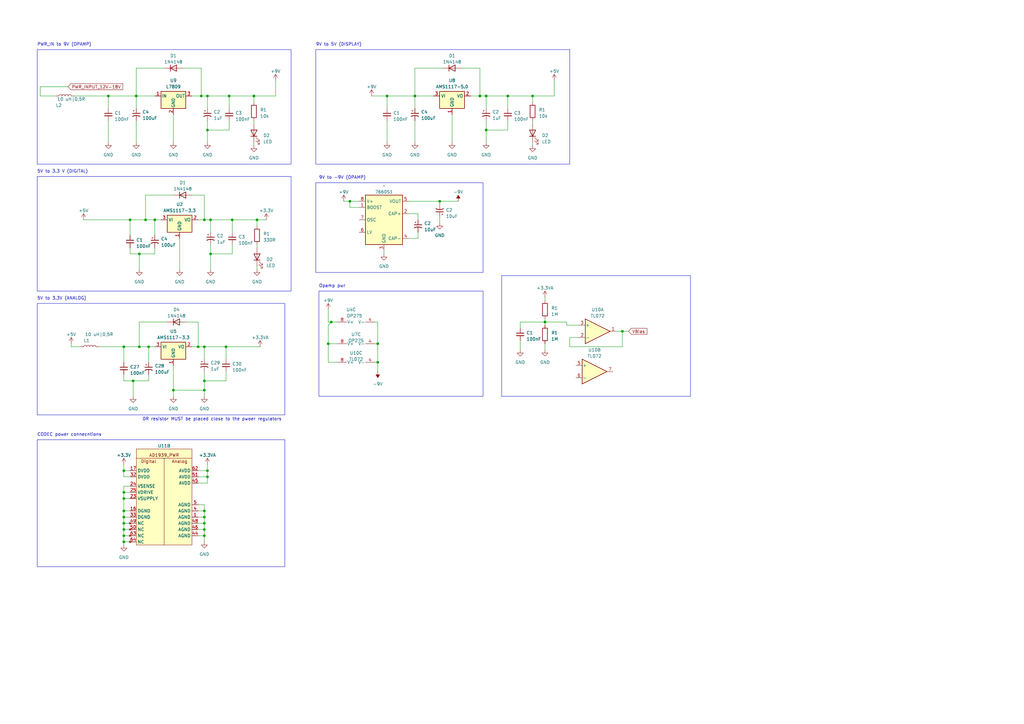
<source format=kicad_sch>
(kicad_sch (version 20230121) (generator eeschema)

  (uuid da25998f-fd3b-44e2-a261-549761c811ad)

  (paper "A3")

  (lib_symbols
    (symbol "Amplifier_Operational:OP275" (pin_names (offset 0.127)) (in_bom yes) (on_board yes)
      (property "Reference" "U" (at 0 5.08 0)
        (effects (font (size 1.27 1.27)) (justify left))
      )
      (property "Value" "OP275" (at 0 -5.08 0)
        (effects (font (size 1.27 1.27)) (justify left))
      )
      (property "Footprint" "" (at 0 0 0)
        (effects (font (size 1.27 1.27)) hide)
      )
      (property "Datasheet" "https://www.analog.com/media/en/technical-documentation/data-sheets/OP275.pdf" (at 0 0 0)
        (effects (font (size 1.27 1.27)) hide)
      )
      (property "ki_locked" "" (at 0 0 0)
        (effects (font (size 1.27 1.27)))
      )
      (property "ki_keywords" "dual opamp" (at 0 0 0)
        (effects (font (size 1.27 1.27)) hide)
      )
      (property "ki_description" "Dual Bipolar/JFET, Audio Operational Amplifier, DIP-8/SOIC-8" (at 0 0 0)
        (effects (font (size 1.27 1.27)) hide)
      )
      (property "ki_fp_filters" "SOIC*3.9x4.9mm*P1.27mm* DIP*W7.62mm* TO*99* OnSemi*Micro8* TSSOP*3x3mm*P0.65mm* TSSOP*4.4x3mm*P0.65mm* MSOP*3x3mm*P0.65mm* SSOP*3.9x4.9mm*P0.635mm* LFCSP*2x2mm*P0.5mm* *SIP* SOIC*5.3x6.2mm*P1.27mm*" (at 0 0 0)
        (effects (font (size 1.27 1.27)) hide)
      )
      (symbol "OP275_1_1"
        (polyline
          (pts
            (xy -5.08 5.08)
            (xy 5.08 0)
            (xy -5.08 -5.08)
            (xy -5.08 5.08)
          )
          (stroke (width 0.254) (type default))
          (fill (type background))
        )
        (pin output line (at 7.62 0 180) (length 2.54)
          (name "~" (effects (font (size 1.27 1.27))))
          (number "1" (effects (font (size 1.27 1.27))))
        )
        (pin input line (at -7.62 -2.54 0) (length 2.54)
          (name "-" (effects (font (size 1.27 1.27))))
          (number "2" (effects (font (size 1.27 1.27))))
        )
        (pin input line (at -7.62 2.54 0) (length 2.54)
          (name "+" (effects (font (size 1.27 1.27))))
          (number "3" (effects (font (size 1.27 1.27))))
        )
      )
      (symbol "OP275_2_1"
        (polyline
          (pts
            (xy -5.08 5.08)
            (xy 5.08 0)
            (xy -5.08 -5.08)
            (xy -5.08 5.08)
          )
          (stroke (width 0.254) (type default))
          (fill (type background))
        )
        (pin input line (at -7.62 2.54 0) (length 2.54)
          (name "+" (effects (font (size 1.27 1.27))))
          (number "5" (effects (font (size 1.27 1.27))))
        )
        (pin input line (at -7.62 -2.54 0) (length 2.54)
          (name "-" (effects (font (size 1.27 1.27))))
          (number "6" (effects (font (size 1.27 1.27))))
        )
        (pin output line (at 7.62 0 180) (length 2.54)
          (name "~" (effects (font (size 1.27 1.27))))
          (number "7" (effects (font (size 1.27 1.27))))
        )
      )
      (symbol "OP275_3_1"
        (pin power_in line (at -2.54 -7.62 90) (length 3.81)
          (name "V-" (effects (font (size 1.27 1.27))))
          (number "4" (effects (font (size 1.27 1.27))))
        )
        (pin power_in line (at -2.54 7.62 270) (length 3.81)
          (name "V+" (effects (font (size 1.27 1.27))))
          (number "8" (effects (font (size 1.27 1.27))))
        )
      )
    )
    (symbol "Amplifier_Operational:TL072" (pin_names (offset 0.127)) (in_bom yes) (on_board yes)
      (property "Reference" "U" (at 0 5.08 0)
        (effects (font (size 1.27 1.27)) (justify left))
      )
      (property "Value" "TL072" (at 0 -5.08 0)
        (effects (font (size 1.27 1.27)) (justify left))
      )
      (property "Footprint" "" (at 0 0 0)
        (effects (font (size 1.27 1.27)) hide)
      )
      (property "Datasheet" "http://www.ti.com/lit/ds/symlink/tl071.pdf" (at 0 0 0)
        (effects (font (size 1.27 1.27)) hide)
      )
      (property "ki_locked" "" (at 0 0 0)
        (effects (font (size 1.27 1.27)))
      )
      (property "ki_keywords" "dual opamp" (at 0 0 0)
        (effects (font (size 1.27 1.27)) hide)
      )
      (property "ki_description" "Dual Low-Noise JFET-Input Operational Amplifiers, DIP-8/SOIC-8" (at 0 0 0)
        (effects (font (size 1.27 1.27)) hide)
      )
      (property "ki_fp_filters" "SOIC*3.9x4.9mm*P1.27mm* DIP*W7.62mm* TO*99* OnSemi*Micro8* TSSOP*3x3mm*P0.65mm* TSSOP*4.4x3mm*P0.65mm* MSOP*3x3mm*P0.65mm* SSOP*3.9x4.9mm*P0.635mm* LFCSP*2x2mm*P0.5mm* *SIP* SOIC*5.3x6.2mm*P1.27mm*" (at 0 0 0)
        (effects (font (size 1.27 1.27)) hide)
      )
      (symbol "TL072_1_1"
        (polyline
          (pts
            (xy -5.08 5.08)
            (xy 5.08 0)
            (xy -5.08 -5.08)
            (xy -5.08 5.08)
          )
          (stroke (width 0.254) (type default))
          (fill (type background))
        )
        (pin output line (at 7.62 0 180) (length 2.54)
          (name "~" (effects (font (size 1.27 1.27))))
          (number "1" (effects (font (size 1.27 1.27))))
        )
        (pin input line (at -7.62 -2.54 0) (length 2.54)
          (name "-" (effects (font (size 1.27 1.27))))
          (number "2" (effects (font (size 1.27 1.27))))
        )
        (pin input line (at -7.62 2.54 0) (length 2.54)
          (name "+" (effects (font (size 1.27 1.27))))
          (number "3" (effects (font (size 1.27 1.27))))
        )
      )
      (symbol "TL072_2_1"
        (polyline
          (pts
            (xy -5.08 5.08)
            (xy 5.08 0)
            (xy -5.08 -5.08)
            (xy -5.08 5.08)
          )
          (stroke (width 0.254) (type default))
          (fill (type background))
        )
        (pin input line (at -7.62 2.54 0) (length 2.54)
          (name "+" (effects (font (size 1.27 1.27))))
          (number "5" (effects (font (size 1.27 1.27))))
        )
        (pin input line (at -7.62 -2.54 0) (length 2.54)
          (name "-" (effects (font (size 1.27 1.27))))
          (number "6" (effects (font (size 1.27 1.27))))
        )
        (pin output line (at 7.62 0 180) (length 2.54)
          (name "~" (effects (font (size 1.27 1.27))))
          (number "7" (effects (font (size 1.27 1.27))))
        )
      )
      (symbol "TL072_3_1"
        (pin power_in line (at -2.54 -7.62 90) (length 3.81)
          (name "V-" (effects (font (size 1.27 1.27))))
          (number "4" (effects (font (size 1.27 1.27))))
        )
        (pin power_in line (at -2.54 7.62 270) (length 3.81)
          (name "V+" (effects (font (size 1.27 1.27))))
          (number "8" (effects (font (size 1.27 1.27))))
        )
      )
    )
    (symbol "Device:C_Polarized_Small_US" (pin_numbers hide) (pin_names (offset 0.254) hide) (in_bom yes) (on_board yes)
      (property "Reference" "C" (at 0.254 1.778 0)
        (effects (font (size 1.27 1.27)) (justify left))
      )
      (property "Value" "C_Polarized_Small_US" (at 0.254 -2.032 0)
        (effects (font (size 1.27 1.27)) (justify left))
      )
      (property "Footprint" "" (at 0 0 0)
        (effects (font (size 1.27 1.27)) hide)
      )
      (property "Datasheet" "~" (at 0 0 0)
        (effects (font (size 1.27 1.27)) hide)
      )
      (property "ki_keywords" "cap capacitor" (at 0 0 0)
        (effects (font (size 1.27 1.27)) hide)
      )
      (property "ki_description" "Polarized capacitor, small US symbol" (at 0 0 0)
        (effects (font (size 1.27 1.27)) hide)
      )
      (property "ki_fp_filters" "CP_*" (at 0 0 0)
        (effects (font (size 1.27 1.27)) hide)
      )
      (symbol "C_Polarized_Small_US_0_1"
        (polyline
          (pts
            (xy -1.524 0.508)
            (xy 1.524 0.508)
          )
          (stroke (width 0.3048) (type default))
          (fill (type none))
        )
        (polyline
          (pts
            (xy -1.27 1.524)
            (xy -0.762 1.524)
          )
          (stroke (width 0) (type default))
          (fill (type none))
        )
        (polyline
          (pts
            (xy -1.016 1.27)
            (xy -1.016 1.778)
          )
          (stroke (width 0) (type default))
          (fill (type none))
        )
        (arc (start 1.524 -0.762) (mid 0 -0.3734) (end -1.524 -0.762)
          (stroke (width 0.3048) (type default))
          (fill (type none))
        )
      )
      (symbol "C_Polarized_Small_US_1_1"
        (pin passive line (at 0 2.54 270) (length 2.032)
          (name "~" (effects (font (size 1.27 1.27))))
          (number "1" (effects (font (size 1.27 1.27))))
        )
        (pin passive line (at 0 -2.54 90) (length 2.032)
          (name "~" (effects (font (size 1.27 1.27))))
          (number "2" (effects (font (size 1.27 1.27))))
        )
      )
    )
    (symbol "Device:C_Small" (pin_numbers hide) (pin_names (offset 0.254) hide) (in_bom yes) (on_board yes)
      (property "Reference" "C" (at 0.254 1.778 0)
        (effects (font (size 1.27 1.27)) (justify left))
      )
      (property "Value" "C_Small" (at 0.254 -2.032 0)
        (effects (font (size 1.27 1.27)) (justify left))
      )
      (property "Footprint" "" (at 0 0 0)
        (effects (font (size 1.27 1.27)) hide)
      )
      (property "Datasheet" "~" (at 0 0 0)
        (effects (font (size 1.27 1.27)) hide)
      )
      (property "ki_keywords" "capacitor cap" (at 0 0 0)
        (effects (font (size 1.27 1.27)) hide)
      )
      (property "ki_description" "Unpolarized capacitor, small symbol" (at 0 0 0)
        (effects (font (size 1.27 1.27)) hide)
      )
      (property "ki_fp_filters" "C_*" (at 0 0 0)
        (effects (font (size 1.27 1.27)) hide)
      )
      (symbol "C_Small_0_1"
        (polyline
          (pts
            (xy -1.524 -0.508)
            (xy 1.524 -0.508)
          )
          (stroke (width 0.3302) (type default))
          (fill (type none))
        )
        (polyline
          (pts
            (xy -1.524 0.508)
            (xy 1.524 0.508)
          )
          (stroke (width 0.3048) (type default))
          (fill (type none))
        )
      )
      (symbol "C_Small_1_1"
        (pin passive line (at 0 2.54 270) (length 2.032)
          (name "~" (effects (font (size 1.27 1.27))))
          (number "1" (effects (font (size 1.27 1.27))))
        )
        (pin passive line (at 0 -2.54 90) (length 2.032)
          (name "~" (effects (font (size 1.27 1.27))))
          (number "2" (effects (font (size 1.27 1.27))))
        )
      )
    )
    (symbol "Device:L" (pin_numbers hide) (pin_names (offset 1.016) hide) (in_bom yes) (on_board yes)
      (property "Reference" "L" (at -1.27 0 90)
        (effects (font (size 1.27 1.27)))
      )
      (property "Value" "L" (at 1.905 0 90)
        (effects (font (size 1.27 1.27)))
      )
      (property "Footprint" "" (at 0 0 0)
        (effects (font (size 1.27 1.27)) hide)
      )
      (property "Datasheet" "~" (at 0 0 0)
        (effects (font (size 1.27 1.27)) hide)
      )
      (property "ki_keywords" "inductor choke coil reactor magnetic" (at 0 0 0)
        (effects (font (size 1.27 1.27)) hide)
      )
      (property "ki_description" "Inductor" (at 0 0 0)
        (effects (font (size 1.27 1.27)) hide)
      )
      (property "ki_fp_filters" "Choke_* *Coil* Inductor_* L_*" (at 0 0 0)
        (effects (font (size 1.27 1.27)) hide)
      )
      (symbol "L_0_1"
        (arc (start 0 -2.54) (mid 0.6323 -1.905) (end 0 -1.27)
          (stroke (width 0) (type default))
          (fill (type none))
        )
        (arc (start 0 -1.27) (mid 0.6323 -0.635) (end 0 0)
          (stroke (width 0) (type default))
          (fill (type none))
        )
        (arc (start 0 0) (mid 0.6323 0.635) (end 0 1.27)
          (stroke (width 0) (type default))
          (fill (type none))
        )
        (arc (start 0 1.27) (mid 0.6323 1.905) (end 0 2.54)
          (stroke (width 0) (type default))
          (fill (type none))
        )
      )
      (symbol "L_1_1"
        (pin passive line (at 0 3.81 270) (length 1.27)
          (name "1" (effects (font (size 1.27 1.27))))
          (number "1" (effects (font (size 1.27 1.27))))
        )
        (pin passive line (at 0 -3.81 90) (length 1.27)
          (name "2" (effects (font (size 1.27 1.27))))
          (number "2" (effects (font (size 1.27 1.27))))
        )
      )
    )
    (symbol "Device:LED" (pin_numbers hide) (pin_names (offset 1.016) hide) (in_bom yes) (on_board yes)
      (property "Reference" "D" (at 0 2.54 0)
        (effects (font (size 1.27 1.27)))
      )
      (property "Value" "LED" (at 0 -2.54 0)
        (effects (font (size 1.27 1.27)))
      )
      (property "Footprint" "" (at 0 0 0)
        (effects (font (size 1.27 1.27)) hide)
      )
      (property "Datasheet" "~" (at 0 0 0)
        (effects (font (size 1.27 1.27)) hide)
      )
      (property "ki_keywords" "LED diode" (at 0 0 0)
        (effects (font (size 1.27 1.27)) hide)
      )
      (property "ki_description" "Light emitting diode" (at 0 0 0)
        (effects (font (size 1.27 1.27)) hide)
      )
      (property "ki_fp_filters" "LED* LED_SMD:* LED_THT:*" (at 0 0 0)
        (effects (font (size 1.27 1.27)) hide)
      )
      (symbol "LED_0_1"
        (polyline
          (pts
            (xy -1.27 -1.27)
            (xy -1.27 1.27)
          )
          (stroke (width 0.254) (type default))
          (fill (type none))
        )
        (polyline
          (pts
            (xy -1.27 0)
            (xy 1.27 0)
          )
          (stroke (width 0) (type default))
          (fill (type none))
        )
        (polyline
          (pts
            (xy 1.27 -1.27)
            (xy 1.27 1.27)
            (xy -1.27 0)
            (xy 1.27 -1.27)
          )
          (stroke (width 0.254) (type default))
          (fill (type none))
        )
        (polyline
          (pts
            (xy -3.048 -0.762)
            (xy -4.572 -2.286)
            (xy -3.81 -2.286)
            (xy -4.572 -2.286)
            (xy -4.572 -1.524)
          )
          (stroke (width 0) (type default))
          (fill (type none))
        )
        (polyline
          (pts
            (xy -1.778 -0.762)
            (xy -3.302 -2.286)
            (xy -2.54 -2.286)
            (xy -3.302 -2.286)
            (xy -3.302 -1.524)
          )
          (stroke (width 0) (type default))
          (fill (type none))
        )
      )
      (symbol "LED_1_1"
        (pin passive line (at -3.81 0 0) (length 2.54)
          (name "K" (effects (font (size 1.27 1.27))))
          (number "1" (effects (font (size 1.27 1.27))))
        )
        (pin passive line (at 3.81 0 180) (length 2.54)
          (name "A" (effects (font (size 1.27 1.27))))
          (number "2" (effects (font (size 1.27 1.27))))
        )
      )
    )
    (symbol "Device:R" (pin_numbers hide) (pin_names (offset 0)) (in_bom yes) (on_board yes)
      (property "Reference" "R" (at 2.032 0 90)
        (effects (font (size 1.27 1.27)))
      )
      (property "Value" "R" (at 0 0 90)
        (effects (font (size 1.27 1.27)))
      )
      (property "Footprint" "" (at -1.778 0 90)
        (effects (font (size 1.27 1.27)) hide)
      )
      (property "Datasheet" "~" (at 0 0 0)
        (effects (font (size 1.27 1.27)) hide)
      )
      (property "ki_keywords" "R res resistor" (at 0 0 0)
        (effects (font (size 1.27 1.27)) hide)
      )
      (property "ki_description" "Resistor" (at 0 0 0)
        (effects (font (size 1.27 1.27)) hide)
      )
      (property "ki_fp_filters" "R_*" (at 0 0 0)
        (effects (font (size 1.27 1.27)) hide)
      )
      (symbol "R_0_1"
        (rectangle (start -1.016 -2.54) (end 1.016 2.54)
          (stroke (width 0.254) (type default))
          (fill (type none))
        )
      )
      (symbol "R_1_1"
        (pin passive line (at 0 3.81 270) (length 1.27)
          (name "~" (effects (font (size 1.27 1.27))))
          (number "1" (effects (font (size 1.27 1.27))))
        )
        (pin passive line (at 0 -3.81 90) (length 1.27)
          (name "~" (effects (font (size 1.27 1.27))))
          (number "2" (effects (font (size 1.27 1.27))))
        )
      )
    )
    (symbol "Diode:1N4148" (pin_numbers hide) (pin_names hide) (in_bom yes) (on_board yes)
      (property "Reference" "D" (at 0 2.54 0)
        (effects (font (size 1.27 1.27)))
      )
      (property "Value" "1N4148" (at 0 -2.54 0)
        (effects (font (size 1.27 1.27)))
      )
      (property "Footprint" "Diode_THT:D_DO-35_SOD27_P7.62mm_Horizontal" (at 0 0 0)
        (effects (font (size 1.27 1.27)) hide)
      )
      (property "Datasheet" "https://assets.nexperia.com/documents/data-sheet/1N4148_1N4448.pdf" (at 0 0 0)
        (effects (font (size 1.27 1.27)) hide)
      )
      (property "Sim.Device" "D" (at 0 0 0)
        (effects (font (size 1.27 1.27)) hide)
      )
      (property "Sim.Pins" "1=K 2=A" (at 0 0 0)
        (effects (font (size 1.27 1.27)) hide)
      )
      (property "ki_keywords" "diode" (at 0 0 0)
        (effects (font (size 1.27 1.27)) hide)
      )
      (property "ki_description" "100V 0.15A standard switching diode, DO-35" (at 0 0 0)
        (effects (font (size 1.27 1.27)) hide)
      )
      (property "ki_fp_filters" "D*DO?35*" (at 0 0 0)
        (effects (font (size 1.27 1.27)) hide)
      )
      (symbol "1N4148_0_1"
        (polyline
          (pts
            (xy -1.27 1.27)
            (xy -1.27 -1.27)
          )
          (stroke (width 0.254) (type default))
          (fill (type none))
        )
        (polyline
          (pts
            (xy 1.27 0)
            (xy -1.27 0)
          )
          (stroke (width 0) (type default))
          (fill (type none))
        )
        (polyline
          (pts
            (xy 1.27 1.27)
            (xy 1.27 -1.27)
            (xy -1.27 0)
            (xy 1.27 1.27)
          )
          (stroke (width 0.254) (type default))
          (fill (type none))
        )
      )
      (symbol "1N4148_1_1"
        (pin passive line (at -3.81 0 0) (length 2.54)
          (name "K" (effects (font (size 1.27 1.27))))
          (number "1" (effects (font (size 1.27 1.27))))
        )
        (pin passive line (at 3.81 0 180) (length 2.54)
          (name "A" (effects (font (size 1.27 1.27))))
          (number "2" (effects (font (size 1.27 1.27))))
        )
      )
    )
    (symbol "Regulator_Linear:AMS1117-3.3" (in_bom yes) (on_board yes)
      (property "Reference" "U" (at -3.81 3.175 0)
        (effects (font (size 1.27 1.27)))
      )
      (property "Value" "AMS1117-3.3" (at 0 3.175 0)
        (effects (font (size 1.27 1.27)) (justify left))
      )
      (property "Footprint" "Package_TO_SOT_SMD:SOT-223-3_TabPin2" (at 0 5.08 0)
        (effects (font (size 1.27 1.27)) hide)
      )
      (property "Datasheet" "http://www.advanced-monolithic.com/pdf/ds1117.pdf" (at 2.54 -6.35 0)
        (effects (font (size 1.27 1.27)) hide)
      )
      (property "ki_keywords" "linear regulator ldo fixed positive" (at 0 0 0)
        (effects (font (size 1.27 1.27)) hide)
      )
      (property "ki_description" "1A Low Dropout regulator, positive, 3.3V fixed output, SOT-223" (at 0 0 0)
        (effects (font (size 1.27 1.27)) hide)
      )
      (property "ki_fp_filters" "SOT?223*TabPin2*" (at 0 0 0)
        (effects (font (size 1.27 1.27)) hide)
      )
      (symbol "AMS1117-3.3_0_1"
        (rectangle (start -5.08 -5.08) (end 5.08 1.905)
          (stroke (width 0.254) (type default))
          (fill (type background))
        )
      )
      (symbol "AMS1117-3.3_1_1"
        (pin power_in line (at 0 -7.62 90) (length 2.54)
          (name "GND" (effects (font (size 1.27 1.27))))
          (number "1" (effects (font (size 1.27 1.27))))
        )
        (pin power_out line (at 7.62 0 180) (length 2.54)
          (name "VO" (effects (font (size 1.27 1.27))))
          (number "2" (effects (font (size 1.27 1.27))))
        )
        (pin power_in line (at -7.62 0 0) (length 2.54)
          (name "VI" (effects (font (size 1.27 1.27))))
          (number "3" (effects (font (size 1.27 1.27))))
        )
      )
    )
    (symbol "Regulator_Linear:AMS1117-5.0" (in_bom yes) (on_board yes)
      (property "Reference" "U" (at -3.81 3.175 0)
        (effects (font (size 1.27 1.27)))
      )
      (property "Value" "AMS1117-5.0" (at 0 3.175 0)
        (effects (font (size 1.27 1.27)) (justify left))
      )
      (property "Footprint" "Package_TO_SOT_SMD:SOT-223-3_TabPin2" (at 0 5.08 0)
        (effects (font (size 1.27 1.27)) hide)
      )
      (property "Datasheet" "http://www.advanced-monolithic.com/pdf/ds1117.pdf" (at 2.54 -6.35 0)
        (effects (font (size 1.27 1.27)) hide)
      )
      (property "ki_keywords" "linear regulator ldo fixed positive" (at 0 0 0)
        (effects (font (size 1.27 1.27)) hide)
      )
      (property "ki_description" "1A Low Dropout regulator, positive, 5.0V fixed output, SOT-223" (at 0 0 0)
        (effects (font (size 1.27 1.27)) hide)
      )
      (property "ki_fp_filters" "SOT?223*TabPin2*" (at 0 0 0)
        (effects (font (size 1.27 1.27)) hide)
      )
      (symbol "AMS1117-5.0_0_1"
        (rectangle (start -5.08 -5.08) (end 5.08 1.905)
          (stroke (width 0.254) (type default))
          (fill (type background))
        )
      )
      (symbol "AMS1117-5.0_1_1"
        (pin power_in line (at 0 -7.62 90) (length 2.54)
          (name "GND" (effects (font (size 1.27 1.27))))
          (number "1" (effects (font (size 1.27 1.27))))
        )
        (pin power_out line (at 7.62 0 180) (length 2.54)
          (name "VO" (effects (font (size 1.27 1.27))))
          (number "2" (effects (font (size 1.27 1.27))))
        )
        (pin power_in line (at -7.62 0 0) (length 2.54)
          (name "VI" (effects (font (size 1.27 1.27))))
          (number "3" (effects (font (size 1.27 1.27))))
        )
      )
    )
    (symbol "Regulator_Linear:L7809" (pin_names (offset 0.254)) (in_bom yes) (on_board yes)
      (property "Reference" "U" (at -3.81 3.175 0)
        (effects (font (size 1.27 1.27)))
      )
      (property "Value" "L7809" (at 0 3.175 0)
        (effects (font (size 1.27 1.27)) (justify left))
      )
      (property "Footprint" "" (at 0.635 -3.81 0)
        (effects (font (size 1.27 1.27) italic) (justify left) hide)
      )
      (property "Datasheet" "http://www.st.com/content/ccc/resource/technical/document/datasheet/41/4f/b3/b0/12/d4/47/88/CD00000444.pdf/files/CD00000444.pdf/jcr:content/translations/en.CD00000444.pdf" (at 0 -1.27 0)
        (effects (font (size 1.27 1.27)) hide)
      )
      (property "ki_keywords" "Voltage Regulator 1.5A Positive" (at 0 0 0)
        (effects (font (size 1.27 1.27)) hide)
      )
      (property "ki_description" "Positive 1.5A 35V Linear Regulator, Fixed Output 9V, TO-220/TO-263/TO-252" (at 0 0 0)
        (effects (font (size 1.27 1.27)) hide)
      )
      (property "ki_fp_filters" "TO?252* TO?263* TO?220*" (at 0 0 0)
        (effects (font (size 1.27 1.27)) hide)
      )
      (symbol "L7809_0_1"
        (rectangle (start -5.08 1.905) (end 5.08 -5.08)
          (stroke (width 0.254) (type default))
          (fill (type background))
        )
      )
      (symbol "L7809_1_1"
        (pin power_in line (at -7.62 0 0) (length 2.54)
          (name "IN" (effects (font (size 1.27 1.27))))
          (number "1" (effects (font (size 1.27 1.27))))
        )
        (pin power_in line (at 0 -7.62 90) (length 2.54)
          (name "GND" (effects (font (size 1.27 1.27))))
          (number "2" (effects (font (size 1.27 1.27))))
        )
        (pin power_out line (at 7.62 0 180) (length 2.54)
          (name "OUT" (effects (font (size 1.27 1.27))))
          (number "3" (effects (font (size 1.27 1.27))))
        )
      )
    )
    (symbol "codec:AD1939" (in_bom yes) (on_board yes)
      (property "Reference" "U" (at -10.16 5.08 0)
        (effects (font (size 1.27 1.27)))
      )
      (property "Value" "" (at 0 0 0)
        (effects (font (size 1.27 1.27)))
      )
      (property "Footprint" "" (at 0 0 0)
        (effects (font (size 1.27 1.27)) hide)
      )
      (property "Datasheet" "" (at 0 0 0)
        (effects (font (size 1.27 1.27)) hide)
      )
      (property "ki_locked" "" (at 0 0 0)
        (effects (font (size 1.27 1.27)))
      )
      (symbol "AD1939_1_1"
        (rectangle (start -13.97 -93.98) (end -2.54 -100.33)
          (stroke (width 0) (type default))
          (fill (type none))
        )
        (rectangle (start -13.97 -80.01) (end -5.08 -91.44)
          (stroke (width 0) (type default))
          (fill (type none))
        )
        (rectangle (start -13.97 -59.69) (end -7.62 -67.31)
          (stroke (width 0) (type default))
          (fill (type none))
        )
        (rectangle (start -13.97 -44.45) (end -6.35 -54.61)
          (stroke (width 0) (type default))
          (fill (type none))
        )
        (rectangle (start -13.97 -25.4) (end -5.08 -38.1)
          (stroke (width 0) (type default))
          (fill (type none))
        )
        (rectangle (start -13.97 -10.16) (end -5.08 -22.86)
          (stroke (width 0) (type default))
          (fill (type none))
        )
        (rectangle (start -13.97 -2.54) (end 29.21 -102.87)
          (stroke (width 0) (type default))
          (fill (type background))
        )
        (polyline
          (pts
            (xy -13.97 -6.35)
            (xy 29.21 -6.35)
          )
          (stroke (width 0) (type default))
          (fill (type none))
        )
        (polyline
          (pts
            (xy 7.62 -6.35)
            (xy 7.62 -102.87)
          )
          (stroke (width 0) (type default))
          (fill (type none))
        )
        (polyline
          (pts
            (xy -6.35 -44.45)
            (xy 1.27 -44.45)
            (xy 1.27 -54.61)
            (xy -6.35 -54.61)
          )
          (stroke (width 0) (type default))
          (fill (type none))
        )
        (polyline
          (pts
            (xy 29.21 -80.01)
            (xy 20.32 -80.01)
            (xy 20.32 -96.52)
            (xy 29.21 -96.52)
          )
          (stroke (width 0) (type default))
          (fill (type none))
        )
        (rectangle (start 22.86 -48.26) (end 29.21 -58.42)
          (stroke (width 0) (type default))
          (fill (type none))
        )
        (rectangle (start 22.86 -35.56) (end 29.21 -45.72)
          (stroke (width 0) (type default))
          (fill (type none))
        )
        (rectangle (start 22.86 -22.86) (end 29.21 -33.02)
          (stroke (width 0) (type default))
          (fill (type none))
        )
        (rectangle (start 22.86 -10.16) (end 29.21 -20.32)
          (stroke (width 0) (type default))
          (fill (type none))
        )
        (text "/CS" (at -2.54 -45.72 0)
          (effects (font (size 1.27 1.27)))
        )
        (text "AD1939" (at 7.62 -5.08 0)
          (effects (font (size 1.27 1.27)))
        )
        (text "ADC DATA" (at 0 -81.28 0)
          (effects (font (size 1.27 1.27)))
        )
        (text "ADC1\n" (at -2.54 -11.43 0)
          (effects (font (size 1.27 1.27)))
        )
        (text "ADC2\n" (at -2.54 -26.67 0)
          (effects (font (size 1.27 1.27)))
        )
        (text "CLOCK" (at -2.54 -48.26 0)
          (effects (font (size 1.27 1.27)))
        )
        (text "DAC DATA" (at 15.24 -81.28 0)
          (effects (font (size 1.27 1.27)))
        )
        (text "DAC1\n" (at 20.32 -11.43 0)
          (effects (font (size 1.27 1.27)))
        )
        (text "DAC2\n\n" (at 20.32 -25.4 0)
          (effects (font (size 1.27 1.27)))
        )
        (text "DAC3\n" (at 20.32 -36.83 0)
          (effects (font (size 1.27 1.27)))
        )
        (text "DAC4\n" (at 20.32 -49.53 0)
          (effects (font (size 1.27 1.27)))
        )
        (text "MISO" (at -2.54 -53.34 0)
          (effects (font (size 1.27 1.27)))
        )
        (text "MOSI" (at -2.54 -50.8 0)
          (effects (font (size 1.27 1.27)))
        )
        (text "OSC" (at 0 -95.25 0)
          (effects (font (size 1.27 1.27)))
        )
        (text "PLL Filter" (at -2.7837 -60.9893 0)
          (effects (font (size 1.27 1.27)))
        )
        (text "SPI\n" (at 3.81 -45.72 0)
          (effects (font (size 1.27 1.27)))
        )
        (pin output line (at 31.75 -57.15 180) (length 2.54)
          (name "OL4P" (effects (font (size 1.27 1.27))))
          (number "10" (effects (font (size 1.27 1.27))))
        )
        (pin output line (at 31.75 -54.61 180) (length 2.54)
          (name "OL4N" (effects (font (size 1.27 1.27))))
          (number "11" (effects (font (size 1.27 1.27))))
        )
        (pin output line (at 31.75 -52.07 180) (length 2.54)
          (name "OR4P" (effects (font (size 1.27 1.27))))
          (number "12" (effects (font (size 1.27 1.27))))
        )
        (pin output line (at 31.75 -49.53 180) (length 2.54)
          (name "OR4N" (effects (font (size 1.27 1.27))))
          (number "13" (effects (font (size 1.27 1.27))))
        )
        (pin input line (at -16.51 -74.93 0) (length 2.54)
          (name "PD/RST" (effects (font (size 1.27 1.27))))
          (number "14" (effects (font (size 1.27 1.27))))
        )
        (pin bidirectional line (at 31.75 -87.63 180) (length 2.54)
          (name "DSDATA4" (effects (font (size 1.27 1.27))))
          (number "15" (effects (font (size 1.27 1.27))))
        )
        (pin bidirectional line (at 31.75 -90.17 180) (length 2.54)
          (name "DADATA3" (effects (font (size 1.27 1.27))))
          (number "18" (effects (font (size 1.27 1.27))))
        )
        (pin bidirectional line (at 31.75 -92.71 180) (length 2.54)
          (name "DSDATA2" (effects (font (size 1.27 1.27))))
          (number "19" (effects (font (size 1.27 1.27))))
        )
        (pin input line (at -16.51 -95.25 0) (length 2.54)
          (name "MCLKI/XI" (effects (font (size 1.27 1.27))))
          (number "2" (effects (font (size 1.27 1.27))))
        )
        (pin input line (at 31.75 -95.25 180) (length 2.54)
          (name "DSDATA1" (effects (font (size 1.27 1.27))))
          (number "20" (effects (font (size 1.27 1.27))))
        )
        (pin bidirectional line (at 31.75 -83.82 180) (length 2.54)
          (name "DBCLK" (effects (font (size 1.27 1.27))))
          (number "21" (effects (font (size 1.27 1.27))))
        )
        (pin bidirectional line (at 31.75 -81.28 180) (length 2.54)
          (name "DLRCLK" (effects (font (size 1.27 1.27))))
          (number "22" (effects (font (size 1.27 1.27))))
        )
        (pin bidirectional line (at -16.51 -90.17 0) (length 2.54)
          (name "ASDATA2" (effects (font (size 1.27 1.27))))
          (number "26" (effects (font (size 1.27 1.27))))
        )
        (pin output line (at -16.51 -87.63 0) (length 2.54)
          (name "ASDATA1" (effects (font (size 1.27 1.27))))
          (number "27" (effects (font (size 1.27 1.27))))
        )
        (pin bidirectional line (at -16.51 -83.82 0) (length 2.54)
          (name "ABCLK" (effects (font (size 1.27 1.27))))
          (number "28" (effects (font (size 1.27 1.27))))
        )
        (pin bidirectional line (at -16.51 -81.28 0) (length 2.54)
          (name "ALRCLK" (effects (font (size 1.27 1.27))))
          (number "29" (effects (font (size 1.27 1.27))))
        )
        (pin output line (at -16.51 -99.06 0) (length 2.54)
          (name "MCLKO/XO" (effects (font (size 1.27 1.27))))
          (number "3" (effects (font (size 1.27 1.27))))
        )
        (pin input line (at -16.51 -50.8 0) (length 2.54)
          (name "CIN" (effects (font (size 1.27 1.27))))
          (number "30" (effects (font (size 1.27 1.27))))
        )
        (pin bidirectional line (at -16.51 -53.34 0) (length 2.54)
          (name "COUT" (effects (font (size 1.27 1.27))))
          (number "31" (effects (font (size 1.27 1.27))))
        )
        (pin input line (at -16.51 -48.26 0) (length 2.54)
          (name "CCLK" (effects (font (size 1.27 1.27))))
          (number "34" (effects (font (size 1.27 1.27))))
        )
        (pin input line (at -16.51 -45.72 0) (length 2.54)
          (name "CLATCH" (effects (font (size 1.27 1.27))))
          (number "35" (effects (font (size 1.27 1.27))))
        )
        (pin output line (at 31.75 -16.51 180) (length 2.54)
          (name "OL1N" (effects (font (size 1.27 1.27))))
          (number "37" (effects (font (size 1.27 1.27))))
        )
        (pin output line (at 31.75 -19.05 180) (length 2.54)
          (name "OL1P" (effects (font (size 1.27 1.27))))
          (number "38" (effects (font (size 1.27 1.27))))
        )
        (pin output line (at 31.75 -13.97 180) (length 2.54)
          (name "OR1P" (effects (font (size 1.27 1.27))))
          (number "38" (effects (font (size 1.27 1.27))))
        )
        (pin output line (at 31.75 -11.43 180) (length 2.54)
          (name "OR1N" (effects (font (size 1.27 1.27))))
          (number "39" (effects (font (size 1.27 1.27))))
        )
        (pin output line (at 31.75 -31.75 180) (length 2.54)
          (name "OL2P" (effects (font (size 1.27 1.27))))
          (number "40" (effects (font (size 1.27 1.27))))
        )
        (pin output line (at 31.75 -29.21 180) (length 2.54)
          (name "OL2N" (effects (font (size 1.27 1.27))))
          (number "41" (effects (font (size 1.27 1.27))))
        )
        (pin output line (at 31.75 -26.67 180) (length 2.54)
          (name "OR2P" (effects (font (size 1.27 1.27))))
          (number "42" (effects (font (size 1.27 1.27))))
        )
        (pin output line (at 31.75 -24.13 180) (length 2.54)
          (name "OR2N" (effects (font (size 1.27 1.27))))
          (number "43" (effects (font (size 1.27 1.27))))
        )
        (pin output line (at -16.51 -60.96 0) (length 2.54)
          (name "FILTR" (effects (font (size 1.27 1.27))))
          (number "47" (effects (font (size 1.27 1.27))))
        )
        (pin output line (at -16.51 -66.04 0) (length 2.54)
          (name "CM" (effects (font (size 1.27 1.27))))
          (number "52" (effects (font (size 1.27 1.27))))
        )
        (pin input line (at -16.51 -12.7 0) (length 2.54)
          (name "ADC1LP" (effects (font (size 1.27 1.27))))
          (number "53" (effects (font (size 1.27 1.27))))
        )
        (pin input line (at -16.51 -15.24 0) (length 2.54)
          (name "ADC1LN" (effects (font (size 1.27 1.27))))
          (number "54" (effects (font (size 1.27 1.27))))
        )
        (pin input line (at -16.51 -17.78 0) (length 2.54)
          (name "ADC1RP" (effects (font (size 1.27 1.27))))
          (number "55" (effects (font (size 1.27 1.27))))
        )
        (pin input line (at -16.51 -20.32 0) (length 2.54)
          (name "ADC1RN" (effects (font (size 1.27 1.27))))
          (number "56" (effects (font (size 1.27 1.27))))
        )
        (pin input line (at -16.51 -27.94 0) (length 2.54)
          (name "ADC2LP" (effects (font (size 1.27 1.27))))
          (number "57" (effects (font (size 1.27 1.27))))
        )
        (pin input line (at -16.51 -30.48 0) (length 2.54)
          (name "ADC2LN" (effects (font (size 1.27 1.27))))
          (number "58" (effects (font (size 1.27 1.27))))
        )
        (pin input line (at -16.51 -33.02 0) (length 2.54)
          (name "ADC2RP" (effects (font (size 1.27 1.27))))
          (number "59" (effects (font (size 1.27 1.27))))
        )
        (pin output line (at 31.75 -44.45 180) (length 2.54)
          (name "OL3P" (effects (font (size 1.27 1.27))))
          (number "6" (effects (font (size 1.27 1.27))))
        )
        (pin input line (at -16.51 -35.56 0) (length 2.54)
          (name "ADC2RN" (effects (font (size 1.27 1.27))))
          (number "60" (effects (font (size 1.27 1.27))))
        )
        (pin output line (at -16.51 -63.5 0) (length 2.54)
          (name "LF" (effects (font (size 1.27 1.27))))
          (number "61" (effects (font (size 1.27 1.27))))
        )
        (pin output line (at 31.75 -41.91 180) (length 2.54)
          (name "OL3N" (effects (font (size 1.27 1.27))))
          (number "7" (effects (font (size 1.27 1.27))))
        )
        (pin output line (at 31.75 -39.37 180) (length 2.54)
          (name "OR3P" (effects (font (size 1.27 1.27))))
          (number "8" (effects (font (size 1.27 1.27))))
        )
        (pin output line (at 31.75 -36.83 180) (length 2.54)
          (name "OR3N" (effects (font (size 1.27 1.27))))
          (number "9" (effects (font (size 1.27 1.27))))
        )
      )
      (symbol "AD1939_2_1"
        (rectangle (start -11.43 3.81) (end 11.43 -35.56)
          (stroke (width 0) (type default))
          (fill (type background))
        )
        (polyline
          (pts
            (xy -11.43 0)
            (xy 11.43 0)
          )
          (stroke (width 0) (type default))
          (fill (type none))
        )
        (polyline
          (pts
            (xy 0 0)
            (xy 0 -35.56)
          )
          (stroke (width 0) (type default))
          (fill (type none))
        )
        (text "AD1939_PWR\n" (at 0 1.27 0)
          (effects (font (size 1.27 1.27)))
        )
        (text "Analog" (at 6.35 -1.27 0)
          (effects (font (size 1.27 1.27)))
        )
        (text "Digital\n" (at -6.35 -1.27 0)
          (effects (font (size 1.27 1.27)))
        )
        (pin input line (at 13.97 -24.13 180) (length 2.54)
          (name "AGND" (effects (font (size 1.27 1.27))))
          (number "1" (effects (font (size 1.27 1.27))))
        )
        (pin input line (at -13.97 -21.59 0) (length 2.54)
          (name "DGND" (effects (font (size 1.27 1.27))))
          (number "16" (effects (font (size 1.27 1.27))))
        )
        (pin input line (at -13.97 -5.08 0) (length 2.54)
          (name "DVDD" (effects (font (size 1.27 1.27))))
          (number "17" (effects (font (size 1.27 1.27))))
        )
        (pin input line (at -13.97 -16.51 0) (length 2.54)
          (name "VSUPPLY" (effects (font (size 1.27 1.27))))
          (number "23" (effects (font (size 1.27 1.27))))
        )
        (pin input line (at -13.97 -11.43 0) (length 2.54)
          (name "VSENSE" (effects (font (size 1.27 1.27))))
          (number "24" (effects (font (size 1.27 1.27))))
        )
        (pin output line (at -13.97 -13.97 0) (length 2.54)
          (name "VDRIVE" (effects (font (size 1.27 1.27))))
          (number "25" (effects (font (size 1.27 1.27))))
        )
        (pin input line (at -13.97 -7.62 0) (length 2.54)
          (name "DVDD" (effects (font (size 1.27 1.27))))
          (number "32" (effects (font (size 1.27 1.27))))
        )
        (pin input line (at -13.97 -24.13 0) (length 2.54)
          (name "DGND" (effects (font (size 1.27 1.27))))
          (number "33" (effects (font (size 1.27 1.27))))
        )
        (pin input line (at 13.97 -21.59 180) (length 2.54)
          (name "AGND" (effects (font (size 1.27 1.27))))
          (number "4" (effects (font (size 1.27 1.27))))
        )
        (pin input line (at 13.97 -31.75 180) (length 2.54)
          (name "AGND" (effects (font (size 1.27 1.27))))
          (number "44" (effects (font (size 1.27 1.27))))
        )
        (pin input line (at 13.97 -10.16 180) (length 2.54)
          (name "AVDD" (effects (font (size 1.27 1.27))))
          (number "45" (effects (font (size 1.27 1.27))))
        )
        (pin input line (at 13.97 -29.21 180) (length 2.54)
          (name "AGND" (effects (font (size 1.27 1.27))))
          (number "46" (effects (font (size 1.27 1.27))))
        )
        (pin input line (at 13.97 -26.67 180) (length 2.54)
          (name "AGND" (effects (font (size 1.27 1.27))))
          (number "48" (effects (font (size 1.27 1.27))))
        )
        (pin no_connect line (at -13.97 -26.67 0) (length 2.54)
          (name "NC" (effects (font (size 1.27 1.27))))
          (number "49" (effects (font (size 1.27 1.27))))
        )
        (pin input line (at 13.97 -19.05 180) (length 2.54)
          (name "AGND" (effects (font (size 1.27 1.27))))
          (number "5" (effects (font (size 1.27 1.27))))
        )
        (pin no_connect line (at -13.97 -29.21 0) (length 2.54)
          (name "NC" (effects (font (size 1.27 1.27))))
          (number "50" (effects (font (size 1.27 1.27))))
        )
        (pin input line (at 13.97 -7.62 180) (length 2.54)
          (name "AVDD" (effects (font (size 1.27 1.27))))
          (number "51" (effects (font (size 1.27 1.27))))
        )
        (pin input line (at 13.97 -5.08 180) (length 2.54)
          (name "AVDD" (effects (font (size 1.27 1.27))))
          (number "62" (effects (font (size 1.27 1.27))))
        )
        (pin no_connect line (at -13.97 -31.75 0) (length 2.54)
          (name "NC" (effects (font (size 1.27 1.27))))
          (number "63" (effects (font (size 1.27 1.27))))
        )
        (pin no_connect line (at -13.97 -34.29 0) (length 2.54)
          (name "NC" (effects (font (size 1.27 1.27))))
          (number "64" (effects (font (size 1.27 1.27))))
        )
      )
    )
    (symbol "power:+3.3V" (power) (pin_names (offset 0)) (in_bom yes) (on_board yes)
      (property "Reference" "#PWR" (at 0 -3.81 0)
        (effects (font (size 1.27 1.27)) hide)
      )
      (property "Value" "+3.3V" (at 0 3.556 0)
        (effects (font (size 1.27 1.27)))
      )
      (property "Footprint" "" (at 0 0 0)
        (effects (font (size 1.27 1.27)) hide)
      )
      (property "Datasheet" "" (at 0 0 0)
        (effects (font (size 1.27 1.27)) hide)
      )
      (property "ki_keywords" "global power" (at 0 0 0)
        (effects (font (size 1.27 1.27)) hide)
      )
      (property "ki_description" "Power symbol creates a global label with name \"+3.3V\"" (at 0 0 0)
        (effects (font (size 1.27 1.27)) hide)
      )
      (symbol "+3.3V_0_1"
        (polyline
          (pts
            (xy -0.762 1.27)
            (xy 0 2.54)
          )
          (stroke (width 0) (type default))
          (fill (type none))
        )
        (polyline
          (pts
            (xy 0 0)
            (xy 0 2.54)
          )
          (stroke (width 0) (type default))
          (fill (type none))
        )
        (polyline
          (pts
            (xy 0 2.54)
            (xy 0.762 1.27)
          )
          (stroke (width 0) (type default))
          (fill (type none))
        )
      )
      (symbol "+3.3V_1_1"
        (pin power_in line (at 0 0 90) (length 0) hide
          (name "+3.3V" (effects (font (size 1.27 1.27))))
          (number "1" (effects (font (size 1.27 1.27))))
        )
      )
    )
    (symbol "power:+3.3VA" (power) (pin_names (offset 0)) (in_bom yes) (on_board yes)
      (property "Reference" "#PWR" (at 0 -3.81 0)
        (effects (font (size 1.27 1.27)) hide)
      )
      (property "Value" "+3.3VA" (at 0 3.556 0)
        (effects (font (size 1.27 1.27)))
      )
      (property "Footprint" "" (at 0 0 0)
        (effects (font (size 1.27 1.27)) hide)
      )
      (property "Datasheet" "" (at 0 0 0)
        (effects (font (size 1.27 1.27)) hide)
      )
      (property "ki_keywords" "global power" (at 0 0 0)
        (effects (font (size 1.27 1.27)) hide)
      )
      (property "ki_description" "Power symbol creates a global label with name \"+3.3VA\"" (at 0 0 0)
        (effects (font (size 1.27 1.27)) hide)
      )
      (symbol "+3.3VA_0_1"
        (polyline
          (pts
            (xy -0.762 1.27)
            (xy 0 2.54)
          )
          (stroke (width 0) (type default))
          (fill (type none))
        )
        (polyline
          (pts
            (xy 0 0)
            (xy 0 2.54)
          )
          (stroke (width 0) (type default))
          (fill (type none))
        )
        (polyline
          (pts
            (xy 0 2.54)
            (xy 0.762 1.27)
          )
          (stroke (width 0) (type default))
          (fill (type none))
        )
      )
      (symbol "+3.3VA_1_1"
        (pin power_in line (at 0 0 90) (length 0) hide
          (name "+3.3VA" (effects (font (size 1.27 1.27))))
          (number "1" (effects (font (size 1.27 1.27))))
        )
      )
    )
    (symbol "power:+5V" (power) (pin_names (offset 0)) (in_bom yes) (on_board yes)
      (property "Reference" "#PWR" (at 0 -3.81 0)
        (effects (font (size 1.27 1.27)) hide)
      )
      (property "Value" "+5V" (at 0 3.556 0)
        (effects (font (size 1.27 1.27)))
      )
      (property "Footprint" "" (at 0 0 0)
        (effects (font (size 1.27 1.27)) hide)
      )
      (property "Datasheet" "" (at 0 0 0)
        (effects (font (size 1.27 1.27)) hide)
      )
      (property "ki_keywords" "global power" (at 0 0 0)
        (effects (font (size 1.27 1.27)) hide)
      )
      (property "ki_description" "Power symbol creates a global label with name \"+5V\"" (at 0 0 0)
        (effects (font (size 1.27 1.27)) hide)
      )
      (symbol "+5V_0_1"
        (polyline
          (pts
            (xy -0.762 1.27)
            (xy 0 2.54)
          )
          (stroke (width 0) (type default))
          (fill (type none))
        )
        (polyline
          (pts
            (xy 0 0)
            (xy 0 2.54)
          )
          (stroke (width 0) (type default))
          (fill (type none))
        )
        (polyline
          (pts
            (xy 0 2.54)
            (xy 0.762 1.27)
          )
          (stroke (width 0) (type default))
          (fill (type none))
        )
      )
      (symbol "+5V_1_1"
        (pin power_in line (at 0 0 90) (length 0) hide
          (name "+5V" (effects (font (size 1.27 1.27))))
          (number "1" (effects (font (size 1.27 1.27))))
        )
      )
    )
    (symbol "power:+9V" (power) (pin_names (offset 0)) (in_bom yes) (on_board yes)
      (property "Reference" "#PWR" (at 0 -3.81 0)
        (effects (font (size 1.27 1.27)) hide)
      )
      (property "Value" "+9V" (at 0 3.556 0)
        (effects (font (size 1.27 1.27)))
      )
      (property "Footprint" "" (at 0 0 0)
        (effects (font (size 1.27 1.27)) hide)
      )
      (property "Datasheet" "" (at 0 0 0)
        (effects (font (size 1.27 1.27)) hide)
      )
      (property "ki_keywords" "global power" (at 0 0 0)
        (effects (font (size 1.27 1.27)) hide)
      )
      (property "ki_description" "Power symbol creates a global label with name \"+9V\"" (at 0 0 0)
        (effects (font (size 1.27 1.27)) hide)
      )
      (symbol "+9V_0_1"
        (polyline
          (pts
            (xy -0.762 1.27)
            (xy 0 2.54)
          )
          (stroke (width 0) (type default))
          (fill (type none))
        )
        (polyline
          (pts
            (xy 0 0)
            (xy 0 2.54)
          )
          (stroke (width 0) (type default))
          (fill (type none))
        )
        (polyline
          (pts
            (xy 0 2.54)
            (xy 0.762 1.27)
          )
          (stroke (width 0) (type default))
          (fill (type none))
        )
      )
      (symbol "+9V_1_1"
        (pin power_in line (at 0 0 90) (length 0) hide
          (name "+9V" (effects (font (size 1.27 1.27))))
          (number "1" (effects (font (size 1.27 1.27))))
        )
      )
    )
    (symbol "power:-9V" (power) (pin_names (offset 0)) (in_bom yes) (on_board yes)
      (property "Reference" "#PWR" (at 0 -3.175 0)
        (effects (font (size 1.27 1.27)) hide)
      )
      (property "Value" "-9V" (at 0 3.81 0)
        (effects (font (size 1.27 1.27)))
      )
      (property "Footprint" "" (at 0 0 0)
        (effects (font (size 1.27 1.27)) hide)
      )
      (property "Datasheet" "" (at 0 0 0)
        (effects (font (size 1.27 1.27)) hide)
      )
      (property "ki_keywords" "global power" (at 0 0 0)
        (effects (font (size 1.27 1.27)) hide)
      )
      (property "ki_description" "Power symbol creates a global label with name \"-9V\"" (at 0 0 0)
        (effects (font (size 1.27 1.27)) hide)
      )
      (symbol "-9V_0_1"
        (polyline
          (pts
            (xy 0 0)
            (xy 0 2.54)
          )
          (stroke (width 0) (type default))
          (fill (type none))
        )
        (polyline
          (pts
            (xy 0.762 1.27)
            (xy -0.762 1.27)
            (xy 0 2.54)
            (xy 0.762 1.27)
          )
          (stroke (width 0) (type default))
          (fill (type outline))
        )
      )
      (symbol "-9V_1_1"
        (pin power_in line (at 0 0 90) (length 0) hide
          (name "-9V" (effects (font (size 1.27 1.27))))
          (number "1" (effects (font (size 1.27 1.27))))
        )
      )
    )
    (symbol "power:GND" (power) (pin_names (offset 0)) (in_bom yes) (on_board yes)
      (property "Reference" "#PWR" (at 0 -6.35 0)
        (effects (font (size 1.27 1.27)) hide)
      )
      (property "Value" "GND" (at 0 -3.81 0)
        (effects (font (size 1.27 1.27)))
      )
      (property "Footprint" "" (at 0 0 0)
        (effects (font (size 1.27 1.27)) hide)
      )
      (property "Datasheet" "" (at 0 0 0)
        (effects (font (size 1.27 1.27)) hide)
      )
      (property "ki_keywords" "global power" (at 0 0 0)
        (effects (font (size 1.27 1.27)) hide)
      )
      (property "ki_description" "Power symbol creates a global label with name \"GND\" , ground" (at 0 0 0)
        (effects (font (size 1.27 1.27)) hide)
      )
      (symbol "GND_0_1"
        (polyline
          (pts
            (xy 0 0)
            (xy 0 -1.27)
            (xy 1.27 -1.27)
            (xy 0 -2.54)
            (xy -1.27 -1.27)
            (xy 0 -1.27)
          )
          (stroke (width 0) (type default))
          (fill (type none))
        )
      )
      (symbol "GND_1_1"
        (pin power_in line (at 0 0 270) (length 0) hide
          (name "GND" (effects (font (size 1.27 1.27))))
          (number "1" (effects (font (size 1.27 1.27))))
        )
      )
    )
    (symbol "stm_audio:7660S" (in_bom yes) (on_board yes)
      (property "Reference" "7660S" (at 0 0 0)
        (effects (font (size 1.27 1.27)))
      )
      (property "Value" "" (at 0 0 0)
        (effects (font (size 1.27 1.27)))
      )
      (property "Footprint" "" (at 0 0 0)
        (effects (font (size 1.27 1.27)) hide)
      )
      (property "Datasheet" "" (at 0 0 0)
        (effects (font (size 1.27 1.27)) hide)
      )
      (symbol "7660S_0_1"
        (rectangle (start -7.62 -3.81) (end 7.62 -24.13)
          (stroke (width 0.254) (type default))
          (fill (type background))
        )
      )
      (symbol "7660S_1_1"
        (pin input line (at -10.16 -8.89 0) (length 2.54)
          (name "BOOST" (effects (font (size 1.27 1.27))))
          (number "1" (effects (font (size 1.27 1.27))))
        )
        (pin input line (at 10.16 -11.43 180) (length 2.54)
          (name "CAP+" (effects (font (size 1.27 1.27))))
          (number "2" (effects (font (size 1.27 1.27))))
        )
        (pin power_in line (at 0 -26.67 90) (length 2.54)
          (name "GND" (effects (font (size 1.27 1.27))))
          (number "3" (effects (font (size 1.27 1.27))))
        )
        (pin input line (at 10.16 -21.59 180) (length 2.54)
          (name "CAP-" (effects (font (size 1.27 1.27))))
          (number "4" (effects (font (size 1.27 1.27))))
        )
        (pin power_out line (at 10.16 -6.35 180) (length 2.54)
          (name "VOUT" (effects (font (size 1.27 1.27))))
          (number "5" (effects (font (size 1.27 1.27))))
        )
        (pin input line (at -10.16 -19.05 0) (length 2.54)
          (name "LV" (effects (font (size 1.27 1.27))))
          (number "6" (effects (font (size 1.27 1.27))))
        )
        (pin input line (at -10.16 -13.97 0) (length 2.54)
          (name "OSC" (effects (font (size 1.27 1.27))))
          (number "7" (effects (font (size 1.27 1.27))))
        )
        (pin power_in line (at -10.16 -6.35 0) (length 2.54)
          (name "V+" (effects (font (size 1.27 1.27))))
          (number "8" (effects (font (size 1.27 1.27))))
        )
      )
    )
  )

  (junction (at 143.51 82.55) (diameter 0) (color 0 0 0 0)
    (uuid 01e203ab-6f76-4386-8a68-ef65f3977dab)
  )
  (junction (at 199.39 39.37) (diameter 0) (color 0 0 0 0)
    (uuid 03267da3-3300-4a80-a014-d9faa2eb65ce)
  )
  (junction (at 86.36 90.17) (diameter 0) (color 0 0 0 0)
    (uuid 093e4a6d-8079-4fc9-b3d0-13299b22b430)
  )
  (junction (at 95.25 90.17) (diameter 0) (color 0 0 0 0)
    (uuid 0aa6f019-04ff-46c7-a31f-b94f13cc91b4)
  )
  (junction (at 83.82 212.09) (diameter 0) (color 0 0 0 0)
    (uuid 0f0ad7c6-a33c-4329-be7a-9eb57107f922)
  )
  (junction (at 83.82 160.02) (diameter 0) (color 0 0 0 0)
    (uuid 0f2b985d-3bb6-42b8-81ba-2c729acd96b0)
  )
  (junction (at 83.82 219.71) (diameter 0) (color 0 0 0 0)
    (uuid 0f8b1067-7a00-4f60-bc6c-4c96aec22820)
  )
  (junction (at 63.5 90.17) (diameter 0) (color 0 0 0 0)
    (uuid 1531b883-eb19-4d86-ac67-d90930395e37)
  )
  (junction (at 154.94 148.59) (diameter 0) (color 0 0 0 0)
    (uuid 1f9c1cac-6e1b-4a13-be35-7e5b5998002a)
  )
  (junction (at 83.82 217.17) (diameter 0) (color 0 0 0 0)
    (uuid 3672f1a9-bd2c-43ff-baae-239905bcd955)
  )
  (junction (at 85.09 193.04) (diameter 0) (color 0 0 0 0)
    (uuid 370a9484-47c2-4de2-a58c-d7a5abd0fb3f)
  )
  (junction (at 223.52 132.08) (diameter 0) (color 0 0 0 0)
    (uuid 376746da-d034-409b-932a-5cfc6a723268)
  )
  (junction (at 158.75 39.37) (diameter 0) (color 0 0 0 0)
    (uuid 406307f6-420d-4c32-a293-089347607438)
  )
  (junction (at 218.44 39.37) (diameter 0) (color 0 0 0 0)
    (uuid 439d6dee-ee00-4104-bc3a-f579485c859c)
  )
  (junction (at 180.34 82.55) (diameter 0) (color 0 0 0 0)
    (uuid 43e15c95-df45-4a56-953b-8c6065128a0f)
  )
  (junction (at 85.09 53.34) (diameter 0) (color 0 0 0 0)
    (uuid 493cdc05-037d-42fe-82e3-b0e527e41038)
  )
  (junction (at 92.71 142.24) (diameter 0) (color 0 0 0 0)
    (uuid 4b5d9038-e1aa-4f3e-88c7-4ae69111616a)
  )
  (junction (at 54.61 156.21) (diameter 0) (color 0 0 0 0)
    (uuid 4fc1aeb3-b6e6-4ffb-b168-cc8dddfd92e4)
  )
  (junction (at 83.82 90.17) (diameter 0) (color 0 0 0 0)
    (uuid 521dbe78-708d-4967-bb21-163e932ae7be)
  )
  (junction (at 57.15 104.14) (diameter 0) (color 0 0 0 0)
    (uuid 5340d4fc-be4e-4667-a0a0-0730a9408ba9)
  )
  (junction (at 135.89 132.08) (diameter 0) (color 0 0 0 0)
    (uuid 54074d03-525e-49da-8fad-c3b58fa4b0bf)
  )
  (junction (at 50.8 201.93) (diameter 0) (color 0 0 0 0)
    (uuid 544e4e84-fa12-4c7b-9124-41c2cce9d2a7)
  )
  (junction (at 255.27 135.89) (diameter 0) (color 0 0 0 0)
    (uuid 5ede7652-5ae3-4ff2-9b64-c87b352d7224)
  )
  (junction (at 71.12 160.02) (diameter 0) (color 0 0 0 0)
    (uuid 5eedd3a5-a165-4d86-8657-f267dd3e03f2)
  )
  (junction (at 59.69 90.17) (diameter 0) (color 0 0 0 0)
    (uuid 610811fa-e329-4dca-b0bd-117844f67cb5)
  )
  (junction (at 57.15 142.24) (diameter 0) (color 0 0 0 0)
    (uuid 610f2467-7ae9-4342-969b-565bbeb36390)
  )
  (junction (at 50.8 142.24) (diameter 0) (color 0 0 0 0)
    (uuid 74166ee7-3dd1-4a2f-8762-d7d2bd4f52fa)
  )
  (junction (at 85.09 195.58) (diameter 0) (color 0 0 0 0)
    (uuid 7f0a0f3c-a8ba-48da-8349-c4a48910003c)
  )
  (junction (at 50.8 217.17) (diameter 0) (color 0 0 0 0)
    (uuid 81cbb3aa-419a-4a40-9453-f9f88c802d42)
  )
  (junction (at 105.41 90.17) (diameter 0) (color 0 0 0 0)
    (uuid 82252310-3f9f-4f91-b033-579bf9fa4b97)
  )
  (junction (at 208.28 39.37) (diameter 0) (color 0 0 0 0)
    (uuid 83aa37cd-8b7b-4912-9865-918783d7e495)
  )
  (junction (at 199.39 53.34) (diameter 0) (color 0 0 0 0)
    (uuid 8c4d5289-1fb6-4330-9aff-fec7773da082)
  )
  (junction (at 82.55 39.37) (diameter 0) (color 0 0 0 0)
    (uuid 8d2cd4c6-9e30-430c-9e1c-fb8d9ff57740)
  )
  (junction (at 50.8 222.25) (diameter 0) (color 0 0 0 0)
    (uuid 8dd7797d-743d-499a-9026-dac0205d73e1)
  )
  (junction (at 60.96 142.24) (diameter 0) (color 0 0 0 0)
    (uuid 8f4787ff-9599-4c7d-bb7b-a6be8866c288)
  )
  (junction (at 50.8 193.04) (diameter 0) (color 0 0 0 0)
    (uuid 9655cec5-e9c9-44a0-bca3-c781e18745d1)
  )
  (junction (at 83.82 214.63) (diameter 0) (color 0 0 0 0)
    (uuid 9acdaa5d-1119-48fb-9935-a02de3defb5c)
  )
  (junction (at 53.34 90.17) (diameter 0) (color 0 0 0 0)
    (uuid a1774414-2c83-4d73-ae1f-83f5a1a1d466)
  )
  (junction (at 50.8 219.71) (diameter 0) (color 0 0 0 0)
    (uuid b32ca912-6beb-4fdc-9c03-9483393e3465)
  )
  (junction (at 83.82 209.55) (diameter 0) (color 0 0 0 0)
    (uuid bd70a7b3-b9ad-48fb-bd1e-8ea72c35d880)
  )
  (junction (at 93.98 39.37) (diameter 0) (color 0 0 0 0)
    (uuid c1df9fdd-13e1-4d30-bc44-f6ddcc0f8019)
  )
  (junction (at 55.88 39.37) (diameter 0) (color 0 0 0 0)
    (uuid d557eba9-e699-4e60-91bf-7e860389c844)
  )
  (junction (at 170.18 39.37) (diameter 0) (color 0 0 0 0)
    (uuid d5ac1872-29c8-449b-8552-4939958b7992)
  )
  (junction (at 83.82 142.24) (diameter 0) (color 0 0 0 0)
    (uuid d83a91b2-5830-4be8-b765-014940656a94)
  )
  (junction (at 196.85 39.37) (diameter 0) (color 0 0 0 0)
    (uuid db8114f8-2b9a-4fd1-b823-f6739612f9d8)
  )
  (junction (at 134.62 140.97) (diameter 0) (color 0 0 0 0)
    (uuid dd7a84b2-b0bb-48f5-bf9b-e21815005e07)
  )
  (junction (at 50.8 209.55) (diameter 0) (color 0 0 0 0)
    (uuid df2e303f-6094-40ac-b3c9-77127f684ad3)
  )
  (junction (at 50.8 212.09) (diameter 0) (color 0 0 0 0)
    (uuid e2908c2c-5b8b-4afa-96ae-97e1a909f189)
  )
  (junction (at 154.94 140.97) (diameter 0) (color 0 0 0 0)
    (uuid e676880a-7ae4-416f-b4e0-d92fa8619b75)
  )
  (junction (at 86.36 104.14) (diameter 0) (color 0 0 0 0)
    (uuid e6ba837a-528c-4019-bb51-5d965af0b781)
  )
  (junction (at 81.28 142.24) (diameter 0) (color 0 0 0 0)
    (uuid ef149225-94ec-4b2e-ad4d-ef095c7c2ac8)
  )
  (junction (at 44.45 39.37) (diameter 0) (color 0 0 0 0)
    (uuid f25bc53a-2b1e-4a8b-b7fe-ffa912ce1ef7)
  )
  (junction (at 83.82 156.21) (diameter 0) (color 0 0 0 0)
    (uuid f52c1731-bf09-48f9-b896-63b6b9c0c9f5)
  )
  (junction (at 104.14 39.37) (diameter 0) (color 0 0 0 0)
    (uuid f57c3e71-44c1-4ea8-9c59-9097365a5698)
  )
  (junction (at 50.8 214.63) (diameter 0) (color 0 0 0 0)
    (uuid f69e5532-eae5-4562-ba15-436c6b1d5f7e)
  )
  (junction (at 50.8 204.47) (diameter 0) (color 0 0 0 0)
    (uuid f7540dc5-1440-4729-8e1f-9a72822533b1)
  )
  (junction (at 85.09 39.37) (diameter 0) (color 0 0 0 0)
    (uuid febfe861-a7be-47ad-ac5f-f350608acb33)
  )

  (wire (pts (xy 233.68 138.43) (xy 233.68 142.24))
    (stroke (width 0) (type default))
    (uuid 02b6c9bd-98ef-44b5-b2d8-5a49905e94d4)
  )
  (wire (pts (xy 50.8 201.93) (xy 50.8 204.47))
    (stroke (width 0) (type default))
    (uuid 03219d8d-aee2-4006-b6ec-1b8de9983c26)
  )
  (wire (pts (xy 154.94 152.4) (xy 154.94 148.59))
    (stroke (width 0) (type default))
    (uuid 0347aa4c-90d9-4ec3-9680-ece942fcf71f)
  )
  (wire (pts (xy 53.34 101.6) (xy 53.34 104.14))
    (stroke (width 0) (type default))
    (uuid 05b785cf-30dd-4833-b64f-b6296377c85b)
  )
  (wire (pts (xy 170.18 49.53) (xy 170.18 58.42))
    (stroke (width 0) (type default))
    (uuid 088bb3bd-528a-43de-9390-5f951c733745)
  )
  (wire (pts (xy 105.41 90.17) (xy 109.22 90.17))
    (stroke (width 0) (type default))
    (uuid 08f38e73-4bf9-442c-b2e2-b4530640ef6c)
  )
  (wire (pts (xy 40.64 142.24) (xy 50.8 142.24))
    (stroke (width 0) (type default))
    (uuid 0c42f6e7-5e51-4884-9913-d96b056d8af1)
  )
  (wire (pts (xy 135.89 132.08) (xy 138.43 132.08))
    (stroke (width 0) (type default))
    (uuid 0cfadb97-f4f7-4505-a500-f5d3c9b12449)
  )
  (wire (pts (xy 60.96 142.24) (xy 63.5 142.24))
    (stroke (width 0) (type default))
    (uuid 1019483b-0dc7-4ee0-be61-65e9e53c059a)
  )
  (wire (pts (xy 50.8 219.71) (xy 50.8 222.25))
    (stroke (width 0) (type default))
    (uuid 13ab6ec6-5a80-45cf-843f-3b21fff31756)
  )
  (wire (pts (xy 134.62 127) (xy 134.62 132.08))
    (stroke (width 0) (type default))
    (uuid 13c4d299-c360-43f6-82e0-a96bee5666f3)
  )
  (wire (pts (xy 196.85 27.94) (xy 196.85 39.37))
    (stroke (width 0) (type default))
    (uuid 148e9341-8c61-49c0-94be-e7f831c49c77)
  )
  (wire (pts (xy 55.88 49.53) (xy 55.88 58.42))
    (stroke (width 0) (type default))
    (uuid 15031f6d-edfc-4baa-99be-bd73147d465e)
  )
  (wire (pts (xy 63.5 101.6) (xy 63.5 104.14))
    (stroke (width 0) (type default))
    (uuid 15cc5c60-07b3-4a25-848b-ff8cf81cd13a)
  )
  (wire (pts (xy 81.28 212.09) (xy 83.82 212.09))
    (stroke (width 0) (type default))
    (uuid 16167dd5-362d-4632-a2ae-e89766255971)
  )
  (wire (pts (xy 60.96 156.21) (xy 54.61 156.21))
    (stroke (width 0) (type default))
    (uuid 175eed56-7d3b-4aca-bf26-32e09ad7603d)
  )
  (wire (pts (xy 50.8 142.24) (xy 50.8 148.59))
    (stroke (width 0) (type default))
    (uuid 195be805-ad66-475f-afc4-607d66462db0)
  )
  (wire (pts (xy 83.82 156.21) (xy 92.71 156.21))
    (stroke (width 0) (type default))
    (uuid 1a3fc4e0-7e2d-42c9-a387-905451feb761)
  )
  (wire (pts (xy 86.36 104.14) (xy 95.25 104.14))
    (stroke (width 0) (type default))
    (uuid 1b6a9ac4-f77e-474b-9915-16035483a43d)
  )
  (wire (pts (xy 44.45 49.53) (xy 44.45 58.42))
    (stroke (width 0) (type default))
    (uuid 1d079c3b-d142-4644-864d-09ad6a0ecdd8)
  )
  (wire (pts (xy 180.34 88.9) (xy 180.34 91.44))
    (stroke (width 0) (type default))
    (uuid 1e80a6f4-3746-4033-8bb2-70c27f922acf)
  )
  (wire (pts (xy 53.34 217.17) (xy 50.8 217.17))
    (stroke (width 0) (type default))
    (uuid 21cbc27a-0b4f-45c8-b808-159e88bc35e1)
  )
  (wire (pts (xy 170.18 39.37) (xy 170.18 44.45))
    (stroke (width 0) (type default))
    (uuid 223a4e35-94e9-4d03-a764-ac0e8c9a523a)
  )
  (wire (pts (xy 86.36 95.25) (xy 86.36 90.17))
    (stroke (width 0) (type default))
    (uuid 232fe9e1-3d32-4f15-847d-9aa4ee04fd7f)
  )
  (wire (pts (xy 83.82 80.01) (xy 83.82 90.17))
    (stroke (width 0) (type default))
    (uuid 275bb3c0-e7ad-4120-8db4-c534cf9b513f)
  )
  (wire (pts (xy 57.15 142.24) (xy 60.96 142.24))
    (stroke (width 0) (type default))
    (uuid 2b352a57-2f45-4f78-8964-aec8b5894dd2)
  )
  (wire (pts (xy 53.34 222.25) (xy 50.8 222.25))
    (stroke (width 0) (type default))
    (uuid 2cc7bf79-0b97-44e9-8d30-d6b13dc17caf)
  )
  (wire (pts (xy 134.62 140.97) (xy 134.62 133.35))
    (stroke (width 0) (type default))
    (uuid 2dd2d229-e991-442f-8897-7d7ed034ba4b)
  )
  (wire (pts (xy 55.88 27.94) (xy 55.88 39.37))
    (stroke (width 0) (type default))
    (uuid 30c87272-dc9b-4d1f-a926-59725460e769)
  )
  (wire (pts (xy 83.82 147.32) (xy 83.82 142.24))
    (stroke (width 0) (type default))
    (uuid 31c3e412-762d-4678-9d8d-3ebeb242084c)
  )
  (wire (pts (xy 199.39 44.45) (xy 199.39 39.37))
    (stroke (width 0) (type default))
    (uuid 326d4c3e-e97b-4903-b628-0e2ab3c940cb)
  )
  (wire (pts (xy 83.82 152.4) (xy 83.82 156.21))
    (stroke (width 0) (type default))
    (uuid 32f1db9d-8d28-4489-ae0e-7d331217357b)
  )
  (wire (pts (xy 92.71 147.32) (xy 92.71 142.24))
    (stroke (width 0) (type default))
    (uuid 343a925e-460f-49ef-9a9d-25d11c82d561)
  )
  (wire (pts (xy 92.71 142.24) (xy 106.68 142.24))
    (stroke (width 0) (type default))
    (uuid 344e27aa-c1b0-4c39-b987-62a9de62509f)
  )
  (wire (pts (xy 170.18 39.37) (xy 177.8 39.37))
    (stroke (width 0) (type default))
    (uuid 348fd83e-4c5f-4c5f-9920-8880da426e21)
  )
  (wire (pts (xy 71.12 80.01) (xy 59.69 80.01))
    (stroke (width 0) (type default))
    (uuid 34e1765c-91cf-4de4-867f-67cec41eb6ae)
  )
  (wire (pts (xy 53.34 212.09) (xy 50.8 212.09))
    (stroke (width 0) (type default))
    (uuid 35c85232-1ba4-419a-867c-5719460fcb09)
  )
  (wire (pts (xy 180.34 82.55) (xy 180.34 83.82))
    (stroke (width 0) (type default))
    (uuid 3600bce9-24a1-43c8-b85c-f9d1f5a642a8)
  )
  (wire (pts (xy 83.82 214.63) (xy 83.82 217.17))
    (stroke (width 0) (type default))
    (uuid 37d52e1a-079c-4963-bad0-2bb6e26ef52c)
  )
  (wire (pts (xy 86.36 104.14) (xy 86.36 110.49))
    (stroke (width 0) (type default))
    (uuid 387c2ecc-e32d-4ba5-a522-a07dbebb643f)
  )
  (wire (pts (xy 68.58 132.08) (xy 57.15 132.08))
    (stroke (width 0) (type default))
    (uuid 3a6b1e7a-cdcf-4516-9d1f-498f8772f3e2)
  )
  (wire (pts (xy 134.62 132.08) (xy 135.89 132.08))
    (stroke (width 0) (type default))
    (uuid 3b776f10-35ae-4685-b354-73c6af07ceca)
  )
  (wire (pts (xy 152.4 39.37) (xy 158.75 39.37))
    (stroke (width 0) (type default))
    (uuid 3dd06c41-c379-4cde-a6f9-bd76456daeaa)
  )
  (wire (pts (xy 63.5 90.17) (xy 66.04 90.17))
    (stroke (width 0) (type default))
    (uuid 406ebf2f-5b00-435c-90be-05597883c477)
  )
  (wire (pts (xy 154.94 140.97) (xy 154.94 132.08))
    (stroke (width 0) (type default))
    (uuid 40aff786-d933-4cbe-b63b-b849a0b6ea6e)
  )
  (wire (pts (xy 60.96 153.67) (xy 60.96 156.21))
    (stroke (width 0) (type default))
    (uuid 41286e45-3263-4187-8821-33bcf2bff59c)
  )
  (wire (pts (xy 105.41 100.33) (xy 105.41 101.6))
    (stroke (width 0) (type default))
    (uuid 413cc134-0a97-45e6-84e7-8db8a2c07a46)
  )
  (wire (pts (xy 55.88 27.94) (xy 67.31 27.94))
    (stroke (width 0) (type default))
    (uuid 4268cc60-bbbe-478d-bce9-623eb6449b96)
  )
  (wire (pts (xy 73.66 97.79) (xy 73.66 110.49))
    (stroke (width 0) (type default))
    (uuid 44117377-4501-4bdd-ac60-ba3ea1fa2643)
  )
  (wire (pts (xy 81.28 198.12) (xy 85.09 198.12))
    (stroke (width 0) (type default))
    (uuid 4641532b-5ac7-4f28-8661-a084d64bdf3f)
  )
  (wire (pts (xy 50.8 212.09) (xy 50.8 214.63))
    (stroke (width 0) (type default))
    (uuid 47f25d68-595f-42f8-87f9-6d0cc60b9ae7)
  )
  (wire (pts (xy 71.12 160.02) (xy 71.12 162.56))
    (stroke (width 0) (type default))
    (uuid 480ed6db-17fb-465c-a674-6554cd7804ff)
  )
  (wire (pts (xy 213.36 134.62) (xy 213.36 132.08))
    (stroke (width 0) (type default))
    (uuid 4932f34f-964a-419a-9a29-7026a12a2319)
  )
  (wire (pts (xy 78.74 80.01) (xy 83.82 80.01))
    (stroke (width 0) (type default))
    (uuid 4b3932ae-107b-4aaa-b0c8-6907bd0fe081)
  )
  (wire (pts (xy 134.62 140.97) (xy 134.62 148.59))
    (stroke (width 0) (type default))
    (uuid 4c85e432-016f-43bb-a988-0514036af900)
  )
  (wire (pts (xy 104.14 49.53) (xy 104.14 50.8))
    (stroke (width 0) (type default))
    (uuid 4cad4889-caeb-486c-8976-9056638bce1f)
  )
  (wire (pts (xy 223.52 132.08) (xy 232.41 132.08))
    (stroke (width 0) (type default))
    (uuid 4e40b304-c087-4487-a791-3f5a1cf7d216)
  )
  (wire (pts (xy 208.28 44.45) (xy 208.28 39.37))
    (stroke (width 0) (type default))
    (uuid 4f0b8dc3-b94a-4e4d-8e17-164388ec1ff5)
  )
  (wire (pts (xy 134.62 133.35) (xy 135.89 132.08))
    (stroke (width 0) (type default))
    (uuid 508e24c6-4523-4d49-a014-d20ba59c19f4)
  )
  (wire (pts (xy 86.36 100.33) (xy 86.36 104.14))
    (stroke (width 0) (type default))
    (uuid 511ff9d2-a1d8-4b0b-ae39-f472ddb67c20)
  )
  (wire (pts (xy 185.42 46.99) (xy 185.42 58.42))
    (stroke (width 0) (type default))
    (uuid 5214f622-7dd1-4ef4-af68-5a1cb997114b)
  )
  (wire (pts (xy 227.33 33.02) (xy 227.33 39.37))
    (stroke (width 0) (type default))
    (uuid 53591cdc-69b5-40ea-a887-f931c198be08)
  )
  (wire (pts (xy 57.15 104.14) (xy 57.15 110.49))
    (stroke (width 0) (type default))
    (uuid 5543cc38-8cc7-4ef5-ba7b-83927797aff7)
  )
  (wire (pts (xy 199.39 39.37) (xy 208.28 39.37))
    (stroke (width 0) (type default))
    (uuid 568d206e-9997-4287-adae-34a381e306f3)
  )
  (wire (pts (xy 143.51 82.55) (xy 143.51 85.09))
    (stroke (width 0) (type default))
    (uuid 5a385e07-d672-4ddd-9bd7-0f387761f0e7)
  )
  (wire (pts (xy 208.28 39.37) (xy 218.44 39.37))
    (stroke (width 0) (type default))
    (uuid 5b61c031-d534-417c-b3c1-9a711863b6b3)
  )
  (wire (pts (xy 83.82 156.21) (xy 83.82 160.02))
    (stroke (width 0) (type default))
    (uuid 5b78ec3f-4550-4317-a46d-373434104b1a)
  )
  (wire (pts (xy 95.25 90.17) (xy 105.41 90.17))
    (stroke (width 0) (type default))
    (uuid 5b93d7ec-c06d-4384-8350-8afb1e950ce6)
  )
  (wire (pts (xy 50.8 142.24) (xy 57.15 142.24))
    (stroke (width 0) (type default))
    (uuid 5be1f29e-3cae-404a-a406-6a1e59f80844)
  )
  (wire (pts (xy 83.82 207.01) (xy 83.82 209.55))
    (stroke (width 0) (type default))
    (uuid 5c4e26b7-3bd0-47e2-a4c1-5c49f166ffcc)
  )
  (wire (pts (xy 16.51 35.56) (xy 16.51 39.37))
    (stroke (width 0) (type default))
    (uuid 5d7c7412-7cca-4799-9cd9-0df837cf8833)
  )
  (wire (pts (xy 55.88 39.37) (xy 63.5 39.37))
    (stroke (width 0) (type default))
    (uuid 619a83cb-eb11-4c8c-9bc2-59c0780e2d58)
  )
  (wire (pts (xy 223.52 132.08) (xy 223.52 133.35))
    (stroke (width 0) (type default))
    (uuid 65ec52d8-6ca6-4293-b41e-c174bad283f9)
  )
  (wire (pts (xy 82.55 39.37) (xy 85.09 39.37))
    (stroke (width 0) (type default))
    (uuid 6a00bf1e-c829-4cf1-8d95-3d7d67fcb629)
  )
  (wire (pts (xy 233.68 142.24) (xy 255.27 142.24))
    (stroke (width 0) (type default))
    (uuid 6ae038e3-03ea-473e-ae06-cc420daa11ca)
  )
  (wire (pts (xy 81.28 132.08) (xy 81.28 142.24))
    (stroke (width 0) (type default))
    (uuid 6b1cd14d-fc6b-480a-bd8f-d14672fdc5ca)
  )
  (wire (pts (xy 81.28 217.17) (xy 83.82 217.17))
    (stroke (width 0) (type default))
    (uuid 6c4bb256-9a63-414d-b150-65f485a31338)
  )
  (wire (pts (xy 59.69 80.01) (xy 59.69 90.17))
    (stroke (width 0) (type default))
    (uuid 6cb79c75-ad28-43d4-9a06-6d61b7c33ab9)
  )
  (wire (pts (xy 71.12 149.86) (xy 71.12 160.02))
    (stroke (width 0) (type default))
    (uuid 6e275f21-a233-4e30-937e-fb600db31993)
  )
  (wire (pts (xy 199.39 49.53) (xy 199.39 53.34))
    (stroke (width 0) (type default))
    (uuid 6ed2b9e6-e2dc-46ca-8aa6-42bb1b65838a)
  )
  (wire (pts (xy 213.36 132.08) (xy 223.52 132.08))
    (stroke (width 0) (type default))
    (uuid 70a3b261-402c-447c-8233-bc7846c53e70)
  )
  (wire (pts (xy 171.45 87.63) (xy 171.45 90.17))
    (stroke (width 0) (type default))
    (uuid 71e111c9-ae0f-4d8f-9695-217db31fa56d)
  )
  (wire (pts (xy 53.34 195.58) (xy 50.8 195.58))
    (stroke (width 0) (type default))
    (uuid 75b3cb90-4960-4a4a-8931-b39c843bd019)
  )
  (wire (pts (xy 85.09 39.37) (xy 93.98 39.37))
    (stroke (width 0) (type default))
    (uuid 762a84e9-0e93-4472-a36d-2b8e330eae82)
  )
  (wire (pts (xy 255.27 142.24) (xy 255.27 135.89))
    (stroke (width 0) (type default))
    (uuid 76692f29-d808-494c-bc00-691d170d60e7)
  )
  (wire (pts (xy 134.62 140.97) (xy 138.43 140.97))
    (stroke (width 0) (type default))
    (uuid 768fd970-00f8-48eb-ae70-4219c5e61258)
  )
  (wire (pts (xy 63.5 90.17) (xy 63.5 96.52))
    (stroke (width 0) (type default))
    (uuid 77bb2aa2-0768-4521-a3ee-75876374da3e)
  )
  (wire (pts (xy 63.5 104.14) (xy 57.15 104.14))
    (stroke (width 0) (type default))
    (uuid 79be03d1-759b-409b-8d1c-54e8c64cb735)
  )
  (wire (pts (xy 223.52 121.92) (xy 223.52 123.19))
    (stroke (width 0) (type default))
    (uuid 7afa85a8-5104-41ab-a6f2-0e19162f878c)
  )
  (wire (pts (xy 93.98 39.37) (xy 104.14 39.37))
    (stroke (width 0) (type default))
    (uuid 7d3ef621-f198-4dfe-bcfe-8a2bc9724f73)
  )
  (wire (pts (xy 85.09 193.04) (xy 85.09 195.58))
    (stroke (width 0) (type default))
    (uuid 7e488645-df88-44b6-917f-94c83cc33303)
  )
  (wire (pts (xy 143.51 85.09) (xy 147.32 85.09))
    (stroke (width 0) (type default))
    (uuid 7ea4cf86-5086-48f8-ac95-624e3d8580be)
  )
  (wire (pts (xy 83.82 142.24) (xy 92.71 142.24))
    (stroke (width 0) (type default))
    (uuid 7fe1332c-561a-41b1-9e56-63a8a3228bcd)
  )
  (wire (pts (xy 255.27 135.89) (xy 257.81 135.89))
    (stroke (width 0) (type default))
    (uuid 7fe699e8-2a4c-4695-b943-72b67f83ca26)
  )
  (wire (pts (xy 237.49 138.43) (xy 233.68 138.43))
    (stroke (width 0) (type default))
    (uuid 825d28c5-c56e-493a-a800-15fcfb1963cd)
  )
  (wire (pts (xy 104.14 58.42) (xy 104.14 59.69))
    (stroke (width 0) (type default))
    (uuid 82ce6b66-6baa-4bcd-8a09-5bab1e00faef)
  )
  (wire (pts (xy 252.73 135.89) (xy 255.27 135.89))
    (stroke (width 0) (type default))
    (uuid 83ee4f13-9e7e-4a2d-910d-26eaec796d71)
  )
  (wire (pts (xy 81.28 142.24) (xy 83.82 142.24))
    (stroke (width 0) (type default))
    (uuid 8417a11f-f309-42ee-8888-ffd819086420)
  )
  (wire (pts (xy 113.03 33.02) (xy 113.03 39.37))
    (stroke (width 0) (type default))
    (uuid 84e13099-33f1-4ae1-957e-bc01db1044c6)
  )
  (wire (pts (xy 81.28 207.01) (xy 83.82 207.01))
    (stroke (width 0) (type default))
    (uuid 8584aad5-275a-40a7-8bcb-3f1cc8091cd9)
  )
  (wire (pts (xy 213.36 139.7) (xy 213.36 143.51))
    (stroke (width 0) (type default))
    (uuid 882c5cd3-33ef-443f-a786-d2c7c8ae3b0c)
  )
  (wire (pts (xy 86.36 90.17) (xy 95.25 90.17))
    (stroke (width 0) (type default))
    (uuid 89979ec8-ed1c-425b-85a1-bf31f7b1c6a8)
  )
  (wire (pts (xy 74.93 27.94) (xy 82.55 27.94))
    (stroke (width 0) (type default))
    (uuid 8a424bc4-5075-4f9b-b412-f37b28c56586)
  )
  (wire (pts (xy 196.85 39.37) (xy 199.39 39.37))
    (stroke (width 0) (type default))
    (uuid 8affd833-85ef-45a2-aa86-4f88392a5e0e)
  )
  (wire (pts (xy 199.39 53.34) (xy 208.28 53.34))
    (stroke (width 0) (type default))
    (uuid 8b9fbe5d-2534-4743-aebe-932b81f230b2)
  )
  (wire (pts (xy 53.34 199.39) (xy 50.8 199.39))
    (stroke (width 0) (type default))
    (uuid 8c19678d-977d-4415-bb2e-9022bfa33b9d)
  )
  (wire (pts (xy 85.09 53.34) (xy 93.98 53.34))
    (stroke (width 0) (type default))
    (uuid 8cea8979-9e54-462e-8675-985773e8db56)
  )
  (wire (pts (xy 81.28 90.17) (xy 83.82 90.17))
    (stroke (width 0) (type default))
    (uuid 8f451e21-1a9d-4708-a9dc-dd2bef84ef10)
  )
  (wire (pts (xy 50.8 217.17) (xy 50.8 219.71))
    (stroke (width 0) (type default))
    (uuid 8f8823a4-68b0-4de4-b28a-5381b551ed64)
  )
  (wire (pts (xy 54.61 156.21) (xy 54.61 162.56))
    (stroke (width 0) (type default))
    (uuid 903f45a5-ef7e-4fc9-b843-e3718e26c6d7)
  )
  (wire (pts (xy 199.39 53.34) (xy 199.39 58.42))
    (stroke (width 0) (type default))
    (uuid 91ab7f38-ffea-4d03-9a65-3f7fbce6df8d)
  )
  (wire (pts (xy 50.8 193.04) (xy 50.8 195.58))
    (stroke (width 0) (type default))
    (uuid 92558e36-dff0-49b9-b408-5e7b4f70f9b5)
  )
  (wire (pts (xy 167.64 82.55) (xy 180.34 82.55))
    (stroke (width 0) (type default))
    (uuid 9283ae5c-19f5-4c7e-a7fe-3c5bab27ffb5)
  )
  (wire (pts (xy 154.94 140.97) (xy 153.67 140.97))
    (stroke (width 0) (type default))
    (uuid 94f8f25e-3a8e-4b73-8cef-3beb7de5730f)
  )
  (wire (pts (xy 78.74 142.24) (xy 81.28 142.24))
    (stroke (width 0) (type default))
    (uuid 95bf5519-82ce-429b-9283-14430251ff36)
  )
  (wire (pts (xy 143.51 82.55) (xy 147.32 82.55))
    (stroke (width 0) (type default))
    (uuid 9a7f5af5-7bad-42b9-a437-1969185dd7ef)
  )
  (wire (pts (xy 81.28 193.04) (xy 85.09 193.04))
    (stroke (width 0) (type default))
    (uuid 9a8f8f01-feff-4b29-a234-dd72e5f7b9cb)
  )
  (wire (pts (xy 218.44 58.42) (xy 218.44 59.69))
    (stroke (width 0) (type default))
    (uuid 9c0f2ff7-19ae-46fb-8bc7-5e480adc2da7)
  )
  (wire (pts (xy 50.8 209.55) (xy 50.8 212.09))
    (stroke (width 0) (type default))
    (uuid 9d901ee1-fe05-479c-a15d-55d6ff639476)
  )
  (wire (pts (xy 223.52 140.97) (xy 223.52 143.51))
    (stroke (width 0) (type default))
    (uuid 9f54e655-22c9-4016-9c94-157b7c563006)
  )
  (wire (pts (xy 223.52 130.81) (xy 223.52 132.08))
    (stroke (width 0) (type default))
    (uuid a052c561-8875-49f6-9f1d-771f22898e08)
  )
  (wire (pts (xy 53.34 104.14) (xy 57.15 104.14))
    (stroke (width 0) (type default))
    (uuid a0d21e3f-66f5-4d2e-aa50-9486c594cba7)
  )
  (wire (pts (xy 93.98 44.45) (xy 93.98 39.37))
    (stroke (width 0) (type default))
    (uuid a18e6540-550f-4189-a3af-ad6813e6581a)
  )
  (wire (pts (xy 154.94 148.59) (xy 153.67 148.59))
    (stroke (width 0) (type default))
    (uuid a1a69e1a-0cc7-48e8-bb72-187ad1a7c1e2)
  )
  (wire (pts (xy 44.45 39.37) (xy 44.45 44.45))
    (stroke (width 0) (type default))
    (uuid a21e33f0-4895-48c0-9ae2-4378936edb9a)
  )
  (wire (pts (xy 154.94 148.59) (xy 154.94 140.97))
    (stroke (width 0) (type default))
    (uuid a2534195-7a17-4596-a1f7-4d9ba66ecc58)
  )
  (wire (pts (xy 158.75 39.37) (xy 170.18 39.37))
    (stroke (width 0) (type default))
    (uuid a32fb7d3-4023-4c0e-b564-31f9cd7ed379)
  )
  (wire (pts (xy 29.21 140.97) (xy 29.21 142.24))
    (stroke (width 0) (type default))
    (uuid a375c58f-ad6b-4714-9476-f83754e9846b)
  )
  (wire (pts (xy 104.14 41.91) (xy 104.14 39.37))
    (stroke (width 0) (type default))
    (uuid a5701eb6-6ab1-45d1-89ce-3ed8b3470571)
  )
  (wire (pts (xy 83.82 212.09) (xy 83.82 214.63))
    (stroke (width 0) (type default))
    (uuid a81fdce6-da8d-4532-80f6-6c144b984116)
  )
  (wire (pts (xy 189.23 27.94) (xy 196.85 27.94))
    (stroke (width 0) (type default))
    (uuid a82fced5-2f98-4c04-b2cf-b963401ee133)
  )
  (wire (pts (xy 83.82 160.02) (xy 83.82 162.56))
    (stroke (width 0) (type default))
    (uuid a964fca8-695f-466a-8c98-0f33658e4347)
  )
  (wire (pts (xy 170.18 27.94) (xy 181.61 27.94))
    (stroke (width 0) (type default))
    (uuid aa2a6ef2-6650-435d-af0c-f6be7e8075f9)
  )
  (wire (pts (xy 50.8 199.39) (xy 50.8 201.93))
    (stroke (width 0) (type default))
    (uuid abdb68e9-80de-46de-a85e-a646a7e6f98d)
  )
  (wire (pts (xy 237.49 133.35) (xy 232.41 133.35))
    (stroke (width 0) (type default))
    (uuid ad79c9eb-5962-4eee-9b2e-3acf867a26e6)
  )
  (wire (pts (xy 53.34 90.17) (xy 53.34 96.52))
    (stroke (width 0) (type default))
    (uuid adb604fb-1a18-463f-894a-fc3123ae1523)
  )
  (wire (pts (xy 53.34 201.93) (xy 50.8 201.93))
    (stroke (width 0) (type default))
    (uuid aeaf9163-169e-4f79-ad2f-2c99b6ce4e95)
  )
  (wire (pts (xy 50.8 214.63) (xy 50.8 217.17))
    (stroke (width 0) (type default))
    (uuid aff9cbea-82ab-4873-a26c-96e24d825904)
  )
  (wire (pts (xy 81.28 219.71) (xy 83.82 219.71))
    (stroke (width 0) (type default))
    (uuid b12b94c0-17d2-4b41-9c8b-871056e8fe64)
  )
  (wire (pts (xy 85.09 195.58) (xy 85.09 198.12))
    (stroke (width 0) (type default))
    (uuid b1cc85a9-09a8-4921-a37e-970ef252a2d8)
  )
  (wire (pts (xy 167.64 97.79) (xy 171.45 97.79))
    (stroke (width 0) (type default))
    (uuid b1eb1d3a-8767-4200-9d96-b549adce801f)
  )
  (wire (pts (xy 50.8 193.04) (xy 53.34 193.04))
    (stroke (width 0) (type default))
    (uuid b411336a-306c-4594-bd1a-87adaa89b2d4)
  )
  (wire (pts (xy 50.8 190.5) (xy 50.8 193.04))
    (stroke (width 0) (type default))
    (uuid b6550b90-fa28-476c-8353-ac903842e3ec)
  )
  (wire (pts (xy 53.34 204.47) (xy 50.8 204.47))
    (stroke (width 0) (type default))
    (uuid b6c41e9a-9b3a-41ea-8426-6cfb4ae369d2)
  )
  (wire (pts (xy 60.96 142.24) (xy 60.96 148.59))
    (stroke (width 0) (type default))
    (uuid b8f6a07d-3b8f-4dbc-af94-3d731cf923e3)
  )
  (wire (pts (xy 53.34 214.63) (xy 50.8 214.63))
    (stroke (width 0) (type default))
    (uuid ba92c570-f10d-4e97-8743-56641c24b22e)
  )
  (wire (pts (xy 93.98 49.53) (xy 93.98 53.34))
    (stroke (width 0) (type default))
    (uuid bab1791d-6cf2-4f68-acd7-fd2c0bbd03cf)
  )
  (wire (pts (xy 50.8 204.47) (xy 50.8 209.55))
    (stroke (width 0) (type default))
    (uuid bb670d92-42b7-4cc3-a53a-68ce7439c299)
  )
  (wire (pts (xy 218.44 41.91) (xy 218.44 39.37))
    (stroke (width 0) (type default))
    (uuid bbb56a2f-373a-47cb-a13b-ec4a8e1455ae)
  )
  (wire (pts (xy 85.09 49.53) (xy 85.09 53.34))
    (stroke (width 0) (type default))
    (uuid bdfd82bc-866e-4df8-9094-964dc42b52a6)
  )
  (wire (pts (xy 71.12 46.99) (xy 71.12 58.42))
    (stroke (width 0) (type default))
    (uuid be21b3ea-b635-4483-8b50-cf7d962f4ef2)
  )
  (wire (pts (xy 16.51 35.56) (xy 27.94 35.56))
    (stroke (width 0) (type default))
    (uuid be623f4e-1f6a-418d-ae11-59a17699b757)
  )
  (wire (pts (xy 76.2 132.08) (xy 81.28 132.08))
    (stroke (width 0) (type default))
    (uuid beeb1058-3a6f-4cd3-ae4c-88092a23e16a)
  )
  (wire (pts (xy 83.82 209.55) (xy 83.82 212.09))
    (stroke (width 0) (type default))
    (uuid c154f594-6cb8-4828-ba57-33df2719f680)
  )
  (wire (pts (xy 95.25 100.33) (xy 95.25 104.14))
    (stroke (width 0) (type default))
    (uuid c1b0fd06-601e-4f48-a4fa-11927448e654)
  )
  (wire (pts (xy 59.69 90.17) (xy 63.5 90.17))
    (stroke (width 0) (type default))
    (uuid c3e2ccaa-2293-4c7f-9416-e8c13c99f21c)
  )
  (wire (pts (xy 167.64 87.63) (xy 171.45 87.63))
    (stroke (width 0) (type default))
    (uuid c493a054-d061-4110-8154-95824847c639)
  )
  (wire (pts (xy 50.8 222.25) (xy 50.8 223.52))
    (stroke (width 0) (type default))
    (uuid c604c835-19e3-493d-a3e4-bc84c708c67b)
  )
  (wire (pts (xy 140.97 82.55) (xy 143.51 82.55))
    (stroke (width 0) (type default))
    (uuid ca23f8be-b462-44e4-8b44-f0b437a5c929)
  )
  (wire (pts (xy 50.8 153.67) (xy 50.8 156.21))
    (stroke (width 0) (type default))
    (uuid cb31219c-ec23-426b-8041-cd60784d73e1)
  )
  (wire (pts (xy 34.29 90.17) (xy 53.34 90.17))
    (stroke (width 0) (type default))
    (uuid cc8a4132-1fc9-4ede-ac41-c64242509d6d)
  )
  (wire (pts (xy 208.28 49.53) (xy 208.28 53.34))
    (stroke (width 0) (type default))
    (uuid ce334f89-4abf-4b4d-8815-fa920a61721d)
  )
  (wire (pts (xy 53.34 90.17) (xy 59.69 90.17))
    (stroke (width 0) (type default))
    (uuid ce7cff98-9afc-4a67-a25c-96df5f3ea244)
  )
  (wire (pts (xy 78.74 39.37) (xy 82.55 39.37))
    (stroke (width 0) (type default))
    (uuid ce9da1e9-535d-4918-a248-777f9875d306)
  )
  (wire (pts (xy 154.94 132.08) (xy 153.67 132.08))
    (stroke (width 0) (type default))
    (uuid cfe83fd8-00d2-4167-b2df-e62ea56b52ee)
  )
  (wire (pts (xy 81.28 195.58) (xy 85.09 195.58))
    (stroke (width 0) (type default))
    (uuid d404cddb-c250-47d3-86ac-d0cc068632a0)
  )
  (wire (pts (xy 50.8 156.21) (xy 54.61 156.21))
    (stroke (width 0) (type default))
    (uuid d4e5d9e3-ea6b-4af2-84bd-254986124fca)
  )
  (wire (pts (xy 82.55 27.94) (xy 82.55 39.37))
    (stroke (width 0) (type default))
    (uuid d781216d-80b7-4a4e-b60c-553db0296057)
  )
  (wire (pts (xy 71.12 160.02) (xy 83.82 160.02))
    (stroke (width 0) (type default))
    (uuid d78b1694-7fde-4bcd-b764-39e2ab8f3132)
  )
  (wire (pts (xy 85.09 44.45) (xy 85.09 39.37))
    (stroke (width 0) (type default))
    (uuid da3a85a5-ceed-41f9-916f-391e2b200dbf)
  )
  (wire (pts (xy 105.41 92.71) (xy 105.41 90.17))
    (stroke (width 0) (type default))
    (uuid ddd9b548-909a-45e5-ae38-10fd8f45997e)
  )
  (wire (pts (xy 158.75 49.53) (xy 158.75 58.42))
    (stroke (width 0) (type default))
    (uuid df1ebd84-9fe3-479f-bd6f-f82dacab06ff)
  )
  (wire (pts (xy 55.88 39.37) (xy 55.88 44.45))
    (stroke (width 0) (type default))
    (uuid df6a481f-86ea-453b-a47f-4a007dbc3b62)
  )
  (wire (pts (xy 44.45 39.37) (xy 55.88 39.37))
    (stroke (width 0) (type default))
    (uuid dfc6f21b-5f48-47d2-ba9d-45f468ed4442)
  )
  (wire (pts (xy 30.48 39.37) (xy 44.45 39.37))
    (stroke (width 0) (type default))
    (uuid e0291239-351d-41a0-b6b0-13716354fc82)
  )
  (wire (pts (xy 218.44 49.53) (xy 218.44 50.8))
    (stroke (width 0) (type default))
    (uuid e0ddf071-6f8f-4b71-8f20-b5b32c18a233)
  )
  (wire (pts (xy 16.51 39.37) (xy 22.86 39.37))
    (stroke (width 0) (type default))
    (uuid e17f392b-f86e-4471-99a6-ef0c99bb16e6)
  )
  (wire (pts (xy 138.43 148.59) (xy 134.62 148.59))
    (stroke (width 0) (type default))
    (uuid e522b807-0185-4c4b-8a98-e3c925f1eefd)
  )
  (wire (pts (xy 232.41 133.35) (xy 232.41 132.08))
    (stroke (width 0) (type default))
    (uuid e767b0d7-83ed-4493-8224-72536c24d090)
  )
  (wire (pts (xy 158.75 39.37) (xy 158.75 44.45))
    (stroke (width 0) (type default))
    (uuid e9cf1a00-0b22-452e-96fd-51e2ef16da16)
  )
  (wire (pts (xy 218.44 39.37) (xy 227.33 39.37))
    (stroke (width 0) (type default))
    (uuid ecb5bcec-24bd-41e5-b77e-28da595b7dd8)
  )
  (wire (pts (xy 105.41 109.22) (xy 105.41 110.49))
    (stroke (width 0) (type default))
    (uuid ed5c8a06-51c3-4807-8659-723483bc1d84)
  )
  (wire (pts (xy 85.09 53.34) (xy 85.09 58.42))
    (stroke (width 0) (type default))
    (uuid eee0603b-8b18-4f91-9078-85e454ff5974)
  )
  (wire (pts (xy 157.48 104.14) (xy 157.48 102.87))
    (stroke (width 0) (type default))
    (uuid f0029e04-3651-4d47-b97b-6902d2bade00)
  )
  (wire (pts (xy 180.34 82.55) (xy 187.96 82.55))
    (stroke (width 0) (type default))
    (uuid f0a1f3e9-fb02-4ef1-b474-9a085ce0b8b8)
  )
  (wire (pts (xy 85.09 190.5) (xy 85.09 193.04))
    (stroke (width 0) (type default))
    (uuid f2257c37-38b5-4572-bd15-76cea187fd44)
  )
  (wire (pts (xy 81.28 209.55) (xy 83.82 209.55))
    (stroke (width 0) (type default))
    (uuid f339a799-e856-40d6-8e02-4787ff3fd54b)
  )
  (wire (pts (xy 57.15 132.08) (xy 57.15 142.24))
    (stroke (width 0) (type default))
    (uuid f3eed64a-df41-4055-a4e5-b48600c5cbc9)
  )
  (wire (pts (xy 83.82 90.17) (xy 86.36 90.17))
    (stroke (width 0) (type default))
    (uuid f539f2ff-1357-4824-811f-77694a319121)
  )
  (wire (pts (xy 53.34 219.71) (xy 50.8 219.71))
    (stroke (width 0) (type default))
    (uuid f63ef1da-2d28-42d3-a6c8-fb1f2c85858c)
  )
  (wire (pts (xy 104.14 39.37) (xy 113.03 39.37))
    (stroke (width 0) (type default))
    (uuid f789af20-80ab-4325-add8-7864c9a49b31)
  )
  (wire (pts (xy 92.71 152.4) (xy 92.71 156.21))
    (stroke (width 0) (type default))
    (uuid f7b1d42b-ac3e-4742-8d1c-241cbd5fa024)
  )
  (wire (pts (xy 95.25 95.25) (xy 95.25 90.17))
    (stroke (width 0) (type default))
    (uuid f99bb81d-29d8-4c6a-9e9b-0051143fba63)
  )
  (wire (pts (xy 81.28 214.63) (xy 83.82 214.63))
    (stroke (width 0) (type default))
    (uuid fa248b51-2793-4a8b-9c78-a5067f7e6994)
  )
  (wire (pts (xy 53.34 209.55) (xy 50.8 209.55))
    (stroke (width 0) (type default))
    (uuid fa74a1bd-f649-49a8-82d4-fa9efe7dc2da)
  )
  (wire (pts (xy 83.82 217.17) (xy 83.82 219.71))
    (stroke (width 0) (type default))
    (uuid fb56722a-36aa-4387-b12f-06332a20a53d)
  )
  (wire (pts (xy 29.21 142.24) (xy 33.02 142.24))
    (stroke (width 0) (type default))
    (uuid fbeeb69b-6a8e-49e7-908f-d65fed3bab1f)
  )
  (wire (pts (xy 193.04 39.37) (xy 196.85 39.37))
    (stroke (width 0) (type default))
    (uuid fca0813a-22de-4be6-a921-4b9e412237e4)
  )
  (wire (pts (xy 170.18 27.94) (xy 170.18 39.37))
    (stroke (width 0) (type default))
    (uuid fd4666b1-cc1c-42cf-97f4-26073e9d4479)
  )
  (wire (pts (xy 171.45 95.25) (xy 171.45 97.79))
    (stroke (width 0) (type default))
    (uuid fe7534e7-664d-4ac3-8c7f-4192b4b945f4)
  )
  (wire (pts (xy 83.82 219.71) (xy 83.82 222.25))
    (stroke (width 0) (type default))
    (uuid ff1e721b-64c7-4e1d-95a3-9100048b9e01)
  )

  (rectangle (start 15.24 180.34) (end 116.84 232.41)
    (stroke (width 0) (type default))
    (fill (type none))
    (uuid 427dbaa4-0025-4183-adc9-0cd3c8541143)
  )
  (rectangle (start 129.54 20.32) (end 233.68 67.31)
    (stroke (width 0) (type default))
    (fill (type none))
    (uuid 667bc84f-3931-4e6d-934d-9a3327181f53)
  )
  (rectangle (start 15.24 20.32) (end 119.38 67.31)
    (stroke (width 0) (type default))
    (fill (type none))
    (uuid 8bcbf270-555d-4f76-ace8-466f1554be2d)
  )
  (rectangle (start 15.24 124.46) (end 116.84 170.18)
    (stroke (width 0) (type default))
    (fill (type none))
    (uuid afc391d7-dbc1-4970-b844-7d33c3bbc6db)
  )
  (rectangle (start 15.24 72.39) (end 119.38 119.38)
    (stroke (width 0) (type default))
    (fill (type none))
    (uuid b6e4a4a5-0eba-4c7e-a4ce-7a5cd69a0b5e)
  )
  (rectangle (start 130.81 119.38) (end 198.12 162.56)
    (stroke (width 0) (type default))
    (fill (type none))
    (uuid c5fe8b44-8bf9-408e-bbad-4e098c9e7d3c)
  )
  (rectangle (start 129.54 74.93) (end 198.12 111.76)
    (stroke (width 0) (type default))
    (fill (type none))
    (uuid e01155ec-91ad-4a26-80a4-6864638975cb)
  )
  (rectangle (start 205.74 113.03) (end 283.21 162.56)
    (stroke (width 0) (type default))
    (fill (type none))
    (uuid f69f8152-0b0e-4432-a57b-637611bc546e)
  )

  (text "5V to 3.3 V (DIGITAL)\n" (at 15.24 71.12 0)
    (effects (font (size 1.27 1.27)) (justify left bottom))
    (uuid 17e3b92a-bcd1-4d48-9970-4f0aa8a84ec1)
  )
  (text "5V to 3.3V (ANALOG)\n" (at 15.24 123.19 0)
    (effects (font (size 1.27 1.27)) (justify left bottom))
    (uuid 4c0a2dbf-3de5-43ca-a819-adb864ace7d8)
  )
  (text "9V to 5V (DISPLAY)\n" (at 129.54 19.05 0)
    (effects (font (size 1.27 1.27)) (justify left bottom))
    (uuid 65a0c84a-0658-4b1e-ba39-dbbcbe508a0e)
  )
  (text "CODEC power connecntions\n" (at 15.24 179.07 0)
    (effects (font (size 1.27 1.27)) (justify left bottom))
    (uuid 6bfeee34-3f75-4582-b627-427fe52597dc)
  )
  (text "Opamp pwr\n" (at 130.81 118.11 0)
    (effects (font (size 1.27 1.27)) (justify left bottom))
    (uuid 851e4e3d-d3f0-45c4-ae05-330c948de1cc)
  )
  (text "0R resistor MUST be placed close to the pwoer regulators\n"
    (at 58.42 172.72 0)
    (effects (font (size 1.27 1.27)) (justify left bottom))
    (uuid d39058fa-cd7f-4ab4-9ff7-2d5dda639113)
  )
  (text "9V to -9V (OPAMP)\n" (at 130.81 73.66 0)
    (effects (font (size 1.27 1.27)) (justify left bottom))
    (uuid dda40ff7-fd27-481a-9da3-79ca2dda9b30)
  )
  (text "PWR_IN to 9V (OPAMP)\n" (at 15.24 19.05 0)
    (effects (font (size 1.27 1.27)) (justify left bottom))
    (uuid e8094cce-709e-4fe5-b7bc-b0c0f6a5b5b1)
  )

  (global_label "VBias" (shape input) (at 257.81 135.89 0) (fields_autoplaced)
    (effects (font (size 1.27 1.27)) (justify left))
    (uuid 756b0974-9da0-4f87-806d-0e3fce5495c6)
    (property "Intersheetrefs" "${INTERSHEET_REFS}" (at 265.8563 135.89 0)
      (effects (font (size 1.27 1.27)) (justify left) hide)
    )
  )
  (global_label "PWR_INPUT_12V-18V" (shape input) (at 27.94 35.56 0) (fields_autoplaced)
    (effects (font (size 1.27 1.27)) (justify left))
    (uuid c64b1629-d9d5-4134-914f-954859d781eb)
    (property "Intersheetrefs" "${INTERSHEET_REFS}" (at 50.8634 35.56 0)
      (effects (font (size 1.27 1.27)) (justify left) hide)
    )
  )

  (symbol (lib_id "power:GND") (at 104.14 59.69 0) (unit 1)
    (in_bom yes) (on_board yes) (dnp no) (fields_autoplaced)
    (uuid 03cab13c-2329-4b94-aa42-75fcc1188997)
    (property "Reference" "#PWR04" (at 104.14 66.04 0)
      (effects (font (size 1.27 1.27)) hide)
    )
    (property "Value" "GND" (at 104.14 64.77 0)
      (effects (font (size 1.27 1.27)))
    )
    (property "Footprint" "" (at 104.14 59.69 0)
      (effects (font (size 1.27 1.27)) hide)
    )
    (property "Datasheet" "" (at 104.14 59.69 0)
      (effects (font (size 1.27 1.27)) hide)
    )
    (pin "1" (uuid 23e28278-95c2-497a-9644-8d9e16b943b1))
    (instances
      (project "stm_audio_board_V2"
        (path "/6997cf63-2615-4e49-9471-e7da1b6bae71"
          (reference "#PWR04") (unit 1)
        )
        (path "/6997cf63-2615-4e49-9471-e7da1b6bae71/2eb2ee8f-ab98-4666-97f0-bfacb073bc88"
          (reference "#PWR073") (unit 1)
        )
      )
    )
  )

  (symbol (lib_id "Device:C_Polarized_Small_US") (at 55.88 46.99 0) (unit 1)
    (in_bom yes) (on_board yes) (dnp no) (fields_autoplaced)
    (uuid 075bde54-8bf2-4650-b135-e9c0db13a3fb)
    (property "Reference" "C4" (at 58.42 45.9232 0)
      (effects (font (size 1.27 1.27)) (justify left))
    )
    (property "Value" "100uF" (at 58.42 48.4632 0)
      (effects (font (size 1.27 1.27)) (justify left))
    )
    (property "Footprint" "Capacitor_THT:CP_Radial_D6.3mm_P2.50mm" (at 55.88 46.99 0)
      (effects (font (size 1.27 1.27)) hide)
    )
    (property "Datasheet" "~" (at 55.88 46.99 0)
      (effects (font (size 1.27 1.27)) hide)
    )
    (pin "1" (uuid 08affd51-c7c0-4eec-933b-3bcd445cd698))
    (pin "2" (uuid 752fa305-badc-4b01-aba7-7c156db294a3))
    (instances
      (project "stm_audio_board_V2"
        (path "/6997cf63-2615-4e49-9471-e7da1b6bae71"
          (reference "C4") (unit 1)
        )
        (path "/6997cf63-2615-4e49-9471-e7da1b6bae71/2eb2ee8f-ab98-4666-97f0-bfacb073bc88"
          (reference "C49") (unit 1)
        )
      )
    )
  )

  (symbol (lib_id "Device:C_Small") (at 158.75 46.99 0) (unit 1)
    (in_bom yes) (on_board yes) (dnp no) (fields_autoplaced)
    (uuid 09ddecf2-3e96-448b-bced-b7f6c4c1faed)
    (property "Reference" "C1" (at 161.29 46.3613 0)
      (effects (font (size 1.27 1.27)) (justify left))
    )
    (property "Value" "100nF " (at 161.29 48.9013 0)
      (effects (font (size 1.27 1.27)) (justify left))
    )
    (property "Footprint" "Capacitor_SMD:C_0603_1608Metric_Pad1.08x0.95mm_HandSolder" (at 158.75 46.99 0)
      (effects (font (size 1.27 1.27)) hide)
    )
    (property "Datasheet" "~" (at 158.75 46.99 0)
      (effects (font (size 1.27 1.27)) hide)
    )
    (pin "1" (uuid 473aff3c-a82a-4cc4-812c-34061ea5736a))
    (pin "2" (uuid 139048d2-4901-4d18-9916-b41398d274f8))
    (instances
      (project "stm_audio_board_V2"
        (path "/6997cf63-2615-4e49-9471-e7da1b6bae71"
          (reference "C1") (unit 1)
        )
        (path "/6997cf63-2615-4e49-9471-e7da1b6bae71/2eb2ee8f-ab98-4666-97f0-bfacb073bc88"
          (reference "C69") (unit 1)
        )
      )
    )
  )

  (symbol (lib_id "power:-9V") (at 154.94 152.4 180) (unit 1)
    (in_bom yes) (on_board yes) (dnp no) (fields_autoplaced)
    (uuid 1159787c-19ff-4531-a57e-574ccef91228)
    (property "Reference" "#PWR020" (at 154.94 149.225 0)
      (effects (font (size 1.27 1.27)) hide)
    )
    (property "Value" "-9V" (at 154.94 157.48 0)
      (effects (font (size 1.27 1.27)))
    )
    (property "Footprint" "" (at 154.94 152.4 0)
      (effects (font (size 1.27 1.27)) hide)
    )
    (property "Datasheet" "" (at 154.94 152.4 0)
      (effects (font (size 1.27 1.27)) hide)
    )
    (pin "1" (uuid 273d3ab9-9171-441c-8548-09b97909bd7a))
    (instances
      (project "stm_audio_board_V2"
        (path "/6997cf63-2615-4e49-9471-e7da1b6bae71/2eb2ee8f-ab98-4666-97f0-bfacb073bc88"
          (reference "#PWR020") (unit 1)
        )
      )
    )
  )

  (symbol (lib_id "Device:C_Small") (at 213.36 137.16 0) (unit 1)
    (in_bom yes) (on_board yes) (dnp no) (fields_autoplaced)
    (uuid 127771e7-677e-4aea-bc38-aa39f87de06e)
    (property "Reference" "C1" (at 215.9 136.5313 0)
      (effects (font (size 1.27 1.27)) (justify left))
    )
    (property "Value" "100nF " (at 215.9 139.0713 0)
      (effects (font (size 1.27 1.27)) (justify left))
    )
    (property "Footprint" "Capacitor_SMD:C_0603_1608Metric_Pad1.08x0.95mm_HandSolder" (at 213.36 137.16 0)
      (effects (font (size 1.27 1.27)) hide)
    )
    (property "Datasheet" "~" (at 213.36 137.16 0)
      (effects (font (size 1.27 1.27)) hide)
    )
    (pin "1" (uuid c961c5ce-2e90-4099-a210-3950092a6d0d))
    (pin "2" (uuid 4b707f56-8c2f-478a-8a21-b8970b88e4c0))
    (instances
      (project "stm_audio_board_V2"
        (path "/6997cf63-2615-4e49-9471-e7da1b6bae71"
          (reference "C1") (unit 1)
        )
        (path "/6997cf63-2615-4e49-9471-e7da1b6bae71/2eb2ee8f-ab98-4666-97f0-bfacb073bc88"
          (reference "C78") (unit 1)
        )
      )
    )
  )

  (symbol (lib_id "power:+9V") (at 140.97 82.55 0) (unit 1)
    (in_bom yes) (on_board yes) (dnp no) (fields_autoplaced)
    (uuid 13b674f2-4064-46b4-8758-41134e30fef0)
    (property "Reference" "#PWR077" (at 140.97 86.36 0)
      (effects (font (size 1.27 1.27)) hide)
    )
    (property "Value" "+9V" (at 140.97 78.74 0)
      (effects (font (size 1.27 1.27)))
    )
    (property "Footprint" "" (at 140.97 82.55 0)
      (effects (font (size 1.27 1.27)) hide)
    )
    (property "Datasheet" "" (at 140.97 82.55 0)
      (effects (font (size 1.27 1.27)) hide)
    )
    (pin "1" (uuid a1a8fc4f-1d78-4bfe-8fb0-5fe3ace6f5b9))
    (instances
      (project "stm_audio_board_V2"
        (path "/6997cf63-2615-4e49-9471-e7da1b6bae71/2eb2ee8f-ab98-4666-97f0-bfacb073bc88"
          (reference "#PWR077") (unit 1)
        )
      )
    )
  )

  (symbol (lib_id "Device:C_Small") (at 44.45 46.99 0) (unit 1)
    (in_bom yes) (on_board yes) (dnp no) (fields_autoplaced)
    (uuid 17bab2f9-7354-42e1-85f3-e810d863f561)
    (property "Reference" "C1" (at 46.99 46.3613 0)
      (effects (font (size 1.27 1.27)) (justify left))
    )
    (property "Value" "100nF " (at 46.99 48.9013 0)
      (effects (font (size 1.27 1.27)) (justify left))
    )
    (property "Footprint" "Capacitor_SMD:C_0603_1608Metric_Pad1.08x0.95mm_HandSolder" (at 44.45 46.99 0)
      (effects (font (size 1.27 1.27)) hide)
    )
    (property "Datasheet" "~" (at 44.45 46.99 0)
      (effects (font (size 1.27 1.27)) hide)
    )
    (pin "1" (uuid 159feae4-835e-49bb-8541-09e68c2c7659))
    (pin "2" (uuid 9cfa18e1-cf71-41d4-a377-1b03a13cd0bd))
    (instances
      (project "stm_audio_board_V2"
        (path "/6997cf63-2615-4e49-9471-e7da1b6bae71"
          (reference "C1") (unit 1)
        )
        (path "/6997cf63-2615-4e49-9471-e7da1b6bae71/2eb2ee8f-ab98-4666-97f0-bfacb073bc88"
          (reference "C48") (unit 1)
        )
      )
    )
  )

  (symbol (lib_id "Amplifier_Operational:OP275") (at 146.05 129.54 90) (unit 3)
    (in_bom yes) (on_board yes) (dnp no)
    (uuid 19aaa4f6-41be-44bb-87fc-7f3e4a9fa8ef)
    (property "Reference" "U4" (at 146.05 127 90)
      (effects (font (size 1.27 1.27)) (justify left))
    )
    (property "Value" "OP275" (at 148.59 129.54 90)
      (effects (font (size 1.27 1.27)) (justify left))
    )
    (property "Footprint" "Package_SO:SSOP-8_3.9x5.05mm_P1.27mm" (at 146.05 129.54 0)
      (effects (font (size 1.27 1.27)) hide)
    )
    (property "Datasheet" "https://www.analog.com/media/en/technical-documentation/data-sheets/OP275.pdf" (at 146.05 129.54 0)
      (effects (font (size 1.27 1.27)) hide)
    )
    (pin "1" (uuid 2d5c3fca-78e3-4335-a5aa-c818b16176d3))
    (pin "2" (uuid 41626ca1-b4cd-4d15-b844-7eac125fe270))
    (pin "3" (uuid c44f7dab-55c1-4253-8bcc-0567065afa79))
    (pin "5" (uuid c17cf0ff-c491-4990-82cb-188ea18ebdd2))
    (pin "6" (uuid ba567aad-add9-4e23-a691-7c56cb301ab5))
    (pin "7" (uuid 19988daf-14f8-47b7-a17f-a02771750a76))
    (pin "4" (uuid c2a5b266-eb8d-44d5-8668-fe2790c8bb33))
    (pin "8" (uuid d01d3ab3-d71e-426f-a491-2c20ed88c31a))
    (instances
      (project "stm_audio_board_V2"
        (path "/6997cf63-2615-4e49-9471-e7da1b6bae71"
          (reference "U4") (unit 3)
        )
        (path "/6997cf63-2615-4e49-9471-e7da1b6bae71/2eb2ee8f-ab98-4666-97f0-bfacb073bc88"
          (reference "U4") (unit 3)
        )
      )
    )
  )

  (symbol (lib_id "Amplifier_Operational:TL072") (at 245.11 135.89 0) (unit 1)
    (in_bom yes) (on_board yes) (dnp no) (fields_autoplaced)
    (uuid 1a9f69f2-2fa1-47f3-baf4-7f226801088f)
    (property "Reference" "U10" (at 245.11 127 0)
      (effects (font (size 1.27 1.27)))
    )
    (property "Value" "TL072" (at 245.11 129.54 0)
      (effects (font (size 1.27 1.27)))
    )
    (property "Footprint" "" (at 245.11 135.89 0)
      (effects (font (size 1.27 1.27)) hide)
    )
    (property "Datasheet" "http://www.ti.com/lit/ds/symlink/tl071.pdf" (at 245.11 135.89 0)
      (effects (font (size 1.27 1.27)) hide)
    )
    (pin "1" (uuid 31d5628d-daed-400a-aa2f-b2126a3d9b10))
    (pin "2" (uuid 34e87990-5089-4968-94fd-ae94debe3b84))
    (pin "3" (uuid 1f7f3630-cd27-4af2-8a7d-b62561d8a91f))
    (pin "5" (uuid 88756a8d-0f8b-4aeb-896a-d5a3aac1ac9c))
    (pin "6" (uuid 2e67c48d-0d7d-49a8-84b8-471cffe9a943))
    (pin "7" (uuid 1103bf12-7099-421f-94c8-4845e057b72d))
    (pin "4" (uuid 93db75bc-bc27-4013-92de-6235b965c2e3))
    (pin "8" (uuid 0349388a-0ebf-43a6-8878-d9db23dc0f56))
    (instances
      (project "stm_audio_board_V2"
        (path "/6997cf63-2615-4e49-9471-e7da1b6bae71/f20dc640-ad21-4977-8df1-611625087c69"
          (reference "U10") (unit 1)
        )
        (path "/6997cf63-2615-4e49-9471-e7da1b6bae71/2eb2ee8f-ab98-4666-97f0-bfacb073bc88"
          (reference "U10") (unit 1)
        )
      )
    )
  )

  (symbol (lib_id "Device:LED") (at 218.44 54.61 90) (unit 1)
    (in_bom yes) (on_board yes) (dnp no) (fields_autoplaced)
    (uuid 1c8b896a-847d-42c3-a9e7-acdc4b88ec77)
    (property "Reference" "D2" (at 222.25 55.5625 90)
      (effects (font (size 1.27 1.27)) (justify right))
    )
    (property "Value" "LED" (at 222.25 58.1025 90)
      (effects (font (size 1.27 1.27)) (justify right))
    )
    (property "Footprint" "LED_SMD:LED_SK6805_PLCC4_2.4x2.7mm_P1.3mm" (at 218.44 54.61 0)
      (effects (font (size 1.27 1.27)) hide)
    )
    (property "Datasheet" "~" (at 218.44 54.61 0)
      (effects (font (size 1.27 1.27)) hide)
    )
    (pin "1" (uuid 08b724ae-0eca-469c-a94d-0ebeabbdf1e2))
    (pin "2" (uuid 4f9c0cea-cfaf-4f38-8f8e-e124f4370f21))
    (instances
      (project "stm_audio_board_V2"
        (path "/6997cf63-2615-4e49-9471-e7da1b6bae71"
          (reference "D2") (unit 1)
        )
        (path "/6997cf63-2615-4e49-9471-e7da1b6bae71/2eb2ee8f-ab98-4666-97f0-bfacb073bc88"
          (reference "D6") (unit 1)
        )
      )
    )
  )

  (symbol (lib_id "power:GND") (at 185.42 58.42 0) (unit 1)
    (in_bom yes) (on_board yes) (dnp no) (fields_autoplaced)
    (uuid 20c12f9c-fc27-4e76-b51c-c5335191decd)
    (property "Reference" "#PWR03" (at 185.42 64.77 0)
      (effects (font (size 1.27 1.27)) hide)
    )
    (property "Value" "GND" (at 185.42 63.5 0)
      (effects (font (size 1.27 1.27)))
    )
    (property "Footprint" "" (at 185.42 58.42 0)
      (effects (font (size 1.27 1.27)) hide)
    )
    (property "Datasheet" "" (at 185.42 58.42 0)
      (effects (font (size 1.27 1.27)) hide)
    )
    (pin "1" (uuid 1c722763-0668-4a5b-8ddc-cb6e60b78bdb))
    (instances
      (project "stm_audio_board_V2"
        (path "/6997cf63-2615-4e49-9471-e7da1b6bae71"
          (reference "#PWR03") (unit 1)
        )
        (path "/6997cf63-2615-4e49-9471-e7da1b6bae71/2eb2ee8f-ab98-4666-97f0-bfacb073bc88"
          (reference "#PWR067") (unit 1)
        )
      )
    )
  )

  (symbol (lib_id "power:GND") (at 55.88 58.42 0) (unit 1)
    (in_bom yes) (on_board yes) (dnp no) (fields_autoplaced)
    (uuid 25fdf517-c35b-42dc-8c5d-3dd5eb906011)
    (property "Reference" "#PWR03" (at 55.88 64.77 0)
      (effects (font (size 1.27 1.27)) hide)
    )
    (property "Value" "GND" (at 55.88 63.5 0)
      (effects (font (size 1.27 1.27)))
    )
    (property "Footprint" "" (at 55.88 58.42 0)
      (effects (font (size 1.27 1.27)) hide)
    )
    (property "Datasheet" "" (at 55.88 58.42 0)
      (effects (font (size 1.27 1.27)) hide)
    )
    (pin "1" (uuid 06e845ad-0053-4de6-b2ac-9cf774b85d16))
    (instances
      (project "stm_audio_board_V2"
        (path "/6997cf63-2615-4e49-9471-e7da1b6bae71"
          (reference "#PWR03") (unit 1)
        )
        (path "/6997cf63-2615-4e49-9471-e7da1b6bae71/2eb2ee8f-ab98-4666-97f0-bfacb073bc88"
          (reference "#PWR070") (unit 1)
        )
      )
    )
  )

  (symbol (lib_id "Device:C_Small") (at 92.71 149.86 0) (unit 1)
    (in_bom yes) (on_board yes) (dnp no) (fields_autoplaced)
    (uuid 267af4b7-5bcb-4f2c-bbe1-56918fed13e6)
    (property "Reference" "C30" (at 95.25 149.2313 0)
      (effects (font (size 1.27 1.27)) (justify left))
    )
    (property "Value" "100nF" (at 95.25 151.7713 0)
      (effects (font (size 1.27 1.27)) (justify left))
    )
    (property "Footprint" "Capacitor_SMD:C_0603_1608Metric_Pad1.08x0.95mm_HandSolder" (at 92.71 149.86 0)
      (effects (font (size 1.27 1.27)) hide)
    )
    (property "Datasheet" "~" (at 92.71 149.86 0)
      (effects (font (size 1.27 1.27)) hide)
    )
    (pin "1" (uuid efef15d6-0dae-42fd-953b-e91cc73dc86c))
    (pin "2" (uuid cd915e73-f003-44ef-93ac-4260608f1c95))
    (instances
      (project "stm_audio_board_V2"
        (path "/6997cf63-2615-4e49-9471-e7da1b6bae71"
          (reference "C30") (unit 1)
        )
        (path "/6997cf63-2615-4e49-9471-e7da1b6bae71/2eb2ee8f-ab98-4666-97f0-bfacb073bc88"
          (reference "C30") (unit 1)
        )
      )
    )
  )

  (symbol (lib_id "Device:C_Small") (at 53.34 99.06 0) (unit 1)
    (in_bom yes) (on_board yes) (dnp no) (fields_autoplaced)
    (uuid 2708dfa4-c60c-4da7-8006-aa9780744d6c)
    (property "Reference" "C1" (at 55.88 98.4313 0)
      (effects (font (size 1.27 1.27)) (justify left))
    )
    (property "Value" "100nF " (at 55.88 100.9713 0)
      (effects (font (size 1.27 1.27)) (justify left))
    )
    (property "Footprint" "Capacitor_SMD:C_0603_1608Metric_Pad1.08x0.95mm_HandSolder" (at 53.34 99.06 0)
      (effects (font (size 1.27 1.27)) hide)
    )
    (property "Datasheet" "~" (at 53.34 99.06 0)
      (effects (font (size 1.27 1.27)) hide)
    )
    (pin "1" (uuid bb87c87b-6070-4953-8fed-5a5aa2578194))
    (pin "2" (uuid 53deaeb7-7475-4fcd-84db-c5a094af32be))
    (instances
      (project "stm_audio_board_V2"
        (path "/6997cf63-2615-4e49-9471-e7da1b6bae71"
          (reference "C1") (unit 1)
        )
        (path "/6997cf63-2615-4e49-9471-e7da1b6bae71/2eb2ee8f-ab98-4666-97f0-bfacb073bc88"
          (reference "C1") (unit 1)
        )
      )
    )
  )

  (symbol (lib_id "power:+5V") (at 34.29 90.17 0) (unit 1)
    (in_bom yes) (on_board yes) (dnp no) (fields_autoplaced)
    (uuid 2aa9eb60-7ee1-436a-a097-73589854dac2)
    (property "Reference" "#PWR068" (at 34.29 93.98 0)
      (effects (font (size 1.27 1.27)) hide)
    )
    (property "Value" "+5V" (at 34.29 86.36 0)
      (effects (font (size 1.27 1.27)))
    )
    (property "Footprint" "" (at 34.29 90.17 0)
      (effects (font (size 1.27 1.27)) hide)
    )
    (property "Datasheet" "" (at 34.29 90.17 0)
      (effects (font (size 1.27 1.27)) hide)
    )
    (pin "1" (uuid 289d708a-befd-47c5-b208-f7375072638e))
    (instances
      (project "stm_audio_board_V2"
        (path "/6997cf63-2615-4e49-9471-e7da1b6bae71/2eb2ee8f-ab98-4666-97f0-bfacb073bc88"
          (reference "#PWR068") (unit 1)
        )
      )
    )
  )

  (symbol (lib_id "Regulator_Linear:AMS1117-3.3") (at 73.66 90.17 0) (unit 1)
    (in_bom yes) (on_board yes) (dnp no) (fields_autoplaced)
    (uuid 2e05c742-769b-4ae3-8bc6-4f4dc347edaa)
    (property "Reference" "U2" (at 73.66 83.82 0)
      (effects (font (size 1.27 1.27)))
    )
    (property "Value" "AMS1117-3.3" (at 73.66 86.36 0)
      (effects (font (size 1.27 1.27)))
    )
    (property "Footprint" "Package_TO_SOT_SMD:SOT-223-3_TabPin2" (at 73.66 85.09 0)
      (effects (font (size 1.27 1.27)) hide)
    )
    (property "Datasheet" "http://www.advanced-monolithic.com/pdf/ds1117.pdf" (at 76.2 96.52 0)
      (effects (font (size 1.27 1.27)) hide)
    )
    (pin "1" (uuid fb49e145-0bc0-4c95-84f4-2143047f54c6))
    (pin "2" (uuid b6eeb127-819c-4081-b4d5-44d9ec6a336b))
    (pin "3" (uuid dcc8b1e1-96e2-44a5-b9f0-df9b3e637623))
    (instances
      (project "stm_audio_board_V2"
        (path "/6997cf63-2615-4e49-9471-e7da1b6bae71"
          (reference "U2") (unit 1)
        )
        (path "/6997cf63-2615-4e49-9471-e7da1b6bae71/2eb2ee8f-ab98-4666-97f0-bfacb073bc88"
          (reference "U2") (unit 1)
        )
      )
    )
  )

  (symbol (lib_id "power:GND") (at 158.75 58.42 0) (unit 1)
    (in_bom yes) (on_board yes) (dnp no) (fields_autoplaced)
    (uuid 3023cfff-33ff-49ff-bb78-5a2f00a38ca5)
    (property "Reference" "#PWR03" (at 158.75 64.77 0)
      (effects (font (size 1.27 1.27)) hide)
    )
    (property "Value" "GND" (at 158.75 63.5 0)
      (effects (font (size 1.27 1.27)))
    )
    (property "Footprint" "" (at 158.75 58.42 0)
      (effects (font (size 1.27 1.27)) hide)
    )
    (property "Datasheet" "" (at 158.75 58.42 0)
      (effects (font (size 1.27 1.27)) hide)
    )
    (pin "1" (uuid e7ee948d-5be3-4e44-9992-25b01748308a))
    (instances
      (project "stm_audio_board_V2"
        (path "/6997cf63-2615-4e49-9471-e7da1b6bae71"
          (reference "#PWR03") (unit 1)
        )
        (path "/6997cf63-2615-4e49-9471-e7da1b6bae71/2eb2ee8f-ab98-4666-97f0-bfacb073bc88"
          (reference "#PWR066") (unit 1)
        )
      )
    )
  )

  (symbol (lib_id "power:-9V") (at 187.96 82.55 0) (unit 1)
    (in_bom yes) (on_board yes) (dnp no) (fields_autoplaced)
    (uuid 34584dbf-a73e-45af-9442-0620d3d15835)
    (property "Reference" "#PWR080" (at 187.96 85.725 0)
      (effects (font (size 1.27 1.27)) hide)
    )
    (property "Value" "-9V" (at 187.96 78.74 0)
      (effects (font (size 1.27 1.27)))
    )
    (property "Footprint" "" (at 187.96 82.55 0)
      (effects (font (size 1.27 1.27)) hide)
    )
    (property "Datasheet" "" (at 187.96 82.55 0)
      (effects (font (size 1.27 1.27)) hide)
    )
    (pin "1" (uuid f20f139e-aef4-49cf-b54c-150890c6a847))
    (instances
      (project "stm_audio_board_V2"
        (path "/6997cf63-2615-4e49-9471-e7da1b6bae71/2eb2ee8f-ab98-4666-97f0-bfacb073bc88"
          (reference "#PWR080") (unit 1)
        )
      )
    )
  )

  (symbol (lib_id "Diode:1N4148") (at 74.93 80.01 0) (unit 1)
    (in_bom yes) (on_board yes) (dnp no) (fields_autoplaced)
    (uuid 347f72e7-e8b7-4073-8a1e-bc2ae52a9c3a)
    (property "Reference" "D1" (at 74.93 74.93 0)
      (effects (font (size 1.27 1.27)))
    )
    (property "Value" "1N4148" (at 74.93 77.47 0)
      (effects (font (size 1.27 1.27)))
    )
    (property "Footprint" "Diode_THT:D_DO-35_SOD27_P7.62mm_Horizontal" (at 74.93 80.01 0)
      (effects (font (size 1.27 1.27)) hide)
    )
    (property "Datasheet" "https://assets.nexperia.com/documents/data-sheet/1N4148_1N4448.pdf" (at 74.93 80.01 0)
      (effects (font (size 1.27 1.27)) hide)
    )
    (property "Sim.Device" "D" (at 74.93 80.01 0)
      (effects (font (size 1.27 1.27)) hide)
    )
    (property "Sim.Pins" "1=K 2=A" (at 74.93 80.01 0)
      (effects (font (size 1.27 1.27)) hide)
    )
    (pin "1" (uuid 70a170b6-e848-4017-8b2d-fc4bab4e47aa))
    (pin "2" (uuid e65e3a20-7a3e-4497-9936-03deb52e08b2))
    (instances
      (project "stm_audio_board_V2"
        (path "/6997cf63-2615-4e49-9471-e7da1b6bae71"
          (reference "D1") (unit 1)
        )
        (path "/6997cf63-2615-4e49-9471-e7da1b6bae71/2eb2ee8f-ab98-4666-97f0-bfacb073bc88"
          (reference "D1") (unit 1)
        )
      )
    )
  )

  (symbol (lib_id "Device:C_Polarized_Small_US") (at 60.96 151.13 0) (unit 1)
    (in_bom yes) (on_board yes) (dnp no) (fields_autoplaced)
    (uuid 3869a4f9-3f93-458f-bf46-f50a2c6918dd)
    (property "Reference" "C28" (at 63.5 150.0632 0)
      (effects (font (size 1.27 1.27)) (justify left))
    )
    (property "Value" "100uF" (at 63.5 152.6032 0)
      (effects (font (size 1.27 1.27)) (justify left))
    )
    (property "Footprint" "Capacitor_THT:CP_Radial_D6.3mm_P2.50mm" (at 60.96 151.13 0)
      (effects (font (size 1.27 1.27)) hide)
    )
    (property "Datasheet" "~" (at 60.96 151.13 0)
      (effects (font (size 1.27 1.27)) hide)
    )
    (pin "1" (uuid c18739cb-52bc-49b1-9723-f8c2e32e5d6a))
    (pin "2" (uuid 111b3a66-32de-40b9-9361-87279810d3a5))
    (instances
      (project "stm_audio_board_V2"
        (path "/6997cf63-2615-4e49-9471-e7da1b6bae71"
          (reference "C28") (unit 1)
        )
        (path "/6997cf63-2615-4e49-9471-e7da1b6bae71/2eb2ee8f-ab98-4666-97f0-bfacb073bc88"
          (reference "C28") (unit 1)
        )
      )
    )
  )

  (symbol (lib_id "Device:L") (at 36.83 142.24 90) (unit 1)
    (in_bom yes) (on_board yes) (dnp no)
    (uuid 3a8e8768-907e-462e-a96d-cac8de454b98)
    (property "Reference" "L1" (at 35.56 139.7 90)
      (effects (font (size 1.27 1.27)))
    )
    (property "Value" "10 uH|0,5R\n" (at 40.64 137.16 90)
      (effects (font (size 1.27 1.27)))
    )
    (property "Footprint" "Inductor_THT:L_Axial_L9.5mm_D4.0mm_P12.70mm_Horizontal_Fastron_SMCC" (at 36.83 142.24 0)
      (effects (font (size 1.27 1.27)) hide)
    )
    (property "Datasheet" "https://www.hestore.hu/prod_10021232.html" (at 36.83 142.24 0)
      (effects (font (size 1.27 1.27)) hide)
    )
    (pin "1" (uuid 632d58bb-d1f1-4696-a7d2-1c2659dc1ed5))
    (pin "2" (uuid 9cd6d08f-e922-4462-96b1-6a576afc666f))
    (instances
      (project "stm_audio_board_V2"
        (path "/6997cf63-2615-4e49-9471-e7da1b6bae71/2eb2ee8f-ab98-4666-97f0-bfacb073bc88"
          (reference "L1") (unit 1)
        )
      )
    )
  )

  (symbol (lib_id "power:GND") (at 54.61 162.56 0) (unit 1)
    (in_bom yes) (on_board yes) (dnp no) (fields_autoplaced)
    (uuid 3bda2cbf-40d3-4021-b031-e8bd4c5ead5f)
    (property "Reference" "#PWR02" (at 54.61 168.91 0)
      (effects (font (size 1.27 1.27)) hide)
    )
    (property "Value" "GND" (at 54.61 167.64 0)
      (effects (font (size 1.27 1.27)))
    )
    (property "Footprint" "" (at 54.61 162.56 0)
      (effects (font (size 1.27 1.27)) hide)
    )
    (property "Datasheet" "" (at 54.61 162.56 0)
      (effects (font (size 1.27 1.27)) hide)
    )
    (pin "1" (uuid 3588f835-9241-4083-a4d5-c5840f78362e))
    (instances
      (project "stm_audio_board_V2"
        (path "/6997cf63-2615-4e49-9471-e7da1b6bae71"
          (reference "#PWR02") (unit 1)
        )
        (path "/6997cf63-2615-4e49-9471-e7da1b6bae71/2eb2ee8f-ab98-4666-97f0-bfacb073bc88"
          (reference "#PWR02") (unit 1)
        )
      )
    )
  )

  (symbol (lib_id "Amplifier_Operational:OP275") (at 146.05 138.43 90) (unit 3)
    (in_bom yes) (on_board yes) (dnp no) (fields_autoplaced)
    (uuid 3c33e0dc-476b-4c6b-8cbc-48a9329f99b9)
    (property "Reference" "U7" (at 146.05 137.16 90)
      (effects (font (size 1.27 1.27)))
    )
    (property "Value" "OP275" (at 146.05 139.7 90)
      (effects (font (size 1.27 1.27)))
    )
    (property "Footprint" "Package_SO:SSOP-8_3.9x5.05mm_P1.27mm" (at 146.05 138.43 0)
      (effects (font (size 1.27 1.27)) hide)
    )
    (property "Datasheet" "https://www.analog.com/media/en/technical-documentation/data-sheets/OP275.pdf" (at 146.05 138.43 0)
      (effects (font (size 1.27 1.27)) hide)
    )
    (pin "1" (uuid 4bdb58d9-40ff-46a9-8bbc-3891a8a2134a))
    (pin "2" (uuid 73534388-6463-4026-986e-7513e12aaa35))
    (pin "3" (uuid 5e9b11f1-99f5-4d4e-8b5e-1ed506c52371))
    (pin "5" (uuid 40dcdc92-7710-437c-8c0d-afd938d0a176))
    (pin "6" (uuid ba336a6b-5002-450f-876f-af9420a1c003))
    (pin "7" (uuid 7daad723-47a6-42d7-9da4-b730dd69acef))
    (pin "4" (uuid ba77502d-dc4b-4aac-8a74-d371be9a6b84))
    (pin "8" (uuid 846360c8-4a1e-4b44-9a36-45708edb92db))
    (instances
      (project "stm_audio_board_V2"
        (path "/6997cf63-2615-4e49-9471-e7da1b6bae71"
          (reference "U7") (unit 3)
        )
        (path "/6997cf63-2615-4e49-9471-e7da1b6bae71/2eb2ee8f-ab98-4666-97f0-bfacb073bc88"
          (reference "U7") (unit 3)
        )
      )
    )
  )

  (symbol (lib_id "Device:C_Polarized_Small_US") (at 170.18 46.99 0) (unit 1)
    (in_bom yes) (on_board yes) (dnp no) (fields_autoplaced)
    (uuid 444189aa-06cb-49ed-a325-755244d1a1c2)
    (property "Reference" "C4" (at 172.72 45.9232 0)
      (effects (font (size 1.27 1.27)) (justify left))
    )
    (property "Value" "100uF" (at 172.72 48.4632 0)
      (effects (font (size 1.27 1.27)) (justify left))
    )
    (property "Footprint" "Capacitor_THT:CP_Radial_D6.3mm_P2.50mm" (at 170.18 46.99 0)
      (effects (font (size 1.27 1.27)) hide)
    )
    (property "Datasheet" "~" (at 170.18 46.99 0)
      (effects (font (size 1.27 1.27)) hide)
    )
    (pin "1" (uuid 7053c27d-b85f-4565-af8f-18d2dbf3863d))
    (pin "2" (uuid 25315267-0ce0-4073-976f-bf9b13194021))
    (instances
      (project "stm_audio_board_V2"
        (path "/6997cf63-2615-4e49-9471-e7da1b6bae71"
          (reference "C4") (unit 1)
        )
        (path "/6997cf63-2615-4e49-9471-e7da1b6bae71/2eb2ee8f-ab98-4666-97f0-bfacb073bc88"
          (reference "C70") (unit 1)
        )
      )
    )
  )

  (symbol (lib_id "power:+9V") (at 134.62 127 0) (unit 1)
    (in_bom yes) (on_board yes) (dnp no) (fields_autoplaced)
    (uuid 44f82e62-a254-4d90-9417-d4a5b18d12dc)
    (property "Reference" "#PWR076" (at 134.62 130.81 0)
      (effects (font (size 1.27 1.27)) hide)
    )
    (property "Value" "+9V" (at 134.62 123.19 0)
      (effects (font (size 1.27 1.27)))
    )
    (property "Footprint" "" (at 134.62 127 0)
      (effects (font (size 1.27 1.27)) hide)
    )
    (property "Datasheet" "" (at 134.62 127 0)
      (effects (font (size 1.27 1.27)) hide)
    )
    (pin "1" (uuid 7a5fdafa-a02c-48cb-9b9e-c06daca22f2f))
    (instances
      (project "stm_audio_board_V2"
        (path "/6997cf63-2615-4e49-9471-e7da1b6bae71/2eb2ee8f-ab98-4666-97f0-bfacb073bc88"
          (reference "#PWR076") (unit 1)
        )
      )
    )
  )

  (symbol (lib_id "power:GND") (at 199.39 58.42 0) (unit 1)
    (in_bom yes) (on_board yes) (dnp no) (fields_autoplaced)
    (uuid 469275f4-b90b-48c2-8eea-504f380ac3f1)
    (property "Reference" "#PWR03" (at 199.39 64.77 0)
      (effects (font (size 1.27 1.27)) hide)
    )
    (property "Value" "GND" (at 199.39 63.5 0)
      (effects (font (size 1.27 1.27)))
    )
    (property "Footprint" "" (at 199.39 58.42 0)
      (effects (font (size 1.27 1.27)) hide)
    )
    (property "Datasheet" "" (at 199.39 58.42 0)
      (effects (font (size 1.27 1.27)) hide)
    )
    (pin "1" (uuid fb3d8497-17f4-4d9d-a216-85f52543460d))
    (instances
      (project "stm_audio_board_V2"
        (path "/6997cf63-2615-4e49-9471-e7da1b6bae71"
          (reference "#PWR03") (unit 1)
        )
        (path "/6997cf63-2615-4e49-9471-e7da1b6bae71/2eb2ee8f-ab98-4666-97f0-bfacb073bc88"
          (reference "#PWR061") (unit 1)
        )
      )
    )
  )

  (symbol (lib_id "Diode:1N4148") (at 72.39 132.08 0) (unit 1)
    (in_bom yes) (on_board yes) (dnp no)
    (uuid 46f6abf9-0380-4969-b15c-6aef295cad98)
    (property "Reference" "D4" (at 72.39 127 0)
      (effects (font (size 1.27 1.27)))
    )
    (property "Value" "1N4148" (at 72.39 129.54 0)
      (effects (font (size 1.27 1.27)))
    )
    (property "Footprint" "Diode_THT:D_DO-35_SOD27_P7.62mm_Horizontal" (at 72.39 132.08 0)
      (effects (font (size 1.27 1.27)) hide)
    )
    (property "Datasheet" "https://assets.nexperia.com/documents/data-sheet/1N4148_1N4448.pdf" (at 72.39 132.08 0)
      (effects (font (size 1.27 1.27)) hide)
    )
    (property "Sim.Device" "D" (at 72.39 132.08 0)
      (effects (font (size 1.27 1.27)) hide)
    )
    (property "Sim.Pins" "1=K 2=A" (at 72.39 132.08 0)
      (effects (font (size 1.27 1.27)) hide)
    )
    (pin "1" (uuid 26931561-4b64-4ca2-abfc-fbc89c82eb36))
    (pin "2" (uuid b56c507e-cd7f-41d5-909c-290e17d83727))
    (instances
      (project "stm_audio_board_V2"
        (path "/6997cf63-2615-4e49-9471-e7da1b6bae71"
          (reference "D4") (unit 1)
        )
        (path "/6997cf63-2615-4e49-9471-e7da1b6bae71/2eb2ee8f-ab98-4666-97f0-bfacb073bc88"
          (reference "D4") (unit 1)
        )
      )
    )
  )

  (symbol (lib_id "Amplifier_Operational:TL072") (at 146.05 146.05 90) (unit 3)
    (in_bom yes) (on_board yes) (dnp no) (fields_autoplaced)
    (uuid 4ce7c793-920e-4e8c-8793-c3a73584346c)
    (property "Reference" "U10" (at 146.05 144.78 90)
      (effects (font (size 1.27 1.27)))
    )
    (property "Value" "TL072" (at 146.05 147.32 90)
      (effects (font (size 1.27 1.27)))
    )
    (property "Footprint" "" (at 146.05 146.05 0)
      (effects (font (size 1.27 1.27)) hide)
    )
    (property "Datasheet" "http://www.ti.com/lit/ds/symlink/tl071.pdf" (at 146.05 146.05 0)
      (effects (font (size 1.27 1.27)) hide)
    )
    (pin "1" (uuid f59baf11-bd33-42a9-8241-5fc6f6dc4be6))
    (pin "2" (uuid 99864f1b-d003-4508-a25d-a8c0c6522818))
    (pin "3" (uuid 64441248-6210-4482-aaea-d9086d2dcd7b))
    (pin "5" (uuid fdff5c8d-e32b-4c0c-8d26-9e6e4d6b2e65))
    (pin "6" (uuid 07a644a5-841d-4179-ba9f-6d595cc15d46))
    (pin "7" (uuid ddcbb98a-46b6-42bd-bfbf-1960f0c1578e))
    (pin "4" (uuid 2cbc1c73-6408-4727-b011-37685d655596))
    (pin "8" (uuid 65ef47ea-998b-4c93-b00c-f8450e38f71d))
    (instances
      (project "stm_audio_board_V2"
        (path "/6997cf63-2615-4e49-9471-e7da1b6bae71/f20dc640-ad21-4977-8df1-611625087c69"
          (reference "U10") (unit 3)
        )
        (path "/6997cf63-2615-4e49-9471-e7da1b6bae71/2eb2ee8f-ab98-4666-97f0-bfacb073bc88"
          (reference "U10") (unit 3)
        )
      )
    )
  )

  (symbol (lib_id "power:+3.3VA") (at 106.68 142.24 0) (unit 1)
    (in_bom yes) (on_board yes) (dnp no) (fields_autoplaced)
    (uuid 542fbf90-c22e-4750-bb41-f148a4a94ef4)
    (property "Reference" "#PWR044" (at 106.68 146.05 0)
      (effects (font (size 1.27 1.27)) hide)
    )
    (property "Value" "+3.3VA" (at 106.68 138.43 0)
      (effects (font (size 1.27 1.27)))
    )
    (property "Footprint" "" (at 106.68 142.24 0)
      (effects (font (size 1.27 1.27)) hide)
    )
    (property "Datasheet" "" (at 106.68 142.24 0)
      (effects (font (size 1.27 1.27)) hide)
    )
    (pin "1" (uuid 6ded01b6-959f-4184-80cf-28af47ff7130))
    (instances
      (project "stm_audio_board_V2"
        (path "/6997cf63-2615-4e49-9471-e7da1b6bae71/2eb2ee8f-ab98-4666-97f0-bfacb073bc88"
          (reference "#PWR044") (unit 1)
        )
      )
    )
  )

  (symbol (lib_id "Device:C_Polarized_Small_US") (at 86.36 97.79 0) (unit 1)
    (in_bom yes) (on_board yes) (dnp no) (fields_autoplaced)
    (uuid 54becbb5-e314-4e8d-884e-2478f257d185)
    (property "Reference" "C2" (at 88.9 96.7232 0)
      (effects (font (size 1.27 1.27)) (justify left))
    )
    (property "Value" "1uF" (at 88.9 99.2632 0)
      (effects (font (size 1.27 1.27)) (justify left))
    )
    (property "Footprint" "Capacitor_THT:CP_Radial_D6.3mm_P2.50mm" (at 86.36 97.79 0)
      (effects (font (size 1.27 1.27)) hide)
    )
    (property "Datasheet" "~" (at 86.36 97.79 0)
      (effects (font (size 1.27 1.27)) hide)
    )
    (pin "1" (uuid 25ceb9b4-8b6a-466b-9cf4-8cc4cb964e5c))
    (pin "2" (uuid e1ed3cc7-f9bf-4bd1-8402-364299b4de25))
    (instances
      (project "stm_audio_board_V2"
        (path "/6997cf63-2615-4e49-9471-e7da1b6bae71"
          (reference "C2") (unit 1)
        )
        (path "/6997cf63-2615-4e49-9471-e7da1b6bae71/2eb2ee8f-ab98-4666-97f0-bfacb073bc88"
          (reference "C2") (unit 1)
        )
      )
    )
  )

  (symbol (lib_id "power:+3.3V") (at 50.8 190.5 0) (unit 1)
    (in_bom yes) (on_board yes) (dnp no) (fields_autoplaced)
    (uuid 55a41c60-d082-41e3-bc54-e3a2bf75ee31)
    (property "Reference" "#PWR087" (at 50.8 194.31 0)
      (effects (font (size 1.27 1.27)) hide)
    )
    (property "Value" "+3.3V" (at 50.8 186.69 0)
      (effects (font (size 1.27 1.27)))
    )
    (property "Footprint" "" (at 50.8 190.5 0)
      (effects (font (size 1.27 1.27)) hide)
    )
    (property "Datasheet" "" (at 50.8 190.5 0)
      (effects (font (size 1.27 1.27)) hide)
    )
    (pin "1" (uuid 7d1a5797-c906-4b15-8fee-87ce2ae07be4))
    (instances
      (project "stm_audio_board_V2"
        (path "/6997cf63-2615-4e49-9471-e7da1b6bae71/2eb2ee8f-ab98-4666-97f0-bfacb073bc88"
          (reference "#PWR087") (unit 1)
        )
      )
    )
  )

  (symbol (lib_id "Device:R") (at 104.14 45.72 0) (unit 1)
    (in_bom yes) (on_board yes) (dnp no) (fields_autoplaced)
    (uuid 5663acea-63f3-445a-bda0-8774eae8e710)
    (property "Reference" "R1" (at 106.68 45.085 0)
      (effects (font (size 1.27 1.27)) (justify left))
    )
    (property "Value" "10k" (at 106.68 47.625 0)
      (effects (font (size 1.27 1.27)) (justify left))
    )
    (property "Footprint" "Resistor_SMD:R_0805_2012Metric_Pad1.20x1.40mm_HandSolder" (at 102.362 45.72 90)
      (effects (font (size 1.27 1.27)) hide)
    )
    (property "Datasheet" "~" (at 104.14 45.72 0)
      (effects (font (size 1.27 1.27)) hide)
    )
    (pin "1" (uuid 7fb84f3d-4fbd-42d9-85e2-416a14227285))
    (pin "2" (uuid 3951d260-04bc-4970-b2fa-7934b2afd18a))
    (instances
      (project "stm_audio_board_V2"
        (path "/6997cf63-2615-4e49-9471-e7da1b6bae71"
          (reference "R1") (unit 1)
        )
        (path "/6997cf63-2615-4e49-9471-e7da1b6bae71/2eb2ee8f-ab98-4666-97f0-bfacb073bc88"
          (reference "R28") (unit 1)
        )
      )
    )
  )

  (symbol (lib_id "power:GND") (at 105.41 110.49 0) (unit 1)
    (in_bom yes) (on_board yes) (dnp no) (fields_autoplaced)
    (uuid 5785ac4b-d6fd-4db8-b96d-ad3ea507cc93)
    (property "Reference" "#PWR04" (at 105.41 116.84 0)
      (effects (font (size 1.27 1.27)) hide)
    )
    (property "Value" "GND" (at 105.41 115.57 0)
      (effects (font (size 1.27 1.27)))
    )
    (property "Footprint" "" (at 105.41 110.49 0)
      (effects (font (size 1.27 1.27)) hide)
    )
    (property "Datasheet" "" (at 105.41 110.49 0)
      (effects (font (size 1.27 1.27)) hide)
    )
    (pin "1" (uuid 97dd1dc7-b802-495b-b69e-83a76c3ba04f))
    (instances
      (project "stm_audio_board_V2"
        (path "/6997cf63-2615-4e49-9471-e7da1b6bae71"
          (reference "#PWR04") (unit 1)
        )
        (path "/6997cf63-2615-4e49-9471-e7da1b6bae71/2eb2ee8f-ab98-4666-97f0-bfacb073bc88"
          (reference "#PWR022") (unit 1)
        )
      )
    )
  )

  (symbol (lib_id "power:GND") (at 71.12 58.42 0) (unit 1)
    (in_bom yes) (on_board yes) (dnp no) (fields_autoplaced)
    (uuid 57a53159-9e7d-46e8-9ed6-818ddcebcd78)
    (property "Reference" "#PWR03" (at 71.12 64.77 0)
      (effects (font (size 1.27 1.27)) hide)
    )
    (property "Value" "GND" (at 71.12 63.5 0)
      (effects (font (size 1.27 1.27)))
    )
    (property "Footprint" "" (at 71.12 58.42 0)
      (effects (font (size 1.27 1.27)) hide)
    )
    (property "Datasheet" "" (at 71.12 58.42 0)
      (effects (font (size 1.27 1.27)) hide)
    )
    (pin "1" (uuid 77e4f34d-d8d1-4437-8ffd-ce4d4c86e0a2))
    (instances
      (project "stm_audio_board_V2"
        (path "/6997cf63-2615-4e49-9471-e7da1b6bae71"
          (reference "#PWR03") (unit 1)
        )
        (path "/6997cf63-2615-4e49-9471-e7da1b6bae71/2eb2ee8f-ab98-4666-97f0-bfacb073bc88"
          (reference "#PWR071") (unit 1)
        )
      )
    )
  )

  (symbol (lib_id "codec:AD1939") (at 67.31 187.96 0) (unit 2)
    (in_bom yes) (on_board yes) (dnp no) (fields_autoplaced)
    (uuid 57a8840e-ab8d-4c18-b1f8-69368e80eb33)
    (property "Reference" "U11" (at 67.31 182.88 0)
      (effects (font (size 1.27 1.27)))
    )
    (property "Value" "~" (at 67.31 187.96 0)
      (effects (font (size 1.27 1.27)))
    )
    (property "Footprint" "" (at 67.31 187.96 0)
      (effects (font (size 1.27 1.27)) hide)
    )
    (property "Datasheet" "" (at 67.31 187.96 0)
      (effects (font (size 1.27 1.27)) hide)
    )
    (pin "10" (uuid c405fbe1-6734-49e3-88f3-08ff761e5f7d))
    (pin "11" (uuid 73807599-fe00-4294-abde-de0b1d4a1f7c))
    (pin "12" (uuid 03a112f1-c419-4303-9669-52b8219a050c))
    (pin "13" (uuid b026a69f-e450-47e6-8cf5-dd977c37eea6))
    (pin "14" (uuid ef976fec-f9e8-418b-a4bb-87275bd5014f))
    (pin "15" (uuid 6be731b0-1027-4fcd-90c6-7f0abdbe6802))
    (pin "18" (uuid fd4a7f5d-bd4b-4094-94da-f3996b8c4505))
    (pin "19" (uuid 3b37a99a-8cf7-4a4e-8cfb-40ad30ed9a85))
    (pin "2" (uuid 1c3f635b-67db-4cd4-9d83-a937f345db9c))
    (pin "20" (uuid e12966cb-a640-4dd4-b9c4-214ebf50c21c))
    (pin "21" (uuid 17709109-8c94-49b6-bfb1-1890da0da602))
    (pin "22" (uuid d91cf70a-5061-4400-8cb5-5304a1a7a576))
    (pin "26" (uuid 66399fc9-16c4-413d-af7f-032cea29963a))
    (pin "27" (uuid 452cb44c-0565-45d7-aa0c-16f761d03e83))
    (pin "28" (uuid 9e261cc6-2ddb-46e0-bd78-4699280fffc5))
    (pin "29" (uuid 1cbe7b10-ae0b-4568-9d0b-2611ea6742b6))
    (pin "3" (uuid ddf4ec35-8b7e-4325-834d-e0c32d3ed207))
    (pin "30" (uuid 3ae274d5-fdec-4cf7-b5f9-ee68c72f9062))
    (pin "31" (uuid 16e353f9-c6ce-4db4-abd7-1d6ab13f92d2))
    (pin "34" (uuid b4eb798f-e5cc-4bc8-bbab-cc200389e897))
    (pin "35" (uuid 15a51940-3a9f-412e-97ad-b39ff6c73061))
    (pin "37" (uuid 5b3eb9fa-d9fb-471d-a16d-78a184c99923))
    (pin "38" (uuid e63525d1-51c6-4207-b2a5-02c2839d6703))
    (pin "38" (uuid e63525d1-51c6-4207-b2a5-02c2839d6703))
    (pin "39" (uuid 641eba4c-13f2-48e5-bb34-c4c69de42389))
    (pin "40" (uuid 197da09f-b979-4a25-a477-93c71e97aac7))
    (pin "41" (uuid d6525187-3293-4261-b937-d6d6b3239155))
    (pin "42" (uuid 17adee21-094e-4613-9d81-57b908c550e5))
    (pin "43" (uuid 021972be-b7bd-4610-91b3-b305219a68b6))
    (pin "47" (uuid 006dd54f-8730-44a0-aca7-e79e069ae714))
    (pin "52" (uuid f4513a44-f50c-4750-910f-5b5c3ef2c5e9))
    (pin "53" (uuid dc6bfc42-a6c3-42fb-86e9-615fad920156))
    (pin "54" (uuid 6cdf812a-153d-46bb-8b9d-c07ad6c194ba))
    (pin "55" (uuid 59161f77-0f71-46d6-a866-569007edf26b))
    (pin "56" (uuid e91aa710-e115-4654-a8e0-5fb8a2835c8a))
    (pin "57" (uuid c16801d0-3f86-4bf2-a0ea-72b61bb2a585))
    (pin "58" (uuid 59b02e8f-056e-4924-b082-f99e33837903))
    (pin "59" (uuid 6b50e88c-9ed3-4abc-a6f7-6693a3dd746a))
    (pin "6" (uuid 0fd43be4-4690-4e23-bcfa-d96726afbd79))
    (pin "60" (uuid 5fae8b86-9434-4b58-a1fa-6d992500b305))
    (pin "61" (uuid 85d10119-f0b3-4538-9e50-b54d4eb49935))
    (pin "7" (uuid f0bbb642-589d-44a6-9d0e-277146b5f897))
    (pin "8" (uuid 14a211f0-ba73-4ad7-ae10-3d3a191e7b79))
    (pin "9" (uuid fd55f788-e9f4-44df-9ff1-da908a7083c5))
    (pin "1" (uuid 8435fd29-83e2-4a45-847d-51975d627fdd))
    (pin "16" (uuid c0b577d5-b479-46b8-91f8-72d55a22cc76))
    (pin "17" (uuid 3b45fb97-39d9-4630-8ed4-6466142bac89))
    (pin "23" (uuid 65629b60-8f33-4ebf-a3a7-6a7af811908a))
    (pin "24" (uuid a3497304-87e7-484d-85e0-01dd3548a2c8))
    (pin "25" (uuid 8e716b9b-7fc2-4585-a74d-318a4302b3d1))
    (pin "32" (uuid 2413dbef-8218-43db-bf30-54caa1ed2b15))
    (pin "33" (uuid c095d9bb-2236-4bea-b2d2-5d8684f50137))
    (pin "4" (uuid f03fc962-86e4-4143-86a2-92e2e0301f50))
    (pin "44" (uuid 1b564f56-5f87-4a25-bf23-bf48647bb0bc))
    (pin "45" (uuid 2fba2663-1edc-4d70-9c5e-28a839495a7c))
    (pin "46" (uuid eac58710-5636-4652-9415-9bd663de3822))
    (pin "48" (uuid 878de2b3-77af-4108-a4f4-b93cdda9df1d))
    (pin "49" (uuid 5dfed453-5a72-4576-af8d-04f0ef0f2276))
    (pin "5" (uuid 21269a1f-e190-45dd-ac76-4bca870b2a45))
    (pin "50" (uuid 975bdac2-a9b1-47fa-bdf4-81024c8af90a))
    (pin "51" (uuid 81b1c3b7-ad27-41c7-9d03-46e9b654bc88))
    (pin "62" (uuid 254d869f-cdc9-44c9-94f9-6ba890706711))
    (pin "63" (uuid 3315881e-fbc6-4051-a178-1257733ddd8d))
    (pin "64" (uuid 93e795e8-5aeb-4edc-9249-f8be78e64632))
    (instances
      (project "stm_audio_board_V2"
        (path "/6997cf63-2615-4e49-9471-e7da1b6bae71/8744407a-1e34-4228-b7c6-9fdc39f322d4"
          (reference "U11") (unit 2)
        )
        (path "/6997cf63-2615-4e49-9471-e7da1b6bae71/2eb2ee8f-ab98-4666-97f0-bfacb073bc88"
          (reference "U11") (unit 2)
        )
      )
    )
  )

  (symbol (lib_id "Device:LED") (at 105.41 105.41 90) (unit 1)
    (in_bom yes) (on_board yes) (dnp no) (fields_autoplaced)
    (uuid 57de21b1-44cd-4525-aa34-e81955cb178f)
    (property "Reference" "D2" (at 109.22 106.3625 90)
      (effects (font (size 1.27 1.27)) (justify right))
    )
    (property "Value" "LED" (at 109.22 108.9025 90)
      (effects (font (size 1.27 1.27)) (justify right))
    )
    (property "Footprint" "LED_SMD:LED_SK6805_PLCC4_2.4x2.7mm_P1.3mm" (at 105.41 105.41 0)
      (effects (font (size 1.27 1.27)) hide)
    )
    (property "Datasheet" "~" (at 105.41 105.41 0)
      (effects (font (size 1.27 1.27)) hide)
    )
    (pin "1" (uuid dc87d627-4bdb-4ae4-a2e2-50d4efa90190))
    (pin "2" (uuid e6d5e2fd-203e-44a9-a492-be81f0c2376c))
    (instances
      (project "stm_audio_board_V2"
        (path "/6997cf63-2615-4e49-9471-e7da1b6bae71"
          (reference "D2") (unit 1)
        )
        (path "/6997cf63-2615-4e49-9471-e7da1b6bae71/2eb2ee8f-ab98-4666-97f0-bfacb073bc88"
          (reference "D2") (unit 1)
        )
      )
    )
  )

  (symbol (lib_id "Device:C_Polarized_Small_US") (at 180.34 86.36 180) (unit 1)
    (in_bom yes) (on_board yes) (dnp no) (fields_autoplaced)
    (uuid 59307305-bd7e-46a8-b842-fb8499874b3a)
    (property "Reference" "C2" (at 182.88 86.1568 0)
      (effects (font (size 1.27 1.27)) (justify right))
    )
    (property "Value" "10uF" (at 182.88 88.6968 0)
      (effects (font (size 1.27 1.27)) (justify right))
    )
    (property "Footprint" "Capacitor_THT:CP_Radial_D6.3mm_P2.50mm" (at 180.34 86.36 0)
      (effects (font (size 1.27 1.27)) hide)
    )
    (property "Datasheet" "~" (at 180.34 86.36 0)
      (effects (font (size 1.27 1.27)) hide)
    )
    (pin "1" (uuid b63065fc-af02-4d55-86e8-2539e40fb89e))
    (pin "2" (uuid 82a7539e-027c-4d02-93d7-646ea15881ff))
    (instances
      (project "stm_audio_board_V2"
        (path "/6997cf63-2615-4e49-9471-e7da1b6bae71"
          (reference "C2") (unit 1)
        )
        (path "/6997cf63-2615-4e49-9471-e7da1b6bae71/2eb2ee8f-ab98-4666-97f0-bfacb073bc88"
          (reference "C77") (unit 1)
        )
      )
    )
  )

  (symbol (lib_id "Diode:1N4148") (at 71.12 27.94 0) (unit 1)
    (in_bom yes) (on_board yes) (dnp no) (fields_autoplaced)
    (uuid 5e6cb0c6-00ca-4089-9b7a-128a0dd7aa7f)
    (property "Reference" "D1" (at 71.12 22.86 0)
      (effects (font (size 1.27 1.27)))
    )
    (property "Value" "1N4148" (at 71.12 25.4 0)
      (effects (font (size 1.27 1.27)))
    )
    (property "Footprint" "Diode_THT:D_DO-35_SOD27_P7.62mm_Horizontal" (at 71.12 27.94 0)
      (effects (font (size 1.27 1.27)) hide)
    )
    (property "Datasheet" "https://assets.nexperia.com/documents/data-sheet/1N4148_1N4448.pdf" (at 71.12 27.94 0)
      (effects (font (size 1.27 1.27)) hide)
    )
    (property "Sim.Device" "D" (at 71.12 27.94 0)
      (effects (font (size 1.27 1.27)) hide)
    )
    (property "Sim.Pins" "1=K 2=A" (at 71.12 27.94 0)
      (effects (font (size 1.27 1.27)) hide)
    )
    (pin "1" (uuid 6425a9ce-ab1a-45ac-8ec5-fe3b5bbb4f24))
    (pin "2" (uuid e9047e5b-c9f6-407b-af1f-619d7aa5a389))
    (instances
      (project "stm_audio_board_V2"
        (path "/6997cf63-2615-4e49-9471-e7da1b6bae71"
          (reference "D1") (unit 1)
        )
        (path "/6997cf63-2615-4e49-9471-e7da1b6bae71/2eb2ee8f-ab98-4666-97f0-bfacb073bc88"
          (reference "D3") (unit 1)
        )
      )
    )
  )

  (symbol (lib_id "Amplifier_Operational:TL072") (at 243.84 152.4 0) (unit 2)
    (in_bom yes) (on_board yes) (dnp no)
    (uuid 6225081c-74d9-4278-a1c3-6a6b62cffc65)
    (property "Reference" "U10" (at 243.84 143.51 0)
      (effects (font (size 1.27 1.27)))
    )
    (property "Value" "TL072" (at 243.84 146.05 0)
      (effects (font (size 1.27 1.27)))
    )
    (property "Footprint" "" (at 243.84 152.4 0)
      (effects (font (size 1.27 1.27)) hide)
    )
    (property "Datasheet" "http://www.ti.com/lit/ds/symlink/tl071.pdf" (at 243.84 152.4 0)
      (effects (font (size 1.27 1.27)) hide)
    )
    (pin "1" (uuid 7a487822-0038-40bf-b196-032487faacab))
    (pin "2" (uuid 0f4f89ff-ba24-4031-a1a7-7380d0dafe3c))
    (pin "3" (uuid 9e4eddb1-7ea8-4a85-8b9c-9ef5aebd008a))
    (pin "5" (uuid b7e07913-c6bc-4b55-ba5c-0a6be89bea2d))
    (pin "6" (uuid 24a3ac94-ec30-4c4a-a6e1-efb1e6085c9e))
    (pin "7" (uuid 0accd5d4-958b-4fd0-8a4d-80ec79d069e0))
    (pin "4" (uuid ccfeca04-edde-4a84-ad00-d2bcdcf913bb))
    (pin "8" (uuid 23671bde-2c9e-47cf-b2a1-5d58672a56a2))
    (instances
      (project "stm_audio_board_V2"
        (path "/6997cf63-2615-4e49-9471-e7da1b6bae71/f20dc640-ad21-4977-8df1-611625087c69"
          (reference "U10") (unit 2)
        )
        (path "/6997cf63-2615-4e49-9471-e7da1b6bae71/2eb2ee8f-ab98-4666-97f0-bfacb073bc88"
          (reference "U10") (unit 2)
        )
      )
    )
  )

  (symbol (lib_id "power:+5V") (at 29.21 140.97 0) (unit 1)
    (in_bom yes) (on_board yes) (dnp no) (fields_autoplaced)
    (uuid 70edeca9-2822-439b-8cfd-d5e406f0b9eb)
    (property "Reference" "#PWR069" (at 29.21 144.78 0)
      (effects (font (size 1.27 1.27)) hide)
    )
    (property "Value" "+5V" (at 29.21 137.16 0)
      (effects (font (size 1.27 1.27)))
    )
    (property "Footprint" "" (at 29.21 140.97 0)
      (effects (font (size 1.27 1.27)) hide)
    )
    (property "Datasheet" "" (at 29.21 140.97 0)
      (effects (font (size 1.27 1.27)) hide)
    )
    (pin "1" (uuid 42328737-eef8-4621-92f7-d3dc2577c297))
    (instances
      (project "stm_audio_board_V2"
        (path "/6997cf63-2615-4e49-9471-e7da1b6bae71/2eb2ee8f-ab98-4666-97f0-bfacb073bc88"
          (reference "#PWR069") (unit 1)
        )
      )
    )
  )

  (symbol (lib_id "Regulator_Linear:L7809") (at 71.12 39.37 0) (unit 1)
    (in_bom yes) (on_board yes) (dnp no) (fields_autoplaced)
    (uuid 75cd4b94-57c4-41af-a10f-f9c867c81726)
    (property "Reference" "U9" (at 71.12 33.02 0)
      (effects (font (size 1.27 1.27)))
    )
    (property "Value" "L7809" (at 71.12 35.56 0)
      (effects (font (size 1.27 1.27)))
    )
    (property "Footprint" "Package_TO_SOT_THT:TO-220-3_Horizontal_TabDown" (at 71.755 43.18 0)
      (effects (font (size 1.27 1.27) italic) (justify left) hide)
    )
    (property "Datasheet" "http://www.st.com/content/ccc/resource/technical/document/datasheet/41/4f/b3/b0/12/d4/47/88/CD00000444.pdf/files/CD00000444.pdf/jcr:content/translations/en.CD00000444.pdf" (at 71.12 40.64 0)
      (effects (font (size 1.27 1.27)) hide)
    )
    (pin "1" (uuid a8e03d4f-6762-4841-9a70-f061fc91fbfe))
    (pin "2" (uuid 1a4e349c-0438-40b6-9c72-bd9cff9879d0))
    (pin "3" (uuid f40015f4-e749-4df4-8a4c-7ee9cf13f7f1))
    (instances
      (project "stm_audio_board_V2"
        (path "/6997cf63-2615-4e49-9471-e7da1b6bae71/2eb2ee8f-ab98-4666-97f0-bfacb073bc88"
          (reference "U9") (unit 1)
        )
      )
    )
  )

  (symbol (lib_id "Device:R") (at 223.52 137.16 0) (unit 1)
    (in_bom yes) (on_board yes) (dnp no) (fields_autoplaced)
    (uuid 76248bd7-9130-4b98-8a70-77f35a54451d)
    (property "Reference" "R1" (at 226.06 136.525 0)
      (effects (font (size 1.27 1.27)) (justify left))
    )
    (property "Value" "1M" (at 226.06 139.065 0)
      (effects (font (size 1.27 1.27)) (justify left))
    )
    (property "Footprint" "Resistor_SMD:R_0805_2012Metric_Pad1.20x1.40mm_HandSolder" (at 221.742 137.16 90)
      (effects (font (size 1.27 1.27)) hide)
    )
    (property "Datasheet" "~" (at 223.52 137.16 0)
      (effects (font (size 1.27 1.27)) hide)
    )
    (pin "1" (uuid faf51707-e44d-4008-9815-1cefd03559c0))
    (pin "2" (uuid 0fcaa26d-c30f-4084-afa3-1753e22b7333))
    (instances
      (project "stm_audio_board_V2"
        (path "/6997cf63-2615-4e49-9471-e7da1b6bae71"
          (reference "R1") (unit 1)
        )
        (path "/6997cf63-2615-4e49-9471-e7da1b6bae71/2eb2ee8f-ab98-4666-97f0-bfacb073bc88"
          (reference "R29") (unit 1)
        )
      )
    )
  )

  (symbol (lib_id "Device:C_Polarized_Small_US") (at 85.09 46.99 0) (unit 1)
    (in_bom yes) (on_board yes) (dnp no) (fields_autoplaced)
    (uuid 790467cc-fdcd-4b53-bf7e-7426a1a742c2)
    (property "Reference" "C2" (at 87.63 45.9232 0)
      (effects (font (size 1.27 1.27)) (justify left))
    )
    (property "Value" "1uF" (at 87.63 48.4632 0)
      (effects (font (size 1.27 1.27)) (justify left))
    )
    (property "Footprint" "Capacitor_THT:CP_Radial_D6.3mm_P2.50mm" (at 85.09 46.99 0)
      (effects (font (size 1.27 1.27)) hide)
    )
    (property "Datasheet" "~" (at 85.09 46.99 0)
      (effects (font (size 1.27 1.27)) hide)
    )
    (pin "1" (uuid 7cac6bf5-9e95-448f-b685-4c21496e8558))
    (pin "2" (uuid b2b44106-fd53-4936-8c1d-c45bf22d2e78))
    (instances
      (project "stm_audio_board_V2"
        (path "/6997cf63-2615-4e49-9471-e7da1b6bae71"
          (reference "C2") (unit 1)
        )
        (path "/6997cf63-2615-4e49-9471-e7da1b6bae71/2eb2ee8f-ab98-4666-97f0-bfacb073bc88"
          (reference "C74") (unit 1)
        )
      )
    )
  )

  (symbol (lib_id "Regulator_Linear:AMS1117-3.3") (at 71.12 142.24 0) (unit 1)
    (in_bom yes) (on_board yes) (dnp no) (fields_autoplaced)
    (uuid 7c218bb2-00f0-4f68-a06d-95f6f399a479)
    (property "Reference" "U5" (at 71.12 135.89 0)
      (effects (font (size 1.27 1.27)))
    )
    (property "Value" "AMS1117-3.3" (at 71.12 138.43 0)
      (effects (font (size 1.27 1.27)))
    )
    (property "Footprint" "Package_TO_SOT_SMD:SOT-223-3_TabPin2" (at 71.12 137.16 0)
      (effects (font (size 1.27 1.27)) hide)
    )
    (property "Datasheet" "http://www.advanced-monolithic.com/pdf/ds1117.pdf" (at 73.66 148.59 0)
      (effects (font (size 1.27 1.27)) hide)
    )
    (pin "1" (uuid 4b7bb3f2-b187-4c84-8a5e-cfd27429d0a4))
    (pin "2" (uuid a592e258-4799-4c4d-ad9a-bc280aa23f93))
    (pin "3" (uuid a9b14faa-0fc8-4b0d-a878-3c00cb7e21c8))
    (instances
      (project "stm_audio_board_V2"
        (path "/6997cf63-2615-4e49-9471-e7da1b6bae71"
          (reference "U5") (unit 1)
        )
        (path "/6997cf63-2615-4e49-9471-e7da1b6bae71/2eb2ee8f-ab98-4666-97f0-bfacb073bc88"
          (reference "U5") (unit 1)
        )
      )
    )
  )

  (symbol (lib_id "power:+9V") (at 113.03 33.02 0) (unit 1)
    (in_bom yes) (on_board yes) (dnp no) (fields_autoplaced)
    (uuid 83371e60-617c-40d8-9b3e-c99ab209e76f)
    (property "Reference" "#PWR074" (at 113.03 36.83 0)
      (effects (font (size 1.27 1.27)) hide)
    )
    (property "Value" "+9V" (at 113.03 29.21 0)
      (effects (font (size 1.27 1.27)))
    )
    (property "Footprint" "" (at 113.03 33.02 0)
      (effects (font (size 1.27 1.27)) hide)
    )
    (property "Datasheet" "" (at 113.03 33.02 0)
      (effects (font (size 1.27 1.27)) hide)
    )
    (pin "1" (uuid 23f85785-a312-4d7d-8b1d-fc99ac1291a2))
    (instances
      (project "stm_audio_board_V2"
        (path "/6997cf63-2615-4e49-9471-e7da1b6bae71/2eb2ee8f-ab98-4666-97f0-bfacb073bc88"
          (reference "#PWR074") (unit 1)
        )
      )
    )
  )

  (symbol (lib_id "Device:C_Polarized_Small_US") (at 83.82 149.86 0) (unit 1)
    (in_bom yes) (on_board yes) (dnp no) (fields_autoplaced)
    (uuid 85e13665-24a2-4887-8718-bef6e477bb5b)
    (property "Reference" "C29" (at 86.36 148.7932 0)
      (effects (font (size 1.27 1.27)) (justify left))
    )
    (property "Value" "1uF" (at 86.36 151.3332 0)
      (effects (font (size 1.27 1.27)) (justify left))
    )
    (property "Footprint" "Capacitor_THT:CP_Radial_D6.3mm_P2.50mm" (at 83.82 149.86 0)
      (effects (font (size 1.27 1.27)) hide)
    )
    (property "Datasheet" "~" (at 83.82 149.86 0)
      (effects (font (size 1.27 1.27)) hide)
    )
    (pin "1" (uuid 5048e4ee-2bcb-4c0f-a328-2dc9acad9193))
    (pin "2" (uuid 374a3a90-c218-4601-af01-4d57bd96624a))
    (instances
      (project "stm_audio_board_V2"
        (path "/6997cf63-2615-4e49-9471-e7da1b6bae71"
          (reference "C29") (unit 1)
        )
        (path "/6997cf63-2615-4e49-9471-e7da1b6bae71/2eb2ee8f-ab98-4666-97f0-bfacb073bc88"
          (reference "C29") (unit 1)
        )
      )
    )
  )

  (symbol (lib_id "power:+3.3VA") (at 223.52 121.92 0) (unit 1)
    (in_bom yes) (on_board yes) (dnp no) (fields_autoplaced)
    (uuid 88f1eaf3-aba0-42f1-be15-fbe2721d235b)
    (property "Reference" "#PWR055" (at 223.52 125.73 0)
      (effects (font (size 1.27 1.27)) hide)
    )
    (property "Value" "+3.3VA" (at 223.52 118.11 0)
      (effects (font (size 1.27 1.27)))
    )
    (property "Footprint" "" (at 223.52 121.92 0)
      (effects (font (size 1.27 1.27)) hide)
    )
    (property "Datasheet" "" (at 223.52 121.92 0)
      (effects (font (size 1.27 1.27)) hide)
    )
    (pin "1" (uuid 74b4450c-27ea-4e04-ac66-45b69fd227e9))
    (instances
      (project "stm_audio_board_V2"
        (path "/6997cf63-2615-4e49-9471-e7da1b6bae71/2eb2ee8f-ab98-4666-97f0-bfacb073bc88"
          (reference "#PWR055") (unit 1)
        )
      )
    )
  )

  (symbol (lib_id "power:GND") (at 218.44 59.69 0) (unit 1)
    (in_bom yes) (on_board yes) (dnp no) (fields_autoplaced)
    (uuid 944f0889-9106-40ad-8fdf-876ac2189808)
    (property "Reference" "#PWR04" (at 218.44 66.04 0)
      (effects (font (size 1.27 1.27)) hide)
    )
    (property "Value" "GND" (at 218.44 64.77 0)
      (effects (font (size 1.27 1.27)))
    )
    (property "Footprint" "" (at 218.44 59.69 0)
      (effects (font (size 1.27 1.27)) hide)
    )
    (property "Datasheet" "" (at 218.44 59.69 0)
      (effects (font (size 1.27 1.27)) hide)
    )
    (pin "1" (uuid f4bb9d3d-28b0-4704-9a6a-8c1c4eb0f139))
    (instances
      (project "stm_audio_board_V2"
        (path "/6997cf63-2615-4e49-9471-e7da1b6bae71"
          (reference "#PWR04") (unit 1)
        )
        (path "/6997cf63-2615-4e49-9471-e7da1b6bae71/2eb2ee8f-ab98-4666-97f0-bfacb073bc88"
          (reference "#PWR062") (unit 1)
        )
      )
    )
  )

  (symbol (lib_id "power:GND") (at 223.52 143.51 0) (unit 1)
    (in_bom yes) (on_board yes) (dnp no) (fields_autoplaced)
    (uuid 977c11cd-2107-4ed0-96cd-547c3b23f715)
    (property "Reference" "#PWR03" (at 223.52 149.86 0)
      (effects (font (size 1.27 1.27)) hide)
    )
    (property "Value" "GND" (at 223.52 148.59 0)
      (effects (font (size 1.27 1.27)))
    )
    (property "Footprint" "" (at 223.52 143.51 0)
      (effects (font (size 1.27 1.27)) hide)
    )
    (property "Datasheet" "" (at 223.52 143.51 0)
      (effects (font (size 1.27 1.27)) hide)
    )
    (pin "1" (uuid 5ccb7e01-df22-4695-87ec-0ec313c781db))
    (instances
      (project "stm_audio_board_V2"
        (path "/6997cf63-2615-4e49-9471-e7da1b6bae71"
          (reference "#PWR03") (unit 1)
        )
        (path "/6997cf63-2615-4e49-9471-e7da1b6bae71/2eb2ee8f-ab98-4666-97f0-bfacb073bc88"
          (reference "#PWR083") (unit 1)
        )
      )
    )
  )

  (symbol (lib_id "power:GND") (at 170.18 58.42 0) (unit 1)
    (in_bom yes) (on_board yes) (dnp no) (fields_autoplaced)
    (uuid 97ada540-adf6-40fe-96e8-dc7809faf28f)
    (property "Reference" "#PWR03" (at 170.18 64.77 0)
      (effects (font (size 1.27 1.27)) hide)
    )
    (property "Value" "GND" (at 170.18 63.5 0)
      (effects (font (size 1.27 1.27)))
    )
    (property "Footprint" "" (at 170.18 58.42 0)
      (effects (font (size 1.27 1.27)) hide)
    )
    (property "Datasheet" "" (at 170.18 58.42 0)
      (effects (font (size 1.27 1.27)) hide)
    )
    (pin "1" (uuid ba2320bc-a046-4bcb-aa35-0487dcdf6979))
    (instances
      (project "stm_audio_board_V2"
        (path "/6997cf63-2615-4e49-9471-e7da1b6bae71"
          (reference "#PWR03") (unit 1)
        )
        (path "/6997cf63-2615-4e49-9471-e7da1b6bae71/2eb2ee8f-ab98-4666-97f0-bfacb073bc88"
          (reference "#PWR065") (unit 1)
        )
      )
    )
  )

  (symbol (lib_id "power:GND") (at 213.36 143.51 0) (unit 1)
    (in_bom yes) (on_board yes) (dnp no) (fields_autoplaced)
    (uuid 9a681ef2-c377-4a92-9b80-9ba3a62409d4)
    (property "Reference" "#PWR03" (at 213.36 149.86 0)
      (effects (font (size 1.27 1.27)) hide)
    )
    (property "Value" "GND" (at 213.36 148.59 0)
      (effects (font (size 1.27 1.27)))
    )
    (property "Footprint" "" (at 213.36 143.51 0)
      (effects (font (size 1.27 1.27)) hide)
    )
    (property "Datasheet" "" (at 213.36 143.51 0)
      (effects (font (size 1.27 1.27)) hide)
    )
    (pin "1" (uuid e0b60d7a-3327-4988-9cad-e43fec696628))
    (instances
      (project "stm_audio_board_V2"
        (path "/6997cf63-2615-4e49-9471-e7da1b6bae71"
          (reference "#PWR03") (unit 1)
        )
        (path "/6997cf63-2615-4e49-9471-e7da1b6bae71/2eb2ee8f-ab98-4666-97f0-bfacb073bc88"
          (reference "#PWR085") (unit 1)
        )
      )
    )
  )

  (symbol (lib_id "Device:C_Small") (at 93.98 46.99 0) (unit 1)
    (in_bom yes) (on_board yes) (dnp no) (fields_autoplaced)
    (uuid 9de5e9e0-94e5-49b1-873a-aee7b02d293e)
    (property "Reference" "C3" (at 96.52 46.3613 0)
      (effects (font (size 1.27 1.27)) (justify left))
    )
    (property "Value" "100nF" (at 96.52 48.9013 0)
      (effects (font (size 1.27 1.27)) (justify left))
    )
    (property "Footprint" "Capacitor_SMD:C_0603_1608Metric_Pad1.08x0.95mm_HandSolder" (at 93.98 46.99 0)
      (effects (font (size 1.27 1.27)) hide)
    )
    (property "Datasheet" "~" (at 93.98 46.99 0)
      (effects (font (size 1.27 1.27)) hide)
    )
    (pin "1" (uuid b3c7eeef-350a-4160-a5ba-d85b7fa7a84b))
    (pin "2" (uuid bcc3be45-b39a-4386-a7ab-1fdfb3768483))
    (instances
      (project "stm_audio_board_V2"
        (path "/6997cf63-2615-4e49-9471-e7da1b6bae71"
          (reference "C3") (unit 1)
        )
        (path "/6997cf63-2615-4e49-9471-e7da1b6bae71/2eb2ee8f-ab98-4666-97f0-bfacb073bc88"
          (reference "C75") (unit 1)
        )
      )
    )
  )

  (symbol (lib_id "Device:C_Small") (at 208.28 46.99 0) (unit 1)
    (in_bom yes) (on_board yes) (dnp no) (fields_autoplaced)
    (uuid 9e411f58-17a4-4945-9592-694d79d20609)
    (property "Reference" "C3" (at 210.82 46.3613 0)
      (effects (font (size 1.27 1.27)) (justify left))
    )
    (property "Value" "100nF" (at 210.82 48.9013 0)
      (effects (font (size 1.27 1.27)) (justify left))
    )
    (property "Footprint" "Capacitor_SMD:C_0603_1608Metric_Pad1.08x0.95mm_HandSolder" (at 208.28 46.99 0)
      (effects (font (size 1.27 1.27)) hide)
    )
    (property "Datasheet" "~" (at 208.28 46.99 0)
      (effects (font (size 1.27 1.27)) hide)
    )
    (pin "1" (uuid ad977f98-2cc1-425a-a243-d0cecab73d16))
    (pin "2" (uuid a487d915-3b55-4c4c-a2d2-f35852a42896))
    (instances
      (project "stm_audio_board_V2"
        (path "/6997cf63-2615-4e49-9471-e7da1b6bae71"
          (reference "C3") (unit 1)
        )
        (path "/6997cf63-2615-4e49-9471-e7da1b6bae71/2eb2ee8f-ab98-4666-97f0-bfacb073bc88"
          (reference "C72") (unit 1)
        )
      )
    )
  )

  (symbol (lib_id "Device:R") (at 105.41 96.52 0) (unit 1)
    (in_bom yes) (on_board yes) (dnp no) (fields_autoplaced)
    (uuid a8a62e44-ca23-41cd-8bdd-df963ed7bcdc)
    (property "Reference" "R1" (at 107.95 95.885 0)
      (effects (font (size 1.27 1.27)) (justify left))
    )
    (property "Value" "330R" (at 107.95 98.425 0)
      (effects (font (size 1.27 1.27)) (justify left))
    )
    (property "Footprint" "Resistor_SMD:R_0805_2012Metric_Pad1.20x1.40mm_HandSolder" (at 103.632 96.52 90)
      (effects (font (size 1.27 1.27)) hide)
    )
    (property "Datasheet" "~" (at 105.41 96.52 0)
      (effects (font (size 1.27 1.27)) hide)
    )
    (pin "1" (uuid 87fdcde4-2808-4285-ac4e-2354820620fa))
    (pin "2" (uuid b0a19030-e2d6-4f65-84ab-7c22166f3257))
    (instances
      (project "stm_audio_board_V2"
        (path "/6997cf63-2615-4e49-9471-e7da1b6bae71"
          (reference "R1") (unit 1)
        )
        (path "/6997cf63-2615-4e49-9471-e7da1b6bae71/2eb2ee8f-ab98-4666-97f0-bfacb073bc88"
          (reference "R1") (unit 1)
        )
      )
    )
  )

  (symbol (lib_id "power:GND") (at 85.09 58.42 0) (unit 1)
    (in_bom yes) (on_board yes) (dnp no) (fields_autoplaced)
    (uuid ac142e9b-9d40-4adb-8495-8e77c312e06e)
    (property "Reference" "#PWR03" (at 85.09 64.77 0)
      (effects (font (size 1.27 1.27)) hide)
    )
    (property "Value" "GND" (at 85.09 63.5 0)
      (effects (font (size 1.27 1.27)))
    )
    (property "Footprint" "" (at 85.09 58.42 0)
      (effects (font (size 1.27 1.27)) hide)
    )
    (property "Datasheet" "" (at 85.09 58.42 0)
      (effects (font (size 1.27 1.27)) hide)
    )
    (pin "1" (uuid f4b7f1d5-ac53-4f82-a46a-7c96c84345a6))
    (instances
      (project "stm_audio_board_V2"
        (path "/6997cf63-2615-4e49-9471-e7da1b6bae71"
          (reference "#PWR03") (unit 1)
        )
        (path "/6997cf63-2615-4e49-9471-e7da1b6bae71/2eb2ee8f-ab98-4666-97f0-bfacb073bc88"
          (reference "#PWR072") (unit 1)
        )
      )
    )
  )

  (symbol (lib_id "Device:LED") (at 104.14 54.61 90) (unit 1)
    (in_bom yes) (on_board yes) (dnp no) (fields_autoplaced)
    (uuid b189ed66-ded5-49ee-946c-64df82f604ff)
    (property "Reference" "D2" (at 107.95 55.5625 90)
      (effects (font (size 1.27 1.27)) (justify right))
    )
    (property "Value" "LED" (at 107.95 58.1025 90)
      (effects (font (size 1.27 1.27)) (justify right))
    )
    (property "Footprint" "LED_SMD:LED_SK6805_PLCC4_2.4x2.7mm_P1.3mm" (at 104.14 54.61 0)
      (effects (font (size 1.27 1.27)) hide)
    )
    (property "Datasheet" "~" (at 104.14 54.61 0)
      (effects (font (size 1.27 1.27)) hide)
    )
    (pin "1" (uuid 2ac61c68-c9b5-4743-a706-6095e1e3fdba))
    (pin "2" (uuid d6f52abc-913a-4be5-8bc9-6d7d05519e5d))
    (instances
      (project "stm_audio_board_V2"
        (path "/6997cf63-2615-4e49-9471-e7da1b6bae71"
          (reference "D2") (unit 1)
        )
        (path "/6997cf63-2615-4e49-9471-e7da1b6bae71/2eb2ee8f-ab98-4666-97f0-bfacb073bc88"
          (reference "D7") (unit 1)
        )
      )
    )
  )

  (symbol (lib_id "power:GND") (at 86.36 110.49 0) (unit 1)
    (in_bom yes) (on_board yes) (dnp no) (fields_autoplaced)
    (uuid b1dfb2e3-5207-4ffd-912b-6cc933de3fea)
    (property "Reference" "#PWR03" (at 86.36 116.84 0)
      (effects (font (size 1.27 1.27)) hide)
    )
    (property "Value" "GND" (at 86.36 115.57 0)
      (effects (font (size 1.27 1.27)))
    )
    (property "Footprint" "" (at 86.36 110.49 0)
      (effects (font (size 1.27 1.27)) hide)
    )
    (property "Datasheet" "" (at 86.36 110.49 0)
      (effects (font (size 1.27 1.27)) hide)
    )
    (pin "1" (uuid 3c1f31ed-2118-4c3e-97be-aa1aae49254a))
    (instances
      (project "stm_audio_board_V2"
        (path "/6997cf63-2615-4e49-9471-e7da1b6bae71"
          (reference "#PWR03") (unit 1)
        )
        (path "/6997cf63-2615-4e49-9471-e7da1b6bae71/2eb2ee8f-ab98-4666-97f0-bfacb073bc88"
          (reference "#PWR017") (unit 1)
        )
      )
    )
  )

  (symbol (lib_id "stm_audio:7660S") (at 157.48 76.2 0) (unit 1)
    (in_bom yes) (on_board yes) (dnp no) (fields_autoplaced)
    (uuid b42c4f0e-56e5-4994-befa-f3980e07db10)
    (property "Reference" "7660S1" (at 157.48 78.74 0)
      (effects (font (size 1.27 1.27)))
    )
    (property "Value" "~" (at 157.48 76.2 0)
      (effects (font (size 1.27 1.27)))
    )
    (property "Footprint" "" (at 157.48 76.2 0)
      (effects (font (size 1.27 1.27)) hide)
    )
    (property "Datasheet" "" (at 157.48 76.2 0)
      (effects (font (size 1.27 1.27)) hide)
    )
    (pin "1" (uuid 7a87b76e-6840-458c-abaa-2fb5aa9651ef))
    (pin "2" (uuid a233c282-1795-4c8d-b8e7-2b0dc4dc45b0))
    (pin "3" (uuid 9299f9e8-943b-475c-910f-d31a2ae88345))
    (pin "4" (uuid d9fcdb3f-9591-4b0f-9a2e-add3c43b1332))
    (pin "5" (uuid 57707553-bd3e-486c-98b5-385afd4eac0c))
    (pin "6" (uuid a9534601-1380-4e37-8c08-8bc9b81f91e3))
    (pin "7" (uuid f09e6ddf-0019-4152-ac16-4019c92587e4))
    (pin "8" (uuid b476420f-267f-4e91-9637-8b6cb39c00d4))
    (instances
      (project "stm_audio_board_V2"
        (path "/6997cf63-2615-4e49-9471-e7da1b6bae71/2eb2ee8f-ab98-4666-97f0-bfacb073bc88"
          (reference "7660S1") (unit 1)
        )
      )
    )
  )

  (symbol (lib_id "power:GND") (at 57.15 110.49 0) (unit 1)
    (in_bom yes) (on_board yes) (dnp no) (fields_autoplaced)
    (uuid b8c35859-a0ad-4c45-b9ac-54a23cfce8a0)
    (property "Reference" "#PWR02" (at 57.15 116.84 0)
      (effects (font (size 1.27 1.27)) hide)
    )
    (property "Value" "GND" (at 57.15 115.57 0)
      (effects (font (size 1.27 1.27)))
    )
    (property "Footprint" "" (at 57.15 110.49 0)
      (effects (font (size 1.27 1.27)) hide)
    )
    (property "Datasheet" "" (at 57.15 110.49 0)
      (effects (font (size 1.27 1.27)) hide)
    )
    (pin "1" (uuid 58c154b1-4236-4566-b0bd-db151b7e1960))
    (instances
      (project "stm_audio_board_V2"
        (path "/6997cf63-2615-4e49-9471-e7da1b6bae71"
          (reference "#PWR02") (unit 1)
        )
        (path "/6997cf63-2615-4e49-9471-e7da1b6bae71/2eb2ee8f-ab98-4666-97f0-bfacb073bc88"
          (reference "#PWR01") (unit 1)
        )
      )
    )
  )

  (symbol (lib_id "power:GND") (at 73.66 110.49 0) (unit 1)
    (in_bom yes) (on_board yes) (dnp no) (fields_autoplaced)
    (uuid b974a950-d500-4bcc-8f1d-d397f6b95a01)
    (property "Reference" "#PWR01" (at 73.66 116.84 0)
      (effects (font (size 1.27 1.27)) hide)
    )
    (property "Value" "GND" (at 73.66 115.57 0)
      (effects (font (size 1.27 1.27)))
    )
    (property "Footprint" "" (at 73.66 110.49 0)
      (effects (font (size 1.27 1.27)) hide)
    )
    (property "Datasheet" "" (at 73.66 110.49 0)
      (effects (font (size 1.27 1.27)) hide)
    )
    (pin "1" (uuid 478f44eb-24bd-42e8-856e-f826f1e59660))
    (instances
      (project "stm_audio_board_V2"
        (path "/6997cf63-2615-4e49-9471-e7da1b6bae71"
          (reference "#PWR01") (unit 1)
        )
        (path "/6997cf63-2615-4e49-9471-e7da1b6bae71/2eb2ee8f-ab98-4666-97f0-bfacb073bc88"
          (reference "#PWR03") (unit 1)
        )
      )
    )
  )

  (symbol (lib_id "Device:L") (at 26.67 39.37 90) (unit 1)
    (in_bom yes) (on_board yes) (dnp no)
    (uuid b9785a49-af63-402e-ba60-7610e7115a9a)
    (property "Reference" "L2" (at 24.13 43.18 90)
      (effects (font (size 1.27 1.27)))
    )
    (property "Value" "10 uH|0,5R\n" (at 29.21 40.64 90)
      (effects (font (size 1.27 1.27)))
    )
    (property "Footprint" "Inductor_THT:L_Axial_L9.5mm_D4.0mm_P12.70mm_Horizontal_Fastron_SMCC" (at 26.67 39.37 0)
      (effects (font (size 1.27 1.27)) hide)
    )
    (property "Datasheet" "https://www.hestore.hu/prod_10021232.html" (at 26.67 39.37 0)
      (effects (font (size 1.27 1.27)) hide)
    )
    (pin "1" (uuid 6feb1e8a-d873-472d-a72f-4c8198607890))
    (pin "2" (uuid 43110f3c-0937-4a31-8691-57e2ddde42d8))
    (instances
      (project "stm_audio_board_V2"
        (path "/6997cf63-2615-4e49-9471-e7da1b6bae71/2eb2ee8f-ab98-4666-97f0-bfacb073bc88"
          (reference "L2") (unit 1)
        )
      )
    )
  )

  (symbol (lib_id "power:GND") (at 83.82 162.56 0) (unit 1)
    (in_bom yes) (on_board yes) (dnp no) (fields_autoplaced)
    (uuid bba9213d-f4d7-4640-88b8-57e4b56fde0d)
    (property "Reference" "#PWR02" (at 83.82 168.91 0)
      (effects (font (size 1.27 1.27)) hide)
    )
    (property "Value" "GND" (at 83.82 167.64 0)
      (effects (font (size 1.27 1.27)))
    )
    (property "Footprint" "" (at 83.82 162.56 0)
      (effects (font (size 1.27 1.27)) hide)
    )
    (property "Datasheet" "" (at 83.82 162.56 0)
      (effects (font (size 1.27 1.27)) hide)
    )
    (pin "1" (uuid 1a85bea2-4f60-4a39-bf37-3dd1015d7f82))
    (instances
      (project "stm_audio_board_V2"
        (path "/6997cf63-2615-4e49-9471-e7da1b6bae71"
          (reference "#PWR02") (unit 1)
        )
        (path "/6997cf63-2615-4e49-9471-e7da1b6bae71/2eb2ee8f-ab98-4666-97f0-bfacb073bc88"
          (reference "#PWR018") (unit 1)
        )
      )
    )
  )

  (symbol (lib_id "Regulator_Linear:AMS1117-5.0") (at 185.42 39.37 0) (unit 1)
    (in_bom yes) (on_board yes) (dnp no) (fields_autoplaced)
    (uuid be42c95a-71ce-4323-9006-01f3b6c9cbf2)
    (property "Reference" "U8" (at 185.42 33.02 0)
      (effects (font (size 1.27 1.27)))
    )
    (property "Value" "AMS1117-5.0" (at 185.42 35.56 0)
      (effects (font (size 1.27 1.27)))
    )
    (property "Footprint" "Package_TO_SOT_SMD:SOT-223-3_TabPin2" (at 185.42 34.29 0)
      (effects (font (size 1.27 1.27)) hide)
    )
    (property "Datasheet" "http://www.advanced-monolithic.com/pdf/ds1117.pdf" (at 187.96 45.72 0)
      (effects (font (size 1.27 1.27)) hide)
    )
    (pin "1" (uuid 8e1d5d86-6e7f-42f1-85eb-bef5fa135293))
    (pin "2" (uuid ff712372-1c4a-4d6a-986c-15318c3b8ba6))
    (pin "3" (uuid a4385dc3-51f0-4d5c-a30d-5d553492f63e))
    (instances
      (project "stm_audio_board_V2"
        (path "/6997cf63-2615-4e49-9471-e7da1b6bae71/2eb2ee8f-ab98-4666-97f0-bfacb073bc88"
          (reference "U8") (unit 1)
        )
      )
    )
  )

  (symbol (lib_id "Device:R") (at 218.44 45.72 0) (unit 1)
    (in_bom yes) (on_board yes) (dnp no) (fields_autoplaced)
    (uuid c09672ed-f44b-4d14-b688-5e76527fa262)
    (property "Reference" "R1" (at 220.98 45.085 0)
      (effects (font (size 1.27 1.27)) (justify left))
    )
    (property "Value" "10k" (at 220.98 47.625 0)
      (effects (font (size 1.27 1.27)) (justify left))
    )
    (property "Footprint" "Resistor_SMD:R_0805_2012Metric_Pad1.20x1.40mm_HandSolder" (at 216.662 45.72 90)
      (effects (font (size 1.27 1.27)) hide)
    )
    (property "Datasheet" "~" (at 218.44 45.72 0)
      (effects (font (size 1.27 1.27)) hide)
    )
    (pin "1" (uuid 8d2972bb-187e-425e-a9a7-bffd246dd5f1))
    (pin "2" (uuid f293f313-3654-4e77-ace9-7243493e6655))
    (instances
      (project "stm_audio_board_V2"
        (path "/6997cf63-2615-4e49-9471-e7da1b6bae71"
          (reference "R1") (unit 1)
        )
        (path "/6997cf63-2615-4e49-9471-e7da1b6bae71/2eb2ee8f-ab98-4666-97f0-bfacb073bc88"
          (reference "R12") (unit 1)
        )
      )
    )
  )

  (symbol (lib_id "power:GND") (at 71.12 162.56 0) (unit 1)
    (in_bom yes) (on_board yes) (dnp no) (fields_autoplaced)
    (uuid cc2608cd-12c4-41a2-b8ed-e96aaf235e85)
    (property "Reference" "#PWR02" (at 71.12 168.91 0)
      (effects (font (size 1.27 1.27)) hide)
    )
    (property "Value" "GND" (at 71.12 167.64 0)
      (effects (font (size 1.27 1.27)))
    )
    (property "Footprint" "" (at 71.12 162.56 0)
      (effects (font (size 1.27 1.27)) hide)
    )
    (property "Datasheet" "" (at 71.12 162.56 0)
      (effects (font (size 1.27 1.27)) hide)
    )
    (pin "1" (uuid a6e086ab-02d6-4b8d-8f8e-57f3c72efa6a))
    (instances
      (project "stm_audio_board_V2"
        (path "/6997cf63-2615-4e49-9471-e7da1b6bae71"
          (reference "#PWR02") (unit 1)
        )
        (path "/6997cf63-2615-4e49-9471-e7da1b6bae71/2eb2ee8f-ab98-4666-97f0-bfacb073bc88"
          (reference "#PWR04") (unit 1)
        )
      )
    )
  )

  (symbol (lib_id "Diode:1N4148") (at 185.42 27.94 0) (unit 1)
    (in_bom yes) (on_board yes) (dnp no) (fields_autoplaced)
    (uuid ccf0a866-faf4-4ff7-97ec-08754e03ce5b)
    (property "Reference" "D1" (at 185.42 22.86 0)
      (effects (font (size 1.27 1.27)))
    )
    (property "Value" "1N4148" (at 185.42 25.4 0)
      (effects (font (size 1.27 1.27)))
    )
    (property "Footprint" "Diode_THT:D_DO-35_SOD27_P7.62mm_Horizontal" (at 185.42 27.94 0)
      (effects (font (size 1.27 1.27)) hide)
    )
    (property "Datasheet" "https://assets.nexperia.com/documents/data-sheet/1N4148_1N4448.pdf" (at 185.42 27.94 0)
      (effects (font (size 1.27 1.27)) hide)
    )
    (property "Sim.Device" "D" (at 185.42 27.94 0)
      (effects (font (size 1.27 1.27)) hide)
    )
    (property "Sim.Pins" "1=K 2=A" (at 185.42 27.94 0)
      (effects (font (size 1.27 1.27)) hide)
    )
    (pin "1" (uuid b6d3cfcc-bbfc-48bc-a2df-8c17254f0f4b))
    (pin "2" (uuid 4990ebc5-5b5d-417c-b556-7d20ee1e794b))
    (instances
      (project "stm_audio_board_V2"
        (path "/6997cf63-2615-4e49-9471-e7da1b6bae71"
          (reference "D1") (unit 1)
        )
        (path "/6997cf63-2615-4e49-9471-e7da1b6bae71/2eb2ee8f-ab98-4666-97f0-bfacb073bc88"
          (reference "D5") (unit 1)
        )
      )
    )
  )

  (symbol (lib_id "Device:R") (at 223.52 127 0) (unit 1)
    (in_bom yes) (on_board yes) (dnp no) (fields_autoplaced)
    (uuid cf1214f5-73d6-44b9-b918-fb1a1b11d008)
    (property "Reference" "R1" (at 226.06 126.365 0)
      (effects (font (size 1.27 1.27)) (justify left))
    )
    (property "Value" "1M" (at 226.06 128.905 0)
      (effects (font (size 1.27 1.27)) (justify left))
    )
    (property "Footprint" "Resistor_SMD:R_0805_2012Metric_Pad1.20x1.40mm_HandSolder" (at 221.742 127 90)
      (effects (font (size 1.27 1.27)) hide)
    )
    (property "Datasheet" "~" (at 223.52 127 0)
      (effects (font (size 1.27 1.27)) hide)
    )
    (pin "1" (uuid f99a0962-378f-48ee-966f-51800d768adb))
    (pin "2" (uuid cd9b6e0c-ddd5-415f-92d3-fa3dc04f2331))
    (instances
      (project "stm_audio_board_V2"
        (path "/6997cf63-2615-4e49-9471-e7da1b6bae71"
          (reference "R1") (unit 1)
        )
        (path "/6997cf63-2615-4e49-9471-e7da1b6bae71/2eb2ee8f-ab98-4666-97f0-bfacb073bc88"
          (reference "R25") (unit 1)
        )
      )
    )
  )

  (symbol (lib_id "power:GND") (at 157.48 104.14 0) (unit 1)
    (in_bom yes) (on_board yes) (dnp no) (fields_autoplaced)
    (uuid db889a08-f6ae-4de0-af38-a3dc3404f52e)
    (property "Reference" "#PWR03" (at 157.48 110.49 0)
      (effects (font (size 1.27 1.27)) hide)
    )
    (property "Value" "GND" (at 157.48 109.22 0)
      (effects (font (size 1.27 1.27)))
    )
    (property "Footprint" "" (at 157.48 104.14 0)
      (effects (font (size 1.27 1.27)) hide)
    )
    (property "Datasheet" "" (at 157.48 104.14 0)
      (effects (font (size 1.27 1.27)) hide)
    )
    (pin "1" (uuid b1173484-2506-4bb9-8ae9-93ccb8e72322))
    (instances
      (project "stm_audio_board_V2"
        (path "/6997cf63-2615-4e49-9471-e7da1b6bae71"
          (reference "#PWR03") (unit 1)
        )
        (path "/6997cf63-2615-4e49-9471-e7da1b6bae71/2eb2ee8f-ab98-4666-97f0-bfacb073bc88"
          (reference "#PWR079") (unit 1)
        )
      )
    )
  )

  (symbol (lib_id "power:GND") (at 180.34 91.44 0) (unit 1)
    (in_bom yes) (on_board yes) (dnp no) (fields_autoplaced)
    (uuid dc98ba01-bc86-4866-8674-9434067be7da)
    (property "Reference" "#PWR03" (at 180.34 97.79 0)
      (effects (font (size 1.27 1.27)) hide)
    )
    (property "Value" "GND" (at 180.34 96.52 0)
      (effects (font (size 1.27 1.27)))
    )
    (property "Footprint" "" (at 180.34 91.44 0)
      (effects (font (size 1.27 1.27)) hide)
    )
    (property "Datasheet" "" (at 180.34 91.44 0)
      (effects (font (size 1.27 1.27)) hide)
    )
    (pin "1" (uuid a8cbba7a-9c04-4dc6-bfdd-4b0b554d6ff2))
    (instances
      (project "stm_audio_board_V2"
        (path "/6997cf63-2615-4e49-9471-e7da1b6bae71"
          (reference "#PWR03") (unit 1)
        )
        (path "/6997cf63-2615-4e49-9471-e7da1b6bae71/2eb2ee8f-ab98-4666-97f0-bfacb073bc88"
          (reference "#PWR078") (unit 1)
        )
      )
    )
  )

  (symbol (lib_id "power:+5V") (at 227.33 33.02 0) (unit 1)
    (in_bom yes) (on_board yes) (dnp no) (fields_autoplaced)
    (uuid deed2a4b-ebe9-407b-9d3b-1cae5e527067)
    (property "Reference" "#PWR063" (at 227.33 36.83 0)
      (effects (font (size 1.27 1.27)) hide)
    )
    (property "Value" "+5V" (at 227.33 29.21 0)
      (effects (font (size 1.27 1.27)))
    )
    (property "Footprint" "" (at 227.33 33.02 0)
      (effects (font (size 1.27 1.27)) hide)
    )
    (property "Datasheet" "" (at 227.33 33.02 0)
      (effects (font (size 1.27 1.27)) hide)
    )
    (pin "1" (uuid 9be03338-2fdc-457c-ab43-5992a1355812))
    (instances
      (project "stm_audio_board_V2"
        (path "/6997cf63-2615-4e49-9471-e7da1b6bae71/2eb2ee8f-ab98-4666-97f0-bfacb073bc88"
          (reference "#PWR063") (unit 1)
        )
      )
    )
  )

  (symbol (lib_id "Device:C_Polarized_Small_US") (at 171.45 92.71 0) (unit 1)
    (in_bom yes) (on_board yes) (dnp no) (fields_autoplaced)
    (uuid df3b7ba4-72a3-4034-9e34-05acac7a658a)
    (property "Reference" "C2" (at 173.99 91.6432 0)
      (effects (font (size 1.27 1.27)) (justify left))
    )
    (property "Value" "10uF" (at 173.99 94.1832 0)
      (effects (font (size 1.27 1.27)) (justify left))
    )
    (property "Footprint" "Capacitor_THT:CP_Radial_D6.3mm_P2.50mm" (at 171.45 92.71 0)
      (effects (font (size 1.27 1.27)) hide)
    )
    (property "Datasheet" "~" (at 171.45 92.71 0)
      (effects (font (size 1.27 1.27)) hide)
    )
    (pin "1" (uuid 7a98eeeb-e613-44cd-b6ee-eca4af2475bc))
    (pin "2" (uuid a405b17e-cb11-41e5-847d-4f19a0d227c2))
    (instances
      (project "stm_audio_board_V2"
        (path "/6997cf63-2615-4e49-9471-e7da1b6bae71"
          (reference "C2") (unit 1)
        )
        (path "/6997cf63-2615-4e49-9471-e7da1b6bae71/2eb2ee8f-ab98-4666-97f0-bfacb073bc88"
          (reference "C76") (unit 1)
        )
      )
    )
  )

  (symbol (lib_id "Device:C_Polarized_Small_US") (at 63.5 99.06 0) (unit 1)
    (in_bom yes) (on_board yes) (dnp no) (fields_autoplaced)
    (uuid e2360df0-e7e5-4606-8dc6-5fda379d42bf)
    (property "Reference" "C4" (at 66.04 97.9932 0)
      (effects (font (size 1.27 1.27)) (justify left))
    )
    (property "Value" "100uF" (at 66.04 100.5332 0)
      (effects (font (size 1.27 1.27)) (justify left))
    )
    (property "Footprint" "Capacitor_THT:CP_Radial_D6.3mm_P2.50mm" (at 63.5 99.06 0)
      (effects (font (size 1.27 1.27)) hide)
    )
    (property "Datasheet" "~" (at 63.5 99.06 0)
      (effects (font (size 1.27 1.27)) hide)
    )
    (pin "1" (uuid 66942725-7917-4b46-881e-0391110e0b73))
    (pin "2" (uuid 3326db76-2bc1-498e-8740-dd87d6ba2fd3))
    (instances
      (project "stm_audio_board_V2"
        (path "/6997cf63-2615-4e49-9471-e7da1b6bae71"
          (reference "C4") (unit 1)
        )
        (path "/6997cf63-2615-4e49-9471-e7da1b6bae71/2eb2ee8f-ab98-4666-97f0-bfacb073bc88"
          (reference "C4") (unit 1)
        )
      )
    )
  )

  (symbol (lib_id "Device:C_Polarized_Small_US") (at 199.39 46.99 0) (unit 1)
    (in_bom yes) (on_board yes) (dnp no) (fields_autoplaced)
    (uuid e4406034-6c47-48b4-b216-bbdda309a281)
    (property "Reference" "C2" (at 201.93 45.9232 0)
      (effects (font (size 1.27 1.27)) (justify left))
    )
    (property "Value" "1uF" (at 201.93 48.4632 0)
      (effects (font (size 1.27 1.27)) (justify left))
    )
    (property "Footprint" "Capacitor_THT:CP_Radial_D6.3mm_P2.50mm" (at 199.39 46.99 0)
      (effects (font (size 1.27 1.27)) hide)
    )
    (property "Datasheet" "~" (at 199.39 46.99 0)
      (effects (font (size 1.27 1.27)) hide)
    )
    (pin "1" (uuid 5e653a94-a066-4546-bc4c-0625ad582081))
    (pin "2" (uuid 318ce63b-f070-472e-9efd-aaf88b4c05d4))
    (instances
      (project "stm_audio_board_V2"
        (path "/6997cf63-2615-4e49-9471-e7da1b6bae71"
          (reference "C2") (unit 1)
        )
        (path "/6997cf63-2615-4e49-9471-e7da1b6bae71/2eb2ee8f-ab98-4666-97f0-bfacb073bc88"
          (reference "C71") (unit 1)
        )
      )
    )
  )

  (symbol (lib_id "power:GND") (at 50.8 223.52 0) (unit 1)
    (in_bom yes) (on_board yes) (dnp no) (fields_autoplaced)
    (uuid ef2d389b-8872-46fc-a519-a8bc0b893e41)
    (property "Reference" "#PWR02" (at 50.8 229.87 0)
      (effects (font (size 1.27 1.27)) hide)
    )
    (property "Value" "GND" (at 50.8 228.6 0)
      (effects (font (size 1.27 1.27)))
    )
    (property "Footprint" "" (at 50.8 223.52 0)
      (effects (font (size 1.27 1.27)) hide)
    )
    (property "Datasheet" "" (at 50.8 223.52 0)
      (effects (font (size 1.27 1.27)) hide)
    )
    (pin "1" (uuid 58947341-abf7-4624-a4e5-6a4ad9928cf3))
    (instances
      (project "stm_audio_board_V2"
        (path "/6997cf63-2615-4e49-9471-e7da1b6bae71"
          (reference "#PWR02") (unit 1)
        )
        (path "/6997cf63-2615-4e49-9471-e7da1b6bae71/2eb2ee8f-ab98-4666-97f0-bfacb073bc88"
          (reference "#PWR086") (unit 1)
        )
      )
    )
  )

  (symbol (lib_id "power:+3.3VA") (at 85.09 190.5 0) (unit 1)
    (in_bom yes) (on_board yes) (dnp no) (fields_autoplaced)
    (uuid f44829ca-03d4-45d3-871a-4b027aca3659)
    (property "Reference" "#PWR082" (at 85.09 194.31 0)
      (effects (font (size 1.27 1.27)) hide)
    )
    (property "Value" "+3.3VA" (at 85.09 186.69 0)
      (effects (font (size 1.27 1.27)))
    )
    (property "Footprint" "" (at 85.09 190.5 0)
      (effects (font (size 1.27 1.27)) hide)
    )
    (property "Datasheet" "" (at 85.09 190.5 0)
      (effects (font (size 1.27 1.27)) hide)
    )
    (pin "1" (uuid 0c42c61a-b618-4f27-a50e-cbf6eb072a2e))
    (instances
      (project "stm_audio_board_V2"
        (path "/6997cf63-2615-4e49-9471-e7da1b6bae71/2eb2ee8f-ab98-4666-97f0-bfacb073bc88"
          (reference "#PWR082") (unit 1)
        )
        (path "/6997cf63-2615-4e49-9471-e7da1b6bae71/927539c8-c0d0-4950-9b67-385a1cdd80f8"
          (reference "#PWR038") (unit 1)
        )
      )
    )
  )

  (symbol (lib_id "power:GND") (at 83.82 222.25 0) (unit 1)
    (in_bom yes) (on_board yes) (dnp no) (fields_autoplaced)
    (uuid f5906fc4-bac7-42ac-854a-2af13ddf0554)
    (property "Reference" "#PWR02" (at 83.82 228.6 0)
      (effects (font (size 1.27 1.27)) hide)
    )
    (property "Value" "GND" (at 83.82 227.33 0)
      (effects (font (size 1.27 1.27)))
    )
    (property "Footprint" "" (at 83.82 222.25 0)
      (effects (font (size 1.27 1.27)) hide)
    )
    (property "Datasheet" "" (at 83.82 222.25 0)
      (effects (font (size 1.27 1.27)) hide)
    )
    (pin "1" (uuid 141727ae-eff4-4f75-8be0-1d2657146f1c))
    (instances
      (project "stm_audio_board_V2"
        (path "/6997cf63-2615-4e49-9471-e7da1b6bae71"
          (reference "#PWR02") (unit 1)
        )
        (path "/6997cf63-2615-4e49-9471-e7da1b6bae71/2eb2ee8f-ab98-4666-97f0-bfacb073bc88"
          (reference "#PWR084") (unit 1)
        )
      )
    )
  )

  (symbol (lib_id "power:+3.3V") (at 109.22 90.17 0) (unit 1)
    (in_bom yes) (on_board yes) (dnp no) (fields_autoplaced)
    (uuid f726a1ac-a09d-4453-8e5e-2085753419a3)
    (property "Reference" "#PWR081" (at 109.22 93.98 0)
      (effects (font (size 1.27 1.27)) hide)
    )
    (property "Value" "+3.3V" (at 109.22 86.36 0)
      (effects (font (size 1.27 1.27)))
    )
    (property "Footprint" "" (at 109.22 90.17 0)
      (effects (font (size 1.27 1.27)) hide)
    )
    (property "Datasheet" "" (at 109.22 90.17 0)
      (effects (font (size 1.27 1.27)) hide)
    )
    (pin "1" (uuid 820da221-57c6-40eb-a6f3-116c8bca5277))
    (instances
      (project "stm_audio_board_V2"
        (path "/6997cf63-2615-4e49-9471-e7da1b6bae71/2eb2ee8f-ab98-4666-97f0-bfacb073bc88"
          (reference "#PWR081") (unit 1)
        )
      )
    )
  )

  (symbol (lib_id "power:GND") (at 44.45 58.42 0) (unit 1)
    (in_bom yes) (on_board yes) (dnp no) (fields_autoplaced)
    (uuid fdcc2b72-2713-4f37-9bc2-06c7b1b27882)
    (property "Reference" "#PWR03" (at 44.45 64.77 0)
      (effects (font (size 1.27 1.27)) hide)
    )
    (property "Value" "GND" (at 44.45 63.5 0)
      (effects (font (size 1.27 1.27)))
    )
    (property "Footprint" "" (at 44.45 58.42 0)
      (effects (font (size 1.27 1.27)) hide)
    )
    (property "Datasheet" "" (at 44.45 58.42 0)
      (effects (font (size 1.27 1.27)) hide)
    )
    (pin "1" (uuid 94b41b44-7c1e-4fb8-9d17-ed0730647fa0))
    (instances
      (project "stm_audio_board_V2"
        (path "/6997cf63-2615-4e49-9471-e7da1b6bae71"
          (reference "#PWR03") (unit 1)
        )
        (path "/6997cf63-2615-4e49-9471-e7da1b6bae71/2eb2ee8f-ab98-4666-97f0-bfacb073bc88"
          (reference "#PWR028") (unit 1)
        )
      )
    )
  )

  (symbol (lib_id "power:+9V") (at 152.4 39.37 0) (unit 1)
    (in_bom yes) (on_board yes) (dnp no) (fields_autoplaced)
    (uuid fe4d317d-7578-4ea1-adce-4c6e9fd509d1)
    (property "Reference" "#PWR075" (at 152.4 43.18 0)
      (effects (font (size 1.27 1.27)) hide)
    )
    (property "Value" "+9V" (at 152.4 35.56 0)
      (effects (font (size 1.27 1.27)))
    )
    (property "Footprint" "" (at 152.4 39.37 0)
      (effects (font (size 1.27 1.27)) hide)
    )
    (property "Datasheet" "" (at 152.4 39.37 0)
      (effects (font (size 1.27 1.27)) hide)
    )
    (pin "1" (uuid f2fd84f1-36df-49c4-ae75-7364be727bcb))
    (instances
      (project "stm_audio_board_V2"
        (path "/6997cf63-2615-4e49-9471-e7da1b6bae71/2eb2ee8f-ab98-4666-97f0-bfacb073bc88"
          (reference "#PWR075") (unit 1)
        )
      )
    )
  )

  (symbol (lib_id "Device:C_Small") (at 50.8 151.13 0) (unit 1)
    (in_bom yes) (on_board yes) (dnp no) (fields_autoplaced)
    (uuid fe7bd2e2-f0c7-4694-8a19-da65bfbc6f63)
    (property "Reference" "C27" (at 53.34 150.5013 0)
      (effects (font (size 1.27 1.27)) (justify left))
    )
    (property "Value" "100nF " (at 53.34 153.0413 0)
      (effects (font (size 1.27 1.27)) (justify left))
    )
    (property "Footprint" "Capacitor_SMD:C_0603_1608Metric_Pad1.08x0.95mm_HandSolder" (at 50.8 151.13 0)
      (effects (font (size 1.27 1.27)) hide)
    )
    (property "Datasheet" "~" (at 50.8 151.13 0)
      (effects (font (size 1.27 1.27)) hide)
    )
    (pin "1" (uuid 7fd5c0d1-12e1-4b4a-b6e2-34d340f728c2))
    (pin "2" (uuid fd9a9abe-ab75-40d4-9183-a3a824ba64c0))
    (instances
      (project "stm_audio_board_V2"
        (path "/6997cf63-2615-4e49-9471-e7da1b6bae71"
          (reference "C27") (unit 1)
        )
        (path "/6997cf63-2615-4e49-9471-e7da1b6bae71/2eb2ee8f-ab98-4666-97f0-bfacb073bc88"
          (reference "C27") (unit 1)
        )
      )
    )
  )

  (symbol (lib_id "Device:C_Small") (at 95.25 97.79 0) (unit 1)
    (in_bom yes) (on_board yes) (dnp no) (fields_autoplaced)
    (uuid ff3891b0-eb23-483d-933e-278606267761)
    (property "Reference" "C3" (at 97.79 97.1613 0)
      (effects (font (size 1.27 1.27)) (justify left))
    )
    (property "Value" "100nF" (at 97.79 99.7013 0)
      (effects (font (size 1.27 1.27)) (justify left))
    )
    (property "Footprint" "Capacitor_SMD:C_0603_1608Metric_Pad1.08x0.95mm_HandSolder" (at 95.25 97.79 0)
      (effects (font (size 1.27 1.27)) hide)
    )
    (property "Datasheet" "~" (at 95.25 97.79 0)
      (effects (font (size 1.27 1.27)) hide)
    )
    (pin "1" (uuid 5cde8217-98dc-4fb5-b270-f0df7cbcf46b))
    (pin "2" (uuid 5eb1ab32-7105-4acc-9879-d7a0df0c98cf))
    (instances
      (project "stm_audio_board_V2"
        (path "/6997cf63-2615-4e49-9471-e7da1b6bae71"
          (reference "C3") (unit 1)
        )
        (path "/6997cf63-2615-4e49-9471-e7da1b6bae71/2eb2ee8f-ab98-4666-97f0-bfacb073bc88"
          (reference "C3") (unit 1)
        )
      )
    )
  )
)

</source>
